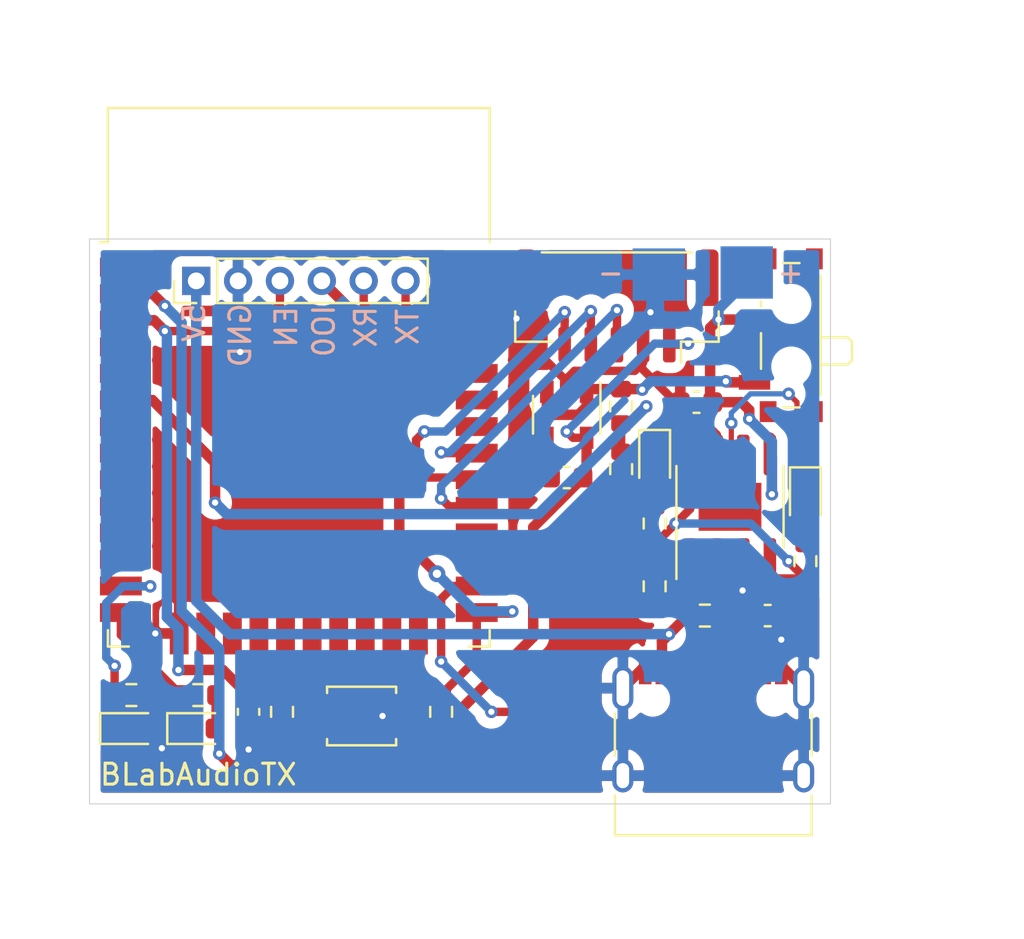
<source format=kicad_pcb>
(kicad_pcb (version 20171130) (host pcbnew "(5.1.8)-1")

  (general
    (thickness 1.6)
    (drawings 24)
    (tracks 263)
    (zones 0)
    (modules 29)
    (nets 25)
  )

  (page A4)
  (layers
    (0 F.Cu signal)
    (31 B.Cu signal)
    (32 B.Adhes user)
    (33 F.Adhes user)
    (34 B.Paste user)
    (35 F.Paste user)
    (36 B.SilkS user)
    (37 F.SilkS user)
    (38 B.Mask user)
    (39 F.Mask user)
    (40 Dwgs.User user)
    (41 Cmts.User user)
    (42 Eco1.User user)
    (43 Eco2.User user)
    (44 Edge.Cuts user)
    (45 Margin user)
    (46 B.CrtYd user)
    (47 F.CrtYd user)
    (48 B.Fab user hide)
    (49 F.Fab user hide)
  )

  (setup
    (last_trace_width 0.25)
    (user_trace_width 0.4)
    (user_trace_width 0.5)
    (trace_clearance 0.2)
    (zone_clearance 0.508)
    (zone_45_only no)
    (trace_min 0.2)
    (via_size 0.8)
    (via_drill 0.4)
    (via_min_size 0.4)
    (via_min_drill 0.3)
    (user_via 0.6 0.3)
    (uvia_size 0.3)
    (uvia_drill 0.1)
    (uvias_allowed no)
    (uvia_min_size 0.2)
    (uvia_min_drill 0.1)
    (edge_width 0.05)
    (segment_width 0.2)
    (pcb_text_width 0.3)
    (pcb_text_size 1.5 1.5)
    (mod_edge_width 0.12)
    (mod_text_size 1 1)
    (mod_text_width 0.15)
    (pad_size 1.524 1.524)
    (pad_drill 0.762)
    (pad_to_mask_clearance 0)
    (aux_axis_origin 100 110)
    (visible_elements 7FFFFFFF)
    (pcbplotparams
      (layerselection 0x010fc_ffffffff)
      (usegerberextensions false)
      (usegerberattributes true)
      (usegerberadvancedattributes true)
      (creategerberjobfile true)
      (excludeedgelayer true)
      (linewidth 0.100000)
      (plotframeref false)
      (viasonmask false)
      (mode 1)
      (useauxorigin false)
      (hpglpennumber 1)
      (hpglpenspeed 20)
      (hpglpendiameter 15.000000)
      (psnegative false)
      (psa4output false)
      (plotreference true)
      (plotvalue true)
      (plotinvisibletext false)
      (padsonsilk false)
      (subtractmaskfromsilk false)
      (outputformat 1)
      (mirror false)
      (drillshape 1)
      (scaleselection 1)
      (outputdirectory ""))
  )

  (net 0 "")
  (net 1 GND)
  (net 2 +3V3)
  (net 3 +5V)
  (net 4 BAT+)
  (net 5 "Net-(C1-Pad1)")
  (net 6 "Net-(D1-Pad2)")
  (net 7 "Net-(D1-Pad1)")
  (net 8 "Net-(D2-Pad2)")
  (net 9 "Net-(D2-Pad1)")
  (net 10 "Net-(R5-Pad1)")
  (net 11 /DIN)
  (net 12 /WS)
  (net 13 /BCK)
  (net 14 "Net-(D3-Pad2)")
  (net 15 "Net-(R7-Pad2)")
  (net 16 /EN)
  (net 17 /IO0)
  (net 18 /ADC)
  (net 19 "Net-(R9-Pad2)")
  (net 20 "Net-(D4-Pad2)")
  (net 21 "Net-(R10-Pad2)")
  (net 22 /RXD)
  (net 23 /TXD)
  (net 24 "Net-(J6-Pad1)")

  (net_class Default "This is the default net class."
    (clearance 0.2)
    (trace_width 0.25)
    (via_dia 0.8)
    (via_drill 0.4)
    (uvia_dia 0.3)
    (uvia_drill 0.1)
    (add_net +3V3)
    (add_net +5V)
    (add_net /ADC)
    (add_net /BCK)
    (add_net /DIN)
    (add_net /EN)
    (add_net /IO0)
    (add_net /RXD)
    (add_net /TXD)
    (add_net /WS)
    (add_net BAT+)
    (add_net GND)
    (add_net "Net-(C1-Pad1)")
    (add_net "Net-(D1-Pad1)")
    (add_net "Net-(D1-Pad2)")
    (add_net "Net-(D2-Pad1)")
    (add_net "Net-(D2-Pad2)")
    (add_net "Net-(D3-Pad2)")
    (add_net "Net-(D4-Pad2)")
    (add_net "Net-(J1-PadA5)")
    (add_net "Net-(J1-PadA6)")
    (add_net "Net-(J1-PadA7)")
    (add_net "Net-(J1-PadA8)")
    (add_net "Net-(J1-PadB5)")
    (add_net "Net-(J1-PadB6)")
    (add_net "Net-(J1-PadB7)")
    (add_net "Net-(J1-PadB8)")
    (add_net "Net-(J6-Pad1)")
    (add_net "Net-(R10-Pad2)")
    (add_net "Net-(R5-Pad1)")
    (add_net "Net-(R7-Pad2)")
    (add_net "Net-(R9-Pad2)")
    (add_net "Net-(SW1-Pad3)")
    (add_net "Net-(U1-Pad10)")
    (add_net "Net-(U1-Pad11)")
    (add_net "Net-(U1-Pad12)")
    (add_net "Net-(U1-Pad16)")
    (add_net "Net-(U1-Pad17)")
    (add_net "Net-(U1-Pad18)")
    (add_net "Net-(U1-Pad19)")
    (add_net "Net-(U1-Pad20)")
    (add_net "Net-(U1-Pad21)")
    (add_net "Net-(U1-Pad22)")
    (add_net "Net-(U1-Pad23)")
    (add_net "Net-(U1-Pad24)")
    (add_net "Net-(U1-Pad27)")
    (add_net "Net-(U1-Pad28)")
    (add_net "Net-(U1-Pad32)")
    (add_net "Net-(U1-Pad33)")
    (add_net "Net-(U1-Pad36)")
    (add_net "Net-(U1-Pad37)")
    (add_net "Net-(U1-Pad4)")
    (add_net "Net-(U1-Pad5)")
    (add_net "Net-(U1-Pad7)")
    (add_net "Net-(U1-Pad8)")
    (add_net "Net-(U1-Pad9)")
    (add_net "Net-(U5-Pad4)")
  )

  (module Resistor_SMD:R_0603_1608Metric (layer F.Cu) (tedit 5F68FEEE) (tstamp 615F5E32)
    (at 102 104.8 180)
    (descr "Resistor SMD 0603 (1608 Metric), square (rectangular) end terminal, IPC_7351 nominal, (Body size source: IPC-SM-782 page 72, https://www.pcb-3d.com/wordpress/wp-content/uploads/ipc-sm-782a_amendment_1_and_2.pdf), generated with kicad-footprint-generator")
    (tags resistor)
    (path /61654851)
    (attr smd)
    (fp_text reference R10 (at 0 -1.43) (layer F.SilkS) hide
      (effects (font (size 1 1) (thickness 0.15)))
    )
    (fp_text value 1k (at 0 1.43) (layer F.Fab)
      (effects (font (size 1 1) (thickness 0.15)))
    )
    (fp_line (start -0.8 0.4125) (end -0.8 -0.4125) (layer F.Fab) (width 0.1))
    (fp_line (start -0.8 -0.4125) (end 0.8 -0.4125) (layer F.Fab) (width 0.1))
    (fp_line (start 0.8 -0.4125) (end 0.8 0.4125) (layer F.Fab) (width 0.1))
    (fp_line (start 0.8 0.4125) (end -0.8 0.4125) (layer F.Fab) (width 0.1))
    (fp_line (start -0.237258 -0.5225) (end 0.237258 -0.5225) (layer F.SilkS) (width 0.12))
    (fp_line (start -0.237258 0.5225) (end 0.237258 0.5225) (layer F.SilkS) (width 0.12))
    (fp_line (start -1.48 0.73) (end -1.48 -0.73) (layer F.CrtYd) (width 0.05))
    (fp_line (start -1.48 -0.73) (end 1.48 -0.73) (layer F.CrtYd) (width 0.05))
    (fp_line (start 1.48 -0.73) (end 1.48 0.73) (layer F.CrtYd) (width 0.05))
    (fp_line (start 1.48 0.73) (end -1.48 0.73) (layer F.CrtYd) (width 0.05))
    (fp_text user %R (at 0 0) (layer F.Fab)
      (effects (font (size 0.4 0.4) (thickness 0.06)))
    )
    (pad 2 smd roundrect (at 0.825 0 180) (size 0.8 0.95) (layers F.Cu F.Paste F.Mask) (roundrect_rratio 0.25)
      (net 21 "Net-(R10-Pad2)"))
    (pad 1 smd roundrect (at -0.825 0 180) (size 0.8 0.95) (layers F.Cu F.Paste F.Mask) (roundrect_rratio 0.25)
      (net 20 "Net-(D4-Pad2)"))
    (model ${KISYS3DMOD}/Resistor_SMD.3dshapes/R_0603_1608Metric.wrl
      (at (xyz 0 0 0))
      (scale (xyz 1 1 1))
      (rotate (xyz 0 0 0))
    )
  )

  (module Resistor_SMD:R_0603_1608Metric (layer F.Cu) (tedit 5F68FEEE) (tstamp 615F46C8)
    (at 125.4 91 90)
    (descr "Resistor SMD 0603 (1608 Metric), square (rectangular) end terminal, IPC_7351 nominal, (Body size source: IPC-SM-782 page 72, https://www.pcb-3d.com/wordpress/wp-content/uploads/ipc-sm-782a_amendment_1_and_2.pdf), generated with kicad-footprint-generator")
    (tags resistor)
    (path /6163D4F9)
    (attr smd)
    (fp_text reference R9 (at 0 -1.43 90) (layer F.SilkS) hide
      (effects (font (size 1 1) (thickness 0.15)))
    )
    (fp_text value 10k (at 0 1.43 90) (layer F.Fab)
      (effects (font (size 1 1) (thickness 0.15)))
    )
    (fp_line (start -0.8 0.4125) (end -0.8 -0.4125) (layer F.Fab) (width 0.1))
    (fp_line (start -0.8 -0.4125) (end 0.8 -0.4125) (layer F.Fab) (width 0.1))
    (fp_line (start 0.8 -0.4125) (end 0.8 0.4125) (layer F.Fab) (width 0.1))
    (fp_line (start 0.8 0.4125) (end -0.8 0.4125) (layer F.Fab) (width 0.1))
    (fp_line (start -0.237258 -0.5225) (end 0.237258 -0.5225) (layer F.SilkS) (width 0.12))
    (fp_line (start -0.237258 0.5225) (end 0.237258 0.5225) (layer F.SilkS) (width 0.12))
    (fp_line (start -1.48 0.73) (end -1.48 -0.73) (layer F.CrtYd) (width 0.05))
    (fp_line (start -1.48 -0.73) (end 1.48 -0.73) (layer F.CrtYd) (width 0.05))
    (fp_line (start 1.48 -0.73) (end 1.48 0.73) (layer F.CrtYd) (width 0.05))
    (fp_line (start 1.48 0.73) (end -1.48 0.73) (layer F.CrtYd) (width 0.05))
    (fp_text user %R (at 0 0 90) (layer F.Fab)
      (effects (font (size 0.4 0.4) (thickness 0.06)))
    )
    (pad 2 smd roundrect (at 0.825 0 90) (size 0.8 0.95) (layers F.Cu F.Paste F.Mask) (roundrect_rratio 0.25)
      (net 19 "Net-(R9-Pad2)"))
    (pad 1 smd roundrect (at -0.825 0 90) (size 0.8 0.95) (layers F.Cu F.Paste F.Mask) (roundrect_rratio 0.25)
      (net 18 /ADC))
    (model ${KISYS3DMOD}/Resistor_SMD.3dshapes/R_0603_1608Metric.wrl
      (at (xyz 0 0 0))
      (scale (xyz 1 1 1))
      (rotate (xyz 0 0 0))
    )
  )

  (module Resistor_SMD:R_0603_1608Metric (layer F.Cu) (tedit 5F68FEEE) (tstamp 615F46B7)
    (at 125.4 94 90)
    (descr "Resistor SMD 0603 (1608 Metric), square (rectangular) end terminal, IPC_7351 nominal, (Body size source: IPC-SM-782 page 72, https://www.pcb-3d.com/wordpress/wp-content/uploads/ipc-sm-782a_amendment_1_and_2.pdf), generated with kicad-footprint-generator")
    (tags resistor)
    (path /6163DFBC)
    (attr smd)
    (fp_text reference R8 (at 0 -1.43 90) (layer F.SilkS) hide
      (effects (font (size 1 1) (thickness 0.15)))
    )
    (fp_text value 10k (at 0 1.43 90) (layer F.Fab)
      (effects (font (size 1 1) (thickness 0.15)))
    )
    (fp_line (start -0.8 0.4125) (end -0.8 -0.4125) (layer F.Fab) (width 0.1))
    (fp_line (start -0.8 -0.4125) (end 0.8 -0.4125) (layer F.Fab) (width 0.1))
    (fp_line (start 0.8 -0.4125) (end 0.8 0.4125) (layer F.Fab) (width 0.1))
    (fp_line (start 0.8 0.4125) (end -0.8 0.4125) (layer F.Fab) (width 0.1))
    (fp_line (start -0.237258 -0.5225) (end 0.237258 -0.5225) (layer F.SilkS) (width 0.12))
    (fp_line (start -0.237258 0.5225) (end 0.237258 0.5225) (layer F.SilkS) (width 0.12))
    (fp_line (start -1.48 0.73) (end -1.48 -0.73) (layer F.CrtYd) (width 0.05))
    (fp_line (start -1.48 -0.73) (end 1.48 -0.73) (layer F.CrtYd) (width 0.05))
    (fp_line (start 1.48 -0.73) (end 1.48 0.73) (layer F.CrtYd) (width 0.05))
    (fp_line (start 1.48 0.73) (end -1.48 0.73) (layer F.CrtYd) (width 0.05))
    (fp_text user %R (at 0 0 90) (layer F.Fab)
      (effects (font (size 0.4 0.4) (thickness 0.06)))
    )
    (pad 2 smd roundrect (at 0.825 0 90) (size 0.8 0.95) (layers F.Cu F.Paste F.Mask) (roundrect_rratio 0.25)
      (net 18 /ADC))
    (pad 1 smd roundrect (at -0.825 0 90) (size 0.8 0.95) (layers F.Cu F.Paste F.Mask) (roundrect_rratio 0.25)
      (net 1 GND))
    (model ${KISYS3DMOD}/Resistor_SMD.3dshapes/R_0603_1608Metric.wrl
      (at (xyz 0 0 0))
      (scale (xyz 1 1 1))
      (rotate (xyz 0 0 0))
    )
  )

  (module Resistor_SMD:R_0603_1608Metric (layer F.Cu) (tedit 5F68FEEE) (tstamp 615DDE47)
    (at 105.2 104.8 180)
    (descr "Resistor SMD 0603 (1608 Metric), square (rectangular) end terminal, IPC_7351 nominal, (Body size source: IPC-SM-782 page 72, https://www.pcb-3d.com/wordpress/wp-content/uploads/ipc-sm-782a_amendment_1_and_2.pdf), generated with kicad-footprint-generator")
    (tags resistor)
    (path /615FB08D)
    (attr smd)
    (fp_text reference R7 (at 0 -1.43) (layer F.SilkS) hide
      (effects (font (size 1 1) (thickness 0.15)))
    )
    (fp_text value 1k (at 0 1.43) (layer F.Fab)
      (effects (font (size 1 1) (thickness 0.15)))
    )
    (fp_line (start -0.8 0.4125) (end -0.8 -0.4125) (layer F.Fab) (width 0.1))
    (fp_line (start -0.8 -0.4125) (end 0.8 -0.4125) (layer F.Fab) (width 0.1))
    (fp_line (start 0.8 -0.4125) (end 0.8 0.4125) (layer F.Fab) (width 0.1))
    (fp_line (start 0.8 0.4125) (end -0.8 0.4125) (layer F.Fab) (width 0.1))
    (fp_line (start -0.237258 -0.5225) (end 0.237258 -0.5225) (layer F.SilkS) (width 0.12))
    (fp_line (start -0.237258 0.5225) (end 0.237258 0.5225) (layer F.SilkS) (width 0.12))
    (fp_line (start -1.48 0.73) (end -1.48 -0.73) (layer F.CrtYd) (width 0.05))
    (fp_line (start -1.48 -0.73) (end 1.48 -0.73) (layer F.CrtYd) (width 0.05))
    (fp_line (start 1.48 -0.73) (end 1.48 0.73) (layer F.CrtYd) (width 0.05))
    (fp_line (start 1.48 0.73) (end -1.48 0.73) (layer F.CrtYd) (width 0.05))
    (fp_text user %R (at 0 0) (layer F.Fab)
      (effects (font (size 0.4 0.4) (thickness 0.06)))
    )
    (pad 2 smd roundrect (at 0.825 0 180) (size 0.8 0.95) (layers F.Cu F.Paste F.Mask) (roundrect_rratio 0.25)
      (net 15 "Net-(R7-Pad2)"))
    (pad 1 smd roundrect (at -0.825 0 180) (size 0.8 0.95) (layers F.Cu F.Paste F.Mask) (roundrect_rratio 0.25)
      (net 14 "Net-(D3-Pad2)"))
    (model ${KISYS3DMOD}/Resistor_SMD.3dshapes/R_0603_1608Metric.wrl
      (at (xyz 0 0 0))
      (scale (xyz 1 1 1))
      (rotate (xyz 0 0 0))
    )
  )

  (module Resistor_SMD:R_0603_1608Metric (layer F.Cu) (tedit 5F68FEEE) (tstamp 61589587)
    (at 134.2 98.4 270)
    (descr "Resistor SMD 0603 (1608 Metric), square (rectangular) end terminal, IPC_7351 nominal, (Body size source: IPC-SM-782 page 72, https://www.pcb-3d.com/wordpress/wp-content/uploads/ipc-sm-782a_amendment_1_and_2.pdf), generated with kicad-footprint-generator")
    (tags resistor)
    (path /6159B405)
    (attr smd)
    (fp_text reference R6 (at 0 -1.43 90) (layer F.SilkS) hide
      (effects (font (size 1 1) (thickness 0.15)))
    )
    (fp_text value 1k (at 0 1.43 90) (layer F.Fab)
      (effects (font (size 1 1) (thickness 0.15)))
    )
    (fp_line (start -0.8 0.4125) (end -0.8 -0.4125) (layer F.Fab) (width 0.1))
    (fp_line (start -0.8 -0.4125) (end 0.8 -0.4125) (layer F.Fab) (width 0.1))
    (fp_line (start 0.8 -0.4125) (end 0.8 0.4125) (layer F.Fab) (width 0.1))
    (fp_line (start 0.8 0.4125) (end -0.8 0.4125) (layer F.Fab) (width 0.1))
    (fp_line (start -0.237258 -0.5225) (end 0.237258 -0.5225) (layer F.SilkS) (width 0.12))
    (fp_line (start -0.237258 0.5225) (end 0.237258 0.5225) (layer F.SilkS) (width 0.12))
    (fp_line (start -1.48 0.73) (end -1.48 -0.73) (layer F.CrtYd) (width 0.05))
    (fp_line (start -1.48 -0.73) (end 1.48 -0.73) (layer F.CrtYd) (width 0.05))
    (fp_line (start 1.48 -0.73) (end 1.48 0.73) (layer F.CrtYd) (width 0.05))
    (fp_line (start 1.48 0.73) (end -1.48 0.73) (layer F.CrtYd) (width 0.05))
    (fp_text user %R (at 0 0 90) (layer F.Fab)
      (effects (font (size 0.4 0.4) (thickness 0.06)))
    )
    (pad 2 smd roundrect (at 0.825 0 270) (size 0.8 0.95) (layers F.Cu F.Paste F.Mask) (roundrect_rratio 0.25)
      (net 5 "Net-(C1-Pad1)"))
    (pad 1 smd roundrect (at -0.825 0 270) (size 0.8 0.95) (layers F.Cu F.Paste F.Mask) (roundrect_rratio 0.25)
      (net 8 "Net-(D2-Pad2)"))
    (model ${KISYS3DMOD}/Resistor_SMD.3dshapes/R_0603_1608Metric.wrl
      (at (xyz 0 0 0))
      (scale (xyz 1 1 1))
      (rotate (xyz 0 0 0))
    )
  )

  (module Resistor_SMD:R_0603_1608Metric (layer F.Cu) (tedit 5F68FEEE) (tstamp 61589576)
    (at 127 99.6 90)
    (descr "Resistor SMD 0603 (1608 Metric), square (rectangular) end terminal, IPC_7351 nominal, (Body size source: IPC-SM-782 page 72, https://www.pcb-3d.com/wordpress/wp-content/uploads/ipc-sm-782a_amendment_1_and_2.pdf), generated with kicad-footprint-generator")
    (tags resistor)
    (path /6158AA35)
    (attr smd)
    (fp_text reference R5 (at 0 -1.43 90) (layer F.SilkS) hide
      (effects (font (size 1 1) (thickness 0.15)))
    )
    (fp_text value 1.2K (at 0 1.43 90) (layer F.Fab)
      (effects (font (size 1 1) (thickness 0.15)))
    )
    (fp_line (start -0.8 0.4125) (end -0.8 -0.4125) (layer F.Fab) (width 0.1))
    (fp_line (start -0.8 -0.4125) (end 0.8 -0.4125) (layer F.Fab) (width 0.1))
    (fp_line (start 0.8 -0.4125) (end 0.8 0.4125) (layer F.Fab) (width 0.1))
    (fp_line (start 0.8 0.4125) (end -0.8 0.4125) (layer F.Fab) (width 0.1))
    (fp_line (start -0.237258 -0.5225) (end 0.237258 -0.5225) (layer F.SilkS) (width 0.12))
    (fp_line (start -0.237258 0.5225) (end 0.237258 0.5225) (layer F.SilkS) (width 0.12))
    (fp_line (start -1.48 0.73) (end -1.48 -0.73) (layer F.CrtYd) (width 0.05))
    (fp_line (start -1.48 -0.73) (end 1.48 -0.73) (layer F.CrtYd) (width 0.05))
    (fp_line (start 1.48 -0.73) (end 1.48 0.73) (layer F.CrtYd) (width 0.05))
    (fp_line (start 1.48 0.73) (end -1.48 0.73) (layer F.CrtYd) (width 0.05))
    (fp_text user %R (at 0 0 90) (layer F.Fab)
      (effects (font (size 0.4 0.4) (thickness 0.06)))
    )
    (pad 2 smd roundrect (at 0.825 0 90) (size 0.8 0.95) (layers F.Cu F.Paste F.Mask) (roundrect_rratio 0.25)
      (net 1 GND))
    (pad 1 smd roundrect (at -0.825 0 90) (size 0.8 0.95) (layers F.Cu F.Paste F.Mask) (roundrect_rratio 0.25)
      (net 10 "Net-(R5-Pad1)"))
    (model ${KISYS3DMOD}/Resistor_SMD.3dshapes/R_0603_1608Metric.wrl
      (at (xyz 0 0 0))
      (scale (xyz 1 1 1))
      (rotate (xyz 0 0 0))
    )
  )

  (module Resistor_SMD:R_0603_1608Metric (layer F.Cu) (tedit 5F68FEEE) (tstamp 61589565)
    (at 127 96.6 270)
    (descr "Resistor SMD 0603 (1608 Metric), square (rectangular) end terminal, IPC_7351 nominal, (Body size source: IPC-SM-782 page 72, https://www.pcb-3d.com/wordpress/wp-content/uploads/ipc-sm-782a_amendment_1_and_2.pdf), generated with kicad-footprint-generator")
    (tags resistor)
    (path /6159A8A7)
    (attr smd)
    (fp_text reference R4 (at 0 -1.43 90) (layer F.SilkS) hide
      (effects (font (size 1 1) (thickness 0.15)))
    )
    (fp_text value 1k (at 0 1.43 90) (layer F.Fab)
      (effects (font (size 1 1) (thickness 0.15)))
    )
    (fp_line (start -0.8 0.4125) (end -0.8 -0.4125) (layer F.Fab) (width 0.1))
    (fp_line (start -0.8 -0.4125) (end 0.8 -0.4125) (layer F.Fab) (width 0.1))
    (fp_line (start 0.8 -0.4125) (end 0.8 0.4125) (layer F.Fab) (width 0.1))
    (fp_line (start 0.8 0.4125) (end -0.8 0.4125) (layer F.Fab) (width 0.1))
    (fp_line (start -0.237258 -0.5225) (end 0.237258 -0.5225) (layer F.SilkS) (width 0.12))
    (fp_line (start -0.237258 0.5225) (end 0.237258 0.5225) (layer F.SilkS) (width 0.12))
    (fp_line (start -1.48 0.73) (end -1.48 -0.73) (layer F.CrtYd) (width 0.05))
    (fp_line (start -1.48 -0.73) (end 1.48 -0.73) (layer F.CrtYd) (width 0.05))
    (fp_line (start 1.48 -0.73) (end 1.48 0.73) (layer F.CrtYd) (width 0.05))
    (fp_line (start 1.48 0.73) (end -1.48 0.73) (layer F.CrtYd) (width 0.05))
    (fp_text user %R (at 0 0 90) (layer F.Fab)
      (effects (font (size 0.4 0.4) (thickness 0.06)))
    )
    (pad 2 smd roundrect (at 0.825 0 270) (size 0.8 0.95) (layers F.Cu F.Paste F.Mask) (roundrect_rratio 0.25)
      (net 5 "Net-(C1-Pad1)"))
    (pad 1 smd roundrect (at -0.825 0 270) (size 0.8 0.95) (layers F.Cu F.Paste F.Mask) (roundrect_rratio 0.25)
      (net 6 "Net-(D1-Pad2)"))
    (model ${KISYS3DMOD}/Resistor_SMD.3dshapes/R_0603_1608Metric.wrl
      (at (xyz 0 0 0))
      (scale (xyz 1 1 1))
      (rotate (xyz 0 0 0))
    )
  )

  (module Resistor_SMD:R_0603_1608Metric (layer F.Cu) (tedit 5F68FEEE) (tstamp 61589554)
    (at 129.4 101 180)
    (descr "Resistor SMD 0603 (1608 Metric), square (rectangular) end terminal, IPC_7351 nominal, (Body size source: IPC-SM-782 page 72, https://www.pcb-3d.com/wordpress/wp-content/uploads/ipc-sm-782a_amendment_1_and_2.pdf), generated with kicad-footprint-generator")
    (tags resistor)
    (path /61597778)
    (attr smd)
    (fp_text reference R3 (at 0 -1.43) (layer F.SilkS) hide
      (effects (font (size 1 1) (thickness 0.15)))
    )
    (fp_text value 0.4 (at 0 1.43) (layer F.Fab)
      (effects (font (size 1 1) (thickness 0.15)))
    )
    (fp_line (start -0.8 0.4125) (end -0.8 -0.4125) (layer F.Fab) (width 0.1))
    (fp_line (start -0.8 -0.4125) (end 0.8 -0.4125) (layer F.Fab) (width 0.1))
    (fp_line (start 0.8 -0.4125) (end 0.8 0.4125) (layer F.Fab) (width 0.1))
    (fp_line (start 0.8 0.4125) (end -0.8 0.4125) (layer F.Fab) (width 0.1))
    (fp_line (start -0.237258 -0.5225) (end 0.237258 -0.5225) (layer F.SilkS) (width 0.12))
    (fp_line (start -0.237258 0.5225) (end 0.237258 0.5225) (layer F.SilkS) (width 0.12))
    (fp_line (start -1.48 0.73) (end -1.48 -0.73) (layer F.CrtYd) (width 0.05))
    (fp_line (start -1.48 -0.73) (end 1.48 -0.73) (layer F.CrtYd) (width 0.05))
    (fp_line (start 1.48 -0.73) (end 1.48 0.73) (layer F.CrtYd) (width 0.05))
    (fp_line (start 1.48 0.73) (end -1.48 0.73) (layer F.CrtYd) (width 0.05))
    (fp_text user %R (at 0 0) (layer F.Fab)
      (effects (font (size 0.4 0.4) (thickness 0.06)))
    )
    (pad 2 smd roundrect (at 0.825 0 180) (size 0.8 0.95) (layers F.Cu F.Paste F.Mask) (roundrect_rratio 0.25)
      (net 3 +5V))
    (pad 1 smd roundrect (at -0.825 0 180) (size 0.8 0.95) (layers F.Cu F.Paste F.Mask) (roundrect_rratio 0.25)
      (net 5 "Net-(C1-Pad1)"))
    (model ${KISYS3DMOD}/Resistor_SMD.3dshapes/R_0603_1608Metric.wrl
      (at (xyz 0 0 0))
      (scale (xyz 1 1 1))
      (rotate (xyz 0 0 0))
    )
  )

  (module Resistor_SMD:R_0603_1608Metric (layer F.Cu) (tedit 5F68FEEE) (tstamp 610DCC97)
    (at 116.8 105.6 90)
    (descr "Resistor SMD 0603 (1608 Metric), square (rectangular) end terminal, IPC_7351 nominal, (Body size source: IPC-SM-782 page 72, https://www.pcb-3d.com/wordpress/wp-content/uploads/ipc-sm-782a_amendment_1_and_2.pdf), generated with kicad-footprint-generator")
    (tags resistor)
    (path /6111F1F0)
    (attr smd)
    (fp_text reference R2 (at 0 -1.43 90) (layer F.SilkS) hide
      (effects (font (size 1 1) (thickness 0.15)))
    )
    (fp_text value 10k (at 0 1.43 90) (layer F.Fab)
      (effects (font (size 1 1) (thickness 0.15)))
    )
    (fp_line (start -0.8 0.4125) (end -0.8 -0.4125) (layer F.Fab) (width 0.1))
    (fp_line (start -0.8 -0.4125) (end 0.8 -0.4125) (layer F.Fab) (width 0.1))
    (fp_line (start 0.8 -0.4125) (end 0.8 0.4125) (layer F.Fab) (width 0.1))
    (fp_line (start 0.8 0.4125) (end -0.8 0.4125) (layer F.Fab) (width 0.1))
    (fp_line (start -0.237258 -0.5225) (end 0.237258 -0.5225) (layer F.SilkS) (width 0.12))
    (fp_line (start -0.237258 0.5225) (end 0.237258 0.5225) (layer F.SilkS) (width 0.12))
    (fp_line (start -1.48 0.73) (end -1.48 -0.73) (layer F.CrtYd) (width 0.05))
    (fp_line (start -1.48 -0.73) (end 1.48 -0.73) (layer F.CrtYd) (width 0.05))
    (fp_line (start 1.48 -0.73) (end 1.48 0.73) (layer F.CrtYd) (width 0.05))
    (fp_line (start 1.48 0.73) (end -1.48 0.73) (layer F.CrtYd) (width 0.05))
    (fp_text user %R (at 0 0 90) (layer F.Fab)
      (effects (font (size 0.4 0.4) (thickness 0.06)))
    )
    (pad 2 smd roundrect (at 0.825 0 90) (size 0.8 0.95) (layers F.Cu F.Paste F.Mask) (roundrect_rratio 0.25)
      (net 17 /IO0))
    (pad 1 smd roundrect (at -0.825 0 90) (size 0.8 0.95) (layers F.Cu F.Paste F.Mask) (roundrect_rratio 0.25)
      (net 2 +3V3))
    (model ${KISYS3DMOD}/Resistor_SMD.3dshapes/R_0603_1608Metric.wrl
      (at (xyz 0 0 0))
      (scale (xyz 1 1 1))
      (rotate (xyz 0 0 0))
    )
  )

  (module Resistor_SMD:R_0603_1608Metric (layer F.Cu) (tedit 5F68FEEE) (tstamp 610D63EF)
    (at 109.2 105.6 90)
    (descr "Resistor SMD 0603 (1608 Metric), square (rectangular) end terminal, IPC_7351 nominal, (Body size source: IPC-SM-782 page 72, https://www.pcb-3d.com/wordpress/wp-content/uploads/ipc-sm-782a_amendment_1_and_2.pdf), generated with kicad-footprint-generator")
    (tags resistor)
    (path /610FF50C)
    (attr smd)
    (fp_text reference R1 (at 0 -1.43 90) (layer F.SilkS) hide
      (effects (font (size 1 1) (thickness 0.15)))
    )
    (fp_text value 10k (at 0 1.43 90) (layer F.Fab)
      (effects (font (size 1 1) (thickness 0.15)))
    )
    (fp_line (start -0.8 0.4125) (end -0.8 -0.4125) (layer F.Fab) (width 0.1))
    (fp_line (start -0.8 -0.4125) (end 0.8 -0.4125) (layer F.Fab) (width 0.1))
    (fp_line (start 0.8 -0.4125) (end 0.8 0.4125) (layer F.Fab) (width 0.1))
    (fp_line (start 0.8 0.4125) (end -0.8 0.4125) (layer F.Fab) (width 0.1))
    (fp_line (start -0.237258 -0.5225) (end 0.237258 -0.5225) (layer F.SilkS) (width 0.12))
    (fp_line (start -0.237258 0.5225) (end 0.237258 0.5225) (layer F.SilkS) (width 0.12))
    (fp_line (start -1.48 0.73) (end -1.48 -0.73) (layer F.CrtYd) (width 0.05))
    (fp_line (start -1.48 -0.73) (end 1.48 -0.73) (layer F.CrtYd) (width 0.05))
    (fp_line (start 1.48 -0.73) (end 1.48 0.73) (layer F.CrtYd) (width 0.05))
    (fp_line (start 1.48 0.73) (end -1.48 0.73) (layer F.CrtYd) (width 0.05))
    (fp_text user %R (at 0 0 90) (layer F.Fab)
      (effects (font (size 0.4 0.4) (thickness 0.06)))
    )
    (pad 2 smd roundrect (at 0.825 0 90) (size 0.8 0.95) (layers F.Cu F.Paste F.Mask) (roundrect_rratio 0.25)
      (net 16 /EN))
    (pad 1 smd roundrect (at -0.825 0 90) (size 0.8 0.95) (layers F.Cu F.Paste F.Mask) (roundrect_rratio 0.25)
      (net 2 +3V3))
    (model ${KISYS3DMOD}/Resistor_SMD.3dshapes/R_0603_1608Metric.wrl
      (at (xyz 0 0 0))
      (scale (xyz 1 1 1))
      (rotate (xyz 0 0 0))
    )
  )

  (module LED_SMD:LED_0603_1608Metric (layer F.Cu) (tedit 5F68FEF1) (tstamp 615F5C3B)
    (at 102 106.4)
    (descr "LED SMD 0603 (1608 Metric), square (rectangular) end terminal, IPC_7351 nominal, (Body size source: http://www.tortai-tech.com/upload/download/2011102023233369053.pdf), generated with kicad-footprint-generator")
    (tags LED)
    (path /6165484B)
    (attr smd)
    (fp_text reference D4 (at 0 -1.43) (layer F.SilkS) hide
      (effects (font (size 1 1) (thickness 0.15)))
    )
    (fp_text value led-green (at 0 1.43) (layer F.Fab)
      (effects (font (size 1 1) (thickness 0.15)))
    )
    (fp_line (start 0.8 -0.4) (end -0.5 -0.4) (layer F.Fab) (width 0.1))
    (fp_line (start -0.5 -0.4) (end -0.8 -0.1) (layer F.Fab) (width 0.1))
    (fp_line (start -0.8 -0.1) (end -0.8 0.4) (layer F.Fab) (width 0.1))
    (fp_line (start -0.8 0.4) (end 0.8 0.4) (layer F.Fab) (width 0.1))
    (fp_line (start 0.8 0.4) (end 0.8 -0.4) (layer F.Fab) (width 0.1))
    (fp_line (start 0.8 -0.735) (end -1.485 -0.735) (layer F.SilkS) (width 0.12))
    (fp_line (start -1.485 -0.735) (end -1.485 0.735) (layer F.SilkS) (width 0.12))
    (fp_line (start -1.485 0.735) (end 0.8 0.735) (layer F.SilkS) (width 0.12))
    (fp_line (start -1.48 0.73) (end -1.48 -0.73) (layer F.CrtYd) (width 0.05))
    (fp_line (start -1.48 -0.73) (end 1.48 -0.73) (layer F.CrtYd) (width 0.05))
    (fp_line (start 1.48 -0.73) (end 1.48 0.73) (layer F.CrtYd) (width 0.05))
    (fp_line (start 1.48 0.73) (end -1.48 0.73) (layer F.CrtYd) (width 0.05))
    (fp_text user %R (at 0 0) (layer F.Fab)
      (effects (font (size 0.4 0.4) (thickness 0.06)))
    )
    (pad 2 smd roundrect (at 0.7875 0) (size 0.875 0.95) (layers F.Cu F.Paste F.Mask) (roundrect_rratio 0.25)
      (net 20 "Net-(D4-Pad2)"))
    (pad 1 smd roundrect (at -0.7875 0) (size 0.875 0.95) (layers F.Cu F.Paste F.Mask) (roundrect_rratio 0.25)
      (net 1 GND))
    (model ${KISYS3DMOD}/LED_SMD.3dshapes/LED_0603_1608Metric.wrl
      (at (xyz 0 0 0))
      (scale (xyz 1 1 1))
      (rotate (xyz 0 0 0))
    )
  )

  (module LED_SMD:LED_0603_1608Metric (layer F.Cu) (tedit 5F68FEF1) (tstamp 615DDCE2)
    (at 105.2 106.4)
    (descr "LED SMD 0603 (1608 Metric), square (rectangular) end terminal, IPC_7351 nominal, (Body size source: http://www.tortai-tech.com/upload/download/2011102023233369053.pdf), generated with kicad-footprint-generator")
    (tags LED)
    (path /615FB093)
    (attr smd)
    (fp_text reference D3 (at 0 -1.43) (layer F.SilkS) hide
      (effects (font (size 1 1) (thickness 0.15)))
    )
    (fp_text value led-green (at 0 1.43) (layer F.Fab)
      (effects (font (size 1 1) (thickness 0.15)))
    )
    (fp_line (start 0.8 -0.4) (end -0.5 -0.4) (layer F.Fab) (width 0.1))
    (fp_line (start -0.5 -0.4) (end -0.8 -0.1) (layer F.Fab) (width 0.1))
    (fp_line (start -0.8 -0.1) (end -0.8 0.4) (layer F.Fab) (width 0.1))
    (fp_line (start -0.8 0.4) (end 0.8 0.4) (layer F.Fab) (width 0.1))
    (fp_line (start 0.8 0.4) (end 0.8 -0.4) (layer F.Fab) (width 0.1))
    (fp_line (start 0.8 -0.735) (end -1.485 -0.735) (layer F.SilkS) (width 0.12))
    (fp_line (start -1.485 -0.735) (end -1.485 0.735) (layer F.SilkS) (width 0.12))
    (fp_line (start -1.485 0.735) (end 0.8 0.735) (layer F.SilkS) (width 0.12))
    (fp_line (start -1.48 0.73) (end -1.48 -0.73) (layer F.CrtYd) (width 0.05))
    (fp_line (start -1.48 -0.73) (end 1.48 -0.73) (layer F.CrtYd) (width 0.05))
    (fp_line (start 1.48 -0.73) (end 1.48 0.73) (layer F.CrtYd) (width 0.05))
    (fp_line (start 1.48 0.73) (end -1.48 0.73) (layer F.CrtYd) (width 0.05))
    (fp_text user %R (at 0 0) (layer F.Fab)
      (effects (font (size 0.4 0.4) (thickness 0.06)))
    )
    (pad 2 smd roundrect (at 0.7875 0) (size 0.875 0.95) (layers F.Cu F.Paste F.Mask) (roundrect_rratio 0.25)
      (net 14 "Net-(D3-Pad2)"))
    (pad 1 smd roundrect (at -0.7875 0) (size 0.875 0.95) (layers F.Cu F.Paste F.Mask) (roundrect_rratio 0.25)
      (net 1 GND))
    (model ${KISYS3DMOD}/LED_SMD.3dshapes/LED_0603_1608Metric.wrl
      (at (xyz 0 0 0))
      (scale (xyz 1 1 1))
      (rotate (xyz 0 0 0))
    )
  )

  (module LED_SMD:LED_0603_1608Metric (layer F.Cu) (tedit 5F68FEF1) (tstamp 6158946F)
    (at 134.2 95.4 270)
    (descr "LED SMD 0603 (1608 Metric), square (rectangular) end terminal, IPC_7351 nominal, (Body size source: http://www.tortai-tech.com/upload/download/2011102023233369053.pdf), generated with kicad-footprint-generator")
    (tags LED)
    (path /6159CD29)
    (attr smd)
    (fp_text reference D2 (at 0 -1.43 90) (layer F.SilkS) hide
      (effects (font (size 1 1) (thickness 0.15)))
    )
    (fp_text value led-green (at 0 1.43 90) (layer F.Fab)
      (effects (font (size 1 1) (thickness 0.15)))
    )
    (fp_line (start 0.8 -0.4) (end -0.5 -0.4) (layer F.Fab) (width 0.1))
    (fp_line (start -0.5 -0.4) (end -0.8 -0.1) (layer F.Fab) (width 0.1))
    (fp_line (start -0.8 -0.1) (end -0.8 0.4) (layer F.Fab) (width 0.1))
    (fp_line (start -0.8 0.4) (end 0.8 0.4) (layer F.Fab) (width 0.1))
    (fp_line (start 0.8 0.4) (end 0.8 -0.4) (layer F.Fab) (width 0.1))
    (fp_line (start 0.8 -0.735) (end -1.485 -0.735) (layer F.SilkS) (width 0.12))
    (fp_line (start -1.485 -0.735) (end -1.485 0.735) (layer F.SilkS) (width 0.12))
    (fp_line (start -1.485 0.735) (end 0.8 0.735) (layer F.SilkS) (width 0.12))
    (fp_line (start -1.48 0.73) (end -1.48 -0.73) (layer F.CrtYd) (width 0.05))
    (fp_line (start -1.48 -0.73) (end 1.48 -0.73) (layer F.CrtYd) (width 0.05))
    (fp_line (start 1.48 -0.73) (end 1.48 0.73) (layer F.CrtYd) (width 0.05))
    (fp_line (start 1.48 0.73) (end -1.48 0.73) (layer F.CrtYd) (width 0.05))
    (fp_text user %R (at 0 0 90) (layer F.Fab)
      (effects (font (size 0.4 0.4) (thickness 0.06)))
    )
    (pad 2 smd roundrect (at 0.7875 0 270) (size 0.875 0.95) (layers F.Cu F.Paste F.Mask) (roundrect_rratio 0.25)
      (net 8 "Net-(D2-Pad2)"))
    (pad 1 smd roundrect (at -0.7875 0 270) (size 0.875 0.95) (layers F.Cu F.Paste F.Mask) (roundrect_rratio 0.25)
      (net 9 "Net-(D2-Pad1)"))
    (model ${KISYS3DMOD}/LED_SMD.3dshapes/LED_0603_1608Metric.wrl
      (at (xyz 0 0 0))
      (scale (xyz 1 1 1))
      (rotate (xyz 0 0 0))
    )
  )

  (module LED_SMD:LED_0603_1608Metric (layer F.Cu) (tedit 5F68FEF1) (tstamp 6158945D)
    (at 127 93.6125 270)
    (descr "LED SMD 0603 (1608 Metric), square (rectangular) end terminal, IPC_7351 nominal, (Body size source: http://www.tortai-tech.com/upload/download/2011102023233369053.pdf), generated with kicad-footprint-generator")
    (tags LED)
    (path /6159BDD8)
    (attr smd)
    (fp_text reference D1 (at 0 -1.43 90) (layer F.SilkS) hide
      (effects (font (size 1 1) (thickness 0.15)))
    )
    (fp_text value led-red (at 0 1.43 90) (layer F.Fab)
      (effects (font (size 1 1) (thickness 0.15)))
    )
    (fp_line (start 0.8 -0.4) (end -0.5 -0.4) (layer F.Fab) (width 0.1))
    (fp_line (start -0.5 -0.4) (end -0.8 -0.1) (layer F.Fab) (width 0.1))
    (fp_line (start -0.8 -0.1) (end -0.8 0.4) (layer F.Fab) (width 0.1))
    (fp_line (start -0.8 0.4) (end 0.8 0.4) (layer F.Fab) (width 0.1))
    (fp_line (start 0.8 0.4) (end 0.8 -0.4) (layer F.Fab) (width 0.1))
    (fp_line (start 0.8 -0.735) (end -1.485 -0.735) (layer F.SilkS) (width 0.12))
    (fp_line (start -1.485 -0.735) (end -1.485 0.735) (layer F.SilkS) (width 0.12))
    (fp_line (start -1.485 0.735) (end 0.8 0.735) (layer F.SilkS) (width 0.12))
    (fp_line (start -1.48 0.73) (end -1.48 -0.73) (layer F.CrtYd) (width 0.05))
    (fp_line (start -1.48 -0.73) (end 1.48 -0.73) (layer F.CrtYd) (width 0.05))
    (fp_line (start 1.48 -0.73) (end 1.48 0.73) (layer F.CrtYd) (width 0.05))
    (fp_line (start 1.48 0.73) (end -1.48 0.73) (layer F.CrtYd) (width 0.05))
    (fp_text user %R (at 0 0 90) (layer F.Fab)
      (effects (font (size 0.4 0.4) (thickness 0.06)))
    )
    (pad 2 smd roundrect (at 0.7875 0 270) (size 0.875 0.95) (layers F.Cu F.Paste F.Mask) (roundrect_rratio 0.25)
      (net 6 "Net-(D1-Pad2)"))
    (pad 1 smd roundrect (at -0.7875 0 270) (size 0.875 0.95) (layers F.Cu F.Paste F.Mask) (roundrect_rratio 0.25)
      (net 7 "Net-(D1-Pad1)"))
    (model ${KISYS3DMOD}/LED_SMD.3dshapes/LED_0603_1608Metric.wrl
      (at (xyz 0 0 0))
      (scale (xyz 1 1 1))
      (rotate (xyz 0 0 0))
    )
  )

  (module Capacitor_SMD:C_0603_1608Metric (layer F.Cu) (tedit 5F68FEEE) (tstamp 610D4B73)
    (at 122.8 94.4 180)
    (descr "Capacitor SMD 0603 (1608 Metric), square (rectangular) end terminal, IPC_7351 nominal, (Body size source: IPC-SM-782 page 76, https://www.pcb-3d.com/wordpress/wp-content/uploads/ipc-sm-782a_amendment_1_and_2.pdf), generated with kicad-footprint-generator")
    (tags capacitor)
    (path /610E1B1A)
    (attr smd)
    (fp_text reference C4 (at 0 -1.43) (layer F.SilkS) hide
      (effects (font (size 1 1) (thickness 0.15)))
    )
    (fp_text value 1uf (at 0 1.43) (layer F.Fab)
      (effects (font (size 1 1) (thickness 0.15)))
    )
    (fp_line (start -0.8 0.4) (end -0.8 -0.4) (layer F.Fab) (width 0.1))
    (fp_line (start -0.8 -0.4) (end 0.8 -0.4) (layer F.Fab) (width 0.1))
    (fp_line (start 0.8 -0.4) (end 0.8 0.4) (layer F.Fab) (width 0.1))
    (fp_line (start 0.8 0.4) (end -0.8 0.4) (layer F.Fab) (width 0.1))
    (fp_line (start -0.14058 -0.51) (end 0.14058 -0.51) (layer F.SilkS) (width 0.12))
    (fp_line (start -0.14058 0.51) (end 0.14058 0.51) (layer F.SilkS) (width 0.12))
    (fp_line (start -1.48 0.73) (end -1.48 -0.73) (layer F.CrtYd) (width 0.05))
    (fp_line (start -1.48 -0.73) (end 1.48 -0.73) (layer F.CrtYd) (width 0.05))
    (fp_line (start 1.48 -0.73) (end 1.48 0.73) (layer F.CrtYd) (width 0.05))
    (fp_line (start 1.48 0.73) (end -1.48 0.73) (layer F.CrtYd) (width 0.05))
    (fp_text user %R (at 0 0) (layer F.Fab)
      (effects (font (size 0.4 0.4) (thickness 0.06)))
    )
    (pad 2 smd roundrect (at 0.775 0 180) (size 0.9 0.95) (layers F.Cu F.Paste F.Mask) (roundrect_rratio 0.25)
      (net 1 GND))
    (pad 1 smd roundrect (at -0.775 0 180) (size 0.9 0.95) (layers F.Cu F.Paste F.Mask) (roundrect_rratio 0.25)
      (net 2 +3V3))
    (model ${KISYS3DMOD}/Capacitor_SMD.3dshapes/C_0603_1608Metric.wrl
      (at (xyz 0 0 0))
      (scale (xyz 1 1 1))
      (rotate (xyz 0 0 0))
    )
  )

  (module Capacitor_SMD:C_0603_1608Metric (layer F.Cu) (tedit 5F68FEEE) (tstamp 610D6340)
    (at 107.6 105.6 270)
    (descr "Capacitor SMD 0603 (1608 Metric), square (rectangular) end terminal, IPC_7351 nominal, (Body size source: IPC-SM-782 page 76, https://www.pcb-3d.com/wordpress/wp-content/uploads/ipc-sm-782a_amendment_1_and_2.pdf), generated with kicad-footprint-generator")
    (tags capacitor)
    (path /61100118)
    (attr smd)
    (fp_text reference C3 (at 0 -1.43 90) (layer F.SilkS) hide
      (effects (font (size 1 1) (thickness 0.15)))
    )
    (fp_text value 1uf (at 0 1.43 90) (layer F.Fab)
      (effects (font (size 1 1) (thickness 0.15)))
    )
    (fp_line (start -0.8 0.4) (end -0.8 -0.4) (layer F.Fab) (width 0.1))
    (fp_line (start -0.8 -0.4) (end 0.8 -0.4) (layer F.Fab) (width 0.1))
    (fp_line (start 0.8 -0.4) (end 0.8 0.4) (layer F.Fab) (width 0.1))
    (fp_line (start 0.8 0.4) (end -0.8 0.4) (layer F.Fab) (width 0.1))
    (fp_line (start -0.14058 -0.51) (end 0.14058 -0.51) (layer F.SilkS) (width 0.12))
    (fp_line (start -0.14058 0.51) (end 0.14058 0.51) (layer F.SilkS) (width 0.12))
    (fp_line (start -1.48 0.73) (end -1.48 -0.73) (layer F.CrtYd) (width 0.05))
    (fp_line (start -1.48 -0.73) (end 1.48 -0.73) (layer F.CrtYd) (width 0.05))
    (fp_line (start 1.48 -0.73) (end 1.48 0.73) (layer F.CrtYd) (width 0.05))
    (fp_line (start 1.48 0.73) (end -1.48 0.73) (layer F.CrtYd) (width 0.05))
    (fp_text user %R (at 0 0 90) (layer F.Fab)
      (effects (font (size 0.4 0.4) (thickness 0.06)))
    )
    (pad 2 smd roundrect (at 0.775 0 270) (size 0.9 0.95) (layers F.Cu F.Paste F.Mask) (roundrect_rratio 0.25)
      (net 1 GND))
    (pad 1 smd roundrect (at -0.775 0 270) (size 0.9 0.95) (layers F.Cu F.Paste F.Mask) (roundrect_rratio 0.25)
      (net 16 /EN))
    (model ${KISYS3DMOD}/Capacitor_SMD.3dshapes/C_0603_1608Metric.wrl
      (at (xyz 0 0 0))
      (scale (xyz 1 1 1))
      (rotate (xyz 0 0 0))
    )
  )

  (module Capacitor_SMD:C_0603_1608Metric (layer F.Cu) (tedit 5F68FEEE) (tstamp 6158940B)
    (at 129 90.8 180)
    (descr "Capacitor SMD 0603 (1608 Metric), square (rectangular) end terminal, IPC_7351 nominal, (Body size source: IPC-SM-782 page 76, https://www.pcb-3d.com/wordpress/wp-content/uploads/ipc-sm-782a_amendment_1_and_2.pdf), generated with kicad-footprint-generator")
    (tags capacitor)
    (path /6158B9AE)
    (attr smd)
    (fp_text reference C2 (at 0 -1.43) (layer F.SilkS) hide
      (effects (font (size 1 1) (thickness 0.15)))
    )
    (fp_text value 10uf (at 0 1.43) (layer F.Fab)
      (effects (font (size 1 1) (thickness 0.15)))
    )
    (fp_line (start -0.8 0.4) (end -0.8 -0.4) (layer F.Fab) (width 0.1))
    (fp_line (start -0.8 -0.4) (end 0.8 -0.4) (layer F.Fab) (width 0.1))
    (fp_line (start 0.8 -0.4) (end 0.8 0.4) (layer F.Fab) (width 0.1))
    (fp_line (start 0.8 0.4) (end -0.8 0.4) (layer F.Fab) (width 0.1))
    (fp_line (start -0.14058 -0.51) (end 0.14058 -0.51) (layer F.SilkS) (width 0.12))
    (fp_line (start -0.14058 0.51) (end 0.14058 0.51) (layer F.SilkS) (width 0.12))
    (fp_line (start -1.48 0.73) (end -1.48 -0.73) (layer F.CrtYd) (width 0.05))
    (fp_line (start -1.48 -0.73) (end 1.48 -0.73) (layer F.CrtYd) (width 0.05))
    (fp_line (start 1.48 -0.73) (end 1.48 0.73) (layer F.CrtYd) (width 0.05))
    (fp_line (start 1.48 0.73) (end -1.48 0.73) (layer F.CrtYd) (width 0.05))
    (fp_text user %R (at 0 0) (layer F.Fab)
      (effects (font (size 0.4 0.4) (thickness 0.06)))
    )
    (pad 2 smd roundrect (at 0.775 0 180) (size 0.9 0.95) (layers F.Cu F.Paste F.Mask) (roundrect_rratio 0.25)
      (net 1 GND))
    (pad 1 smd roundrect (at -0.775 0 180) (size 0.9 0.95) (layers F.Cu F.Paste F.Mask) (roundrect_rratio 0.25)
      (net 4 BAT+))
    (model ${KISYS3DMOD}/Capacitor_SMD.3dshapes/C_0603_1608Metric.wrl
      (at (xyz 0 0 0))
      (scale (xyz 1 1 1))
      (rotate (xyz 0 0 0))
    )
  )

  (module Capacitor_SMD:C_0603_1608Metric (layer F.Cu) (tedit 5F68FEEE) (tstamp 615893FA)
    (at 132.4 101)
    (descr "Capacitor SMD 0603 (1608 Metric), square (rectangular) end terminal, IPC_7351 nominal, (Body size source: IPC-SM-782 page 76, https://www.pcb-3d.com/wordpress/wp-content/uploads/ipc-sm-782a_amendment_1_and_2.pdf), generated with kicad-footprint-generator")
    (tags capacitor)
    (path /61599745)
    (attr smd)
    (fp_text reference C1 (at 0 -1.43) (layer F.SilkS) hide
      (effects (font (size 1 1) (thickness 0.15)))
    )
    (fp_text value 10uf (at 0 1.43) (layer F.Fab)
      (effects (font (size 1 1) (thickness 0.15)))
    )
    (fp_line (start -0.8 0.4) (end -0.8 -0.4) (layer F.Fab) (width 0.1))
    (fp_line (start -0.8 -0.4) (end 0.8 -0.4) (layer F.Fab) (width 0.1))
    (fp_line (start 0.8 -0.4) (end 0.8 0.4) (layer F.Fab) (width 0.1))
    (fp_line (start 0.8 0.4) (end -0.8 0.4) (layer F.Fab) (width 0.1))
    (fp_line (start -0.14058 -0.51) (end 0.14058 -0.51) (layer F.SilkS) (width 0.12))
    (fp_line (start -0.14058 0.51) (end 0.14058 0.51) (layer F.SilkS) (width 0.12))
    (fp_line (start -1.48 0.73) (end -1.48 -0.73) (layer F.CrtYd) (width 0.05))
    (fp_line (start -1.48 -0.73) (end 1.48 -0.73) (layer F.CrtYd) (width 0.05))
    (fp_line (start 1.48 -0.73) (end 1.48 0.73) (layer F.CrtYd) (width 0.05))
    (fp_line (start 1.48 0.73) (end -1.48 0.73) (layer F.CrtYd) (width 0.05))
    (fp_text user %R (at 0 0) (layer F.Fab)
      (effects (font (size 0.4 0.4) (thickness 0.06)))
    )
    (pad 2 smd roundrect (at 0.775 0) (size 0.9 0.95) (layers F.Cu F.Paste F.Mask) (roundrect_rratio 0.25)
      (net 1 GND))
    (pad 1 smd roundrect (at -0.775 0) (size 0.9 0.95) (layers F.Cu F.Paste F.Mask) (roundrect_rratio 0.25)
      (net 5 "Net-(C1-Pad1)"))
    (model ${KISYS3DMOD}/Capacitor_SMD.3dshapes/C_0603_1608Metric.wrl
      (at (xyz 0 0 0))
      (scale (xyz 1 1 1))
      (rotate (xyz 0 0 0))
    )
  )

  (module my:largepoint (layer F.Cu) (tedit 5FE3690C) (tstamp 6160162A)
    (at 121.4 105.8)
    (path /6161B65E)
    (fp_text reference J6 (at 0.1 -6.2) (layer F.SilkS) hide
      (effects (font (size 1 1) (thickness 0.15)))
    )
    (fp_text value Conn_01x01_Female (at 0.1 -4.4) (layer F.Fab)
      (effects (font (size 1 1) (thickness 0.15)))
    )
    (pad 1 smd rect (at 0 0) (size 2.5 2.5) (layers F.Cu F.Paste F.Mask)
      (net 24 "Net-(J6-Pad1)"))
  )

  (module my:bt-342 (layer F.Cu) (tedit 5FD0F719) (tstamp 615F1E97)
    (at 113 105.8 180)
    (descr "Ultra-small-sized Tactile Switch with High Contact Reliability, Top-actuated Model, without Ground Terminal, without Boss")
    (tags "Tactile Switch")
    (path /616068BF)
    (attr smd)
    (fp_text reference SW2 (at -0.4 1) (layer F.SilkS) hide
      (effects (font (size 1 1) (thickness 0.15)))
    )
    (fp_text value SW_Push (at 0 2.5) (layer F.Fab)
      (effects (font (size 1 1) (thickness 0.15)))
    )
    (fp_circle (center 0 0) (end 0.75 0) (layer F.Fab) (width 0.1))
    (fp_line (start -1.5 1.25) (end -1.5 -1.25) (layer F.Fab) (width 0.1))
    (fp_line (start 1.5 1.25) (end -1.5 1.25) (layer F.Fab) (width 0.1))
    (fp_line (start 1.5 -1.25) (end 1.5 1.25) (layer F.Fab) (width 0.1))
    (fp_line (start -1.5 -1.25) (end 1.5 -1.25) (layer F.Fab) (width 0.1))
    (fp_line (start 1.65 -1.4) (end 1.65 -1.1) (layer F.SilkS) (width 0.12))
    (fp_line (start -1.65 -1.4) (end 1.65 -1.4) (layer F.SilkS) (width 0.12))
    (fp_line (start -1.65 -1.1) (end -1.65 -1.4) (layer F.SilkS) (width 0.12))
    (fp_line (start 1.65 1.4) (end 1.65 1.1) (layer F.SilkS) (width 0.12))
    (fp_line (start -1.65 1.4) (end 1.65 1.4) (layer F.SilkS) (width 0.12))
    (fp_line (start -1.65 1.1) (end -1.65 1.4) (layer F.SilkS) (width 0.12))
    (fp_line (start -2.9 1.65) (end 2.9 1.65) (layer Dwgs.User) (width 0.12))
    (fp_line (start 2.9 1.65) (end 2.9 -1.55) (layer Dwgs.User) (width 0.12))
    (fp_line (start 2.9 -1.55) (end 2.9 -1.65) (layer Dwgs.User) (width 0.12))
    (fp_line (start 2.9 -1.65) (end -2.9 -1.65) (layer Dwgs.User) (width 0.12))
    (fp_line (start -2.9 -1.65) (end -2.9 1.65) (layer Dwgs.User) (width 0.12))
    (fp_text user %R (at 0 -2.5) (layer F.Fab)
      (effects (font (size 1 1) (thickness 0.15)))
    )
    (pad 2 smd rect (at 2.2 0 180) (size 0.9 1.7) (layers F.Cu F.Paste F.Mask)
      (net 16 /EN))
    (pad 1 smd rect (at -2.2 0 180) (size 0.9 1.7) (layers F.Cu F.Paste F.Mask)
      (net 1 GND))
    (model ${KISYS3DMOD}/Button_Switch_SMD.3dshapes/SW_SPST_B3U-1000P.wrl
      (at (xyz 0 0 0))
      (scale (xyz 1 1 1))
      (rotate (xyz 0 0 0))
    )
  )

  (module Connector_PinHeader_2.00mm:PinHeader_1x06_P2.00mm_Vertical (layer F.Cu) (tedit 59FED667) (tstamp 615F25CB)
    (at 105.1 85 90)
    (descr "Through hole straight pin header, 1x06, 2.00mm pitch, single row")
    (tags "Through hole pin header THT 1x06 2.00mm single row")
    (path /61606859)
    (fp_text reference J5 (at 0 -2.06 90) (layer F.SilkS) hide
      (effects (font (size 1 1) (thickness 0.15)))
    )
    (fp_text value Conn_01x06_Female (at 0 12.06 90) (layer F.Fab)
      (effects (font (size 1 1) (thickness 0.15)))
    )
    (fp_line (start 1.5 -1.5) (end -1.5 -1.5) (layer F.CrtYd) (width 0.05))
    (fp_line (start 1.5 11.5) (end 1.5 -1.5) (layer F.CrtYd) (width 0.05))
    (fp_line (start -1.5 11.5) (end 1.5 11.5) (layer F.CrtYd) (width 0.05))
    (fp_line (start -1.5 -1.5) (end -1.5 11.5) (layer F.CrtYd) (width 0.05))
    (fp_line (start -1.06 -1.06) (end 0 -1.06) (layer F.SilkS) (width 0.12))
    (fp_line (start -1.06 0) (end -1.06 -1.06) (layer F.SilkS) (width 0.12))
    (fp_line (start -1.06 1) (end 1.06 1) (layer F.SilkS) (width 0.12))
    (fp_line (start 1.06 1) (end 1.06 11.06) (layer F.SilkS) (width 0.12))
    (fp_line (start -1.06 1) (end -1.06 11.06) (layer F.SilkS) (width 0.12))
    (fp_line (start -1.06 11.06) (end 1.06 11.06) (layer F.SilkS) (width 0.12))
    (fp_line (start -1 -0.5) (end -0.5 -1) (layer F.Fab) (width 0.1))
    (fp_line (start -1 11) (end -1 -0.5) (layer F.Fab) (width 0.1))
    (fp_line (start 1 11) (end -1 11) (layer F.Fab) (width 0.1))
    (fp_line (start 1 -1) (end 1 11) (layer F.Fab) (width 0.1))
    (fp_line (start -0.5 -1) (end 1 -1) (layer F.Fab) (width 0.1))
    (fp_text user %R (at 0 5) (layer F.Fab)
      (effects (font (size 1 1) (thickness 0.15)))
    )
    (pad 6 thru_hole oval (at 0 10 90) (size 1.35 1.35) (drill 0.8) (layers *.Cu *.Mask)
      (net 23 /TXD))
    (pad 5 thru_hole oval (at 0 8 90) (size 1.35 1.35) (drill 0.8) (layers *.Cu *.Mask)
      (net 22 /RXD))
    (pad 4 thru_hole oval (at 0 6 90) (size 1.35 1.35) (drill 0.8) (layers *.Cu *.Mask)
      (net 17 /IO0))
    (pad 3 thru_hole oval (at 0 4 90) (size 1.35 1.35) (drill 0.8) (layers *.Cu *.Mask)
      (net 16 /EN))
    (pad 2 thru_hole oval (at 0 2 90) (size 1.35 1.35) (drill 0.8) (layers *.Cu *.Mask)
      (net 1 GND))
    (pad 1 thru_hole rect (at 0 0 90) (size 1.35 1.35) (drill 0.8) (layers *.Cu *.Mask)
      (net 3 +5V))
  )

  (module Button_Switch_SMD:SW_SPDT_PCM12 (layer F.Cu) (tedit 5A02FC95) (tstamp 615DEE91)
    (at 133.2 87.6 90)
    (descr "Ultraminiature Surface Mount Slide Switch, right-angle, https://www.ckswitches.com/media/1424/pcm.pdf")
    (path /616041DE)
    (attr smd)
    (fp_text reference SW1 (at 0 -3.2 90) (layer F.SilkS) hide
      (effects (font (size 1 1) (thickness 0.15)))
    )
    (fp_text value SW_DPDT_x2 (at 0 4.25 90) (layer F.Fab)
      (effects (font (size 1 1) (thickness 0.15)))
    )
    (fp_line (start 3.45 0.72) (end 3.45 -0.07) (layer F.SilkS) (width 0.12))
    (fp_line (start -3.45 -0.07) (end -3.45 0.72) (layer F.SilkS) (width 0.12))
    (fp_line (start -1.6 -1.12) (end 0.1 -1.12) (layer F.SilkS) (width 0.12))
    (fp_line (start -2.85 1.73) (end 2.85 1.73) (layer F.SilkS) (width 0.12))
    (fp_line (start -0.1 3.02) (end -0.1 1.73) (layer F.SilkS) (width 0.12))
    (fp_line (start -1.2 3.23) (end -0.3 3.23) (layer F.SilkS) (width 0.12))
    (fp_line (start -1.4 1.73) (end -1.4 3.02) (layer F.SilkS) (width 0.12))
    (fp_line (start -0.1 3.02) (end -0.3 3.23) (layer F.SilkS) (width 0.12))
    (fp_line (start -1.4 3.02) (end -1.2 3.23) (layer F.SilkS) (width 0.12))
    (fp_line (start -4.4 2.1) (end -4.4 -2.45) (layer F.CrtYd) (width 0.05))
    (fp_line (start -1.65 2.1) (end -4.4 2.1) (layer F.CrtYd) (width 0.05))
    (fp_line (start -1.65 3.4) (end -1.65 2.1) (layer F.CrtYd) (width 0.05))
    (fp_line (start 1.65 3.4) (end -1.65 3.4) (layer F.CrtYd) (width 0.05))
    (fp_line (start 1.65 2.1) (end 1.65 3.4) (layer F.CrtYd) (width 0.05))
    (fp_line (start 4.4 2.1) (end 1.65 2.1) (layer F.CrtYd) (width 0.05))
    (fp_line (start 4.4 -2.45) (end 4.4 2.1) (layer F.CrtYd) (width 0.05))
    (fp_line (start -4.4 -2.45) (end 4.4 -2.45) (layer F.CrtYd) (width 0.05))
    (fp_line (start 1.4 -1.12) (end 1.6 -1.12) (layer F.SilkS) (width 0.12))
    (fp_line (start 3.35 -1) (end -3.35 -1) (layer F.Fab) (width 0.1))
    (fp_line (start 3.35 1.6) (end 3.35 -1) (layer F.Fab) (width 0.1))
    (fp_line (start -3.35 1.6) (end 3.35 1.6) (layer F.Fab) (width 0.1))
    (fp_line (start -3.35 -1) (end -3.35 1.6) (layer F.Fab) (width 0.1))
    (fp_line (start -0.1 2.9) (end -0.1 1.6) (layer F.Fab) (width 0.1))
    (fp_line (start -0.15 2.95) (end -0.1 2.9) (layer F.Fab) (width 0.1))
    (fp_line (start -0.35 3.15) (end -0.15 2.95) (layer F.Fab) (width 0.1))
    (fp_line (start -1.2 3.15) (end -0.35 3.15) (layer F.Fab) (width 0.1))
    (fp_line (start -1.4 2.95) (end -1.2 3.15) (layer F.Fab) (width 0.1))
    (fp_line (start -1.4 1.65) (end -1.4 2.95) (layer F.Fab) (width 0.1))
    (fp_text user %R (at 0 -3.2 90) (layer F.Fab)
      (effects (font (size 1 1) (thickness 0.15)))
    )
    (pad "" smd rect (at -3.65 -0.78 90) (size 1 0.8) (layers F.Cu F.Paste F.Mask))
    (pad "" smd rect (at 3.65 -0.78 90) (size 1 0.8) (layers F.Cu F.Paste F.Mask))
    (pad "" smd rect (at 3.65 1.43 90) (size 1 0.8) (layers F.Cu F.Paste F.Mask))
    (pad "" smd rect (at -3.65 1.43 90) (size 1 0.8) (layers F.Cu F.Paste F.Mask))
    (pad 3 smd rect (at 2.25 -1.43 90) (size 0.7 1.5) (layers F.Cu F.Paste F.Mask))
    (pad 2 smd rect (at 0.75 -1.43 90) (size 0.7 1.5) (layers F.Cu F.Paste F.Mask)
      (net 4 BAT+))
    (pad 1 smd rect (at -2.25 -1.43 90) (size 0.7 1.5) (layers F.Cu F.Paste F.Mask)
      (net 19 "Net-(R9-Pad2)"))
    (pad "" np_thru_hole circle (at 1.5 0.33 90) (size 0.9 0.9) (drill 0.9) (layers *.Cu *.Mask))
    (pad "" np_thru_hole circle (at -1.5 0.33 90) (size 0.9 0.9) (drill 0.9) (layers *.Cu *.Mask))
    (model ${KISYS3DMOD}/Button_Switch_SMD.3dshapes/SW_SPDT_PCM12.wrl
      (at (xyz 0 0 0))
      (scale (xyz 1 1 1))
      (rotate (xyz 0 0 0))
    )
  )

  (module Package_SO:SOIC-8-1EP_3.9x4.9mm_P1.27mm_EP2.29x3mm (layer F.Cu) (tedit 5DC5FE76) (tstamp 615896D4)
    (at 130.6 95.8 90)
    (descr "SOIC, 8 Pin (https://www.analog.com/media/en/technical-documentation/data-sheets/ada4898-1_4898-2.pdf#page=29), generated with kicad-footprint-generator ipc_gullwing_generator.py")
    (tags "SOIC SO")
    (path /61589B64)
    (attr smd)
    (fp_text reference U2 (at 0 -3.4 90) (layer F.SilkS) hide
      (effects (font (size 1 1) (thickness 0.15)))
    )
    (fp_text value tp4056 (at 0 3.4 90) (layer F.Fab)
      (effects (font (size 1 1) (thickness 0.15)))
    )
    (fp_line (start 0 2.56) (end 1.95 2.56) (layer F.SilkS) (width 0.12))
    (fp_line (start 0 2.56) (end -1.95 2.56) (layer F.SilkS) (width 0.12))
    (fp_line (start 0 -2.56) (end 1.95 -2.56) (layer F.SilkS) (width 0.12))
    (fp_line (start 0 -2.56) (end -3.45 -2.56) (layer F.SilkS) (width 0.12))
    (fp_line (start -0.975 -2.45) (end 1.95 -2.45) (layer F.Fab) (width 0.1))
    (fp_line (start 1.95 -2.45) (end 1.95 2.45) (layer F.Fab) (width 0.1))
    (fp_line (start 1.95 2.45) (end -1.95 2.45) (layer F.Fab) (width 0.1))
    (fp_line (start -1.95 2.45) (end -1.95 -1.475) (layer F.Fab) (width 0.1))
    (fp_line (start -1.95 -1.475) (end -0.975 -2.45) (layer F.Fab) (width 0.1))
    (fp_line (start -3.7 -2.7) (end -3.7 2.7) (layer F.CrtYd) (width 0.05))
    (fp_line (start -3.7 2.7) (end 3.7 2.7) (layer F.CrtYd) (width 0.05))
    (fp_line (start 3.7 2.7) (end 3.7 -2.7) (layer F.CrtYd) (width 0.05))
    (fp_line (start 3.7 -2.7) (end -3.7 -2.7) (layer F.CrtYd) (width 0.05))
    (fp_text user %R (at 0 0 90) (layer F.Fab)
      (effects (font (size 0.98 0.98) (thickness 0.15)))
    )
    (pad "" smd roundrect (at 0.57 0.75 90) (size 0.92 1.21) (layers F.Paste) (roundrect_rratio 0.25))
    (pad "" smd roundrect (at 0.57 -0.75 90) (size 0.92 1.21) (layers F.Paste) (roundrect_rratio 0.25))
    (pad "" smd roundrect (at -0.57 0.75 90) (size 0.92 1.21) (layers F.Paste) (roundrect_rratio 0.25))
    (pad "" smd roundrect (at -0.57 -0.75 90) (size 0.92 1.21) (layers F.Paste) (roundrect_rratio 0.25))
    (pad 9 smd rect (at 0 0 90) (size 2.29 3) (layers F.Cu F.Mask))
    (pad 8 smd roundrect (at 2.475 -1.905 90) (size 1.95 0.6) (layers F.Cu F.Paste F.Mask) (roundrect_rratio 0.25)
      (net 5 "Net-(C1-Pad1)"))
    (pad 7 smd roundrect (at 2.475 -0.635 90) (size 1.95 0.6) (layers F.Cu F.Paste F.Mask) (roundrect_rratio 0.25)
      (net 7 "Net-(D1-Pad1)"))
    (pad 6 smd roundrect (at 2.475 0.635 90) (size 1.95 0.6) (layers F.Cu F.Paste F.Mask) (roundrect_rratio 0.25)
      (net 9 "Net-(D2-Pad1)"))
    (pad 5 smd roundrect (at 2.475 1.905 90) (size 1.95 0.6) (layers F.Cu F.Paste F.Mask) (roundrect_rratio 0.25)
      (net 4 BAT+))
    (pad 4 smd roundrect (at -2.475 1.905 90) (size 1.95 0.6) (layers F.Cu F.Paste F.Mask) (roundrect_rratio 0.25)
      (net 5 "Net-(C1-Pad1)"))
    (pad 3 smd roundrect (at -2.475 0.635 90) (size 1.95 0.6) (layers F.Cu F.Paste F.Mask) (roundrect_rratio 0.25)
      (net 1 GND))
    (pad 2 smd roundrect (at -2.475 -0.635 90) (size 1.95 0.6) (layers F.Cu F.Paste F.Mask) (roundrect_rratio 0.25)
      (net 10 "Net-(R5-Pad1)"))
    (pad 1 smd roundrect (at -2.475 -1.905 90) (size 1.95 0.6) (layers F.Cu F.Paste F.Mask) (roundrect_rratio 0.25)
      (net 1 GND))
    (model ${KISYS3DMOD}/Package_SO.3dshapes/SOIC-8-1EP_3.9x4.9mm_P1.27mm_EP2.29x3mm.wrl
      (at (xyz 0 0 0))
      (scale (xyz 1 1 1))
      (rotate (xyz 0 0 0))
    )
    (model ${KISYS3DMOD}/Package_SO.3dshapes/SOIC-8-1EP_3.9x4.9mm_P1.27mm_EP2.35x2.35mm.step
      (at (xyz 0 0 0))
      (scale (xyz 1 1 1))
      (rotate (xyz 0 0 0))
    )
  )

  (module Connector_JST:JST_GH_SM05B-GHS-TB_1x05-1MP_P1.25mm_Horizontal (layer F.Cu) (tedit 5B78AD87) (tstamp 6158BE9B)
    (at 125.2 86.2 180)
    (descr "JST GH series connector, SM05B-GHS-TB (http://www.jst-mfg.com/product/pdf/eng/eGH.pdf), generated with kicad-footprint-generator")
    (tags "connector JST GH top entry")
    (path /61571204)
    (attr smd)
    (fp_text reference J4 (at 0 -3.9) (layer F.SilkS) hide
      (effects (font (size 1 1) (thickness 0.15)))
    )
    (fp_text value Conn_01x05_Female (at 0 3.9) (layer F.Fab)
      (effects (font (size 1 1) (thickness 0.15)))
    )
    (fp_line (start -2.5 -0.892893) (end -2 -1.6) (layer F.Fab) (width 0.1))
    (fp_line (start -3 -1.6) (end -2.5 -0.892893) (layer F.Fab) (width 0.1))
    (fp_line (start 5.35 -3.2) (end -5.35 -3.2) (layer F.CrtYd) (width 0.05))
    (fp_line (start 5.35 3.2) (end 5.35 -3.2) (layer F.CrtYd) (width 0.05))
    (fp_line (start -5.35 3.2) (end 5.35 3.2) (layer F.CrtYd) (width 0.05))
    (fp_line (start -5.35 -3.2) (end -5.35 3.2) (layer F.CrtYd) (width 0.05))
    (fp_line (start 4.75 -1.6) (end 4.75 2.45) (layer F.Fab) (width 0.1))
    (fp_line (start -4.75 -1.6) (end -4.75 2.45) (layer F.Fab) (width 0.1))
    (fp_line (start -4.75 2.45) (end 4.75 2.45) (layer F.Fab) (width 0.1))
    (fp_line (start -3.59 2.56) (end 3.59 2.56) (layer F.SilkS) (width 0.12))
    (fp_line (start 4.86 -1.71) (end 3.06 -1.71) (layer F.SilkS) (width 0.12))
    (fp_line (start 4.86 -0.26) (end 4.86 -1.71) (layer F.SilkS) (width 0.12))
    (fp_line (start -3.06 -1.71) (end -3.06 -2.7) (layer F.SilkS) (width 0.12))
    (fp_line (start -4.86 -1.71) (end -3.06 -1.71) (layer F.SilkS) (width 0.12))
    (fp_line (start -4.86 -0.26) (end -4.86 -1.71) (layer F.SilkS) (width 0.12))
    (fp_line (start -4.75 -1.6) (end 4.75 -1.6) (layer F.Fab) (width 0.1))
    (fp_text user %R (at 0 0) (layer F.Fab)
      (effects (font (size 1 1) (thickness 0.15)))
    )
    (pad MP smd roundrect (at 4.35 1.35 180) (size 1 2.7) (layers F.Cu F.Paste F.Mask) (roundrect_rratio 0.25))
    (pad MP smd roundrect (at -4.35 1.35 180) (size 1 2.7) (layers F.Cu F.Paste F.Mask) (roundrect_rratio 0.25))
    (pad 5 smd roundrect (at 2.5 -1.85 180) (size 0.6 1.7) (layers F.Cu F.Paste F.Mask) (roundrect_rratio 0.25)
      (net 11 /DIN))
    (pad 4 smd roundrect (at 1.25 -1.85 180) (size 0.6 1.7) (layers F.Cu F.Paste F.Mask) (roundrect_rratio 0.25)
      (net 12 /WS))
    (pad 3 smd roundrect (at 0 -1.85 180) (size 0.6 1.7) (layers F.Cu F.Paste F.Mask) (roundrect_rratio 0.25)
      (net 13 /BCK))
    (pad 2 smd roundrect (at -1.25 -1.85 180) (size 0.6 1.7) (layers F.Cu F.Paste F.Mask) (roundrect_rratio 0.25)
      (net 1 GND))
    (pad 1 smd roundrect (at -2.5 -1.85 180) (size 0.6 1.7) (layers F.Cu F.Paste F.Mask) (roundrect_rratio 0.25)
      (net 2 +3V3))
    (model ${KISYS3DMOD}/Connector_JST.3dshapes/JST_GH_SM05B-GHS-TB_1x05-1MP_P1.25mm_Horizontal.wrl
      (at (xyz 0 0 0))
      (scale (xyz 1 1 1))
      (rotate (xyz 0 0 0))
    )
  )

  (module RF_Module:ESP32-WROOM-32 (layer F.Cu) (tedit 5B5B4654) (tstamp 6158C517)
    (at 110 92.6)
    (descr "Single 2.4 GHz Wi-Fi and Bluetooth combo chip https://www.espressif.com/sites/default/files/documentation/esp32-wroom-32_datasheet_en.pdf")
    (tags "Single 2.4 GHz Wi-Fi and Bluetooth combo  chip")
    (path /615A0BF6)
    (attr smd)
    (fp_text reference U1 (at -10.61 8.43 90) (layer F.SilkS) hide
      (effects (font (size 1 1) (thickness 0.15)))
    )
    (fp_text value ESP-32S (at 0 11.5) (layer F.Fab)
      (effects (font (size 1 1) (thickness 0.15)))
    )
    (fp_line (start -9.12 -9.445) (end -9.5 -9.445) (layer F.SilkS) (width 0.12))
    (fp_line (start -9.12 -15.865) (end -9.12 -9.445) (layer F.SilkS) (width 0.12))
    (fp_line (start 9.12 -15.865) (end 9.12 -9.445) (layer F.SilkS) (width 0.12))
    (fp_line (start -9.12 -15.865) (end 9.12 -15.865) (layer F.SilkS) (width 0.12))
    (fp_line (start 9.12 9.88) (end 8.12 9.88) (layer F.SilkS) (width 0.12))
    (fp_line (start 9.12 9.1) (end 9.12 9.88) (layer F.SilkS) (width 0.12))
    (fp_line (start -9.12 9.88) (end -8.12 9.88) (layer F.SilkS) (width 0.12))
    (fp_line (start -9.12 9.1) (end -9.12 9.88) (layer F.SilkS) (width 0.12))
    (fp_line (start 8.4 -20.6) (end 8.2 -20.4) (layer Cmts.User) (width 0.1))
    (fp_line (start 8.4 -16) (end 8.4 -20.6) (layer Cmts.User) (width 0.1))
    (fp_line (start 8.4 -20.6) (end 8.6 -20.4) (layer Cmts.User) (width 0.1))
    (fp_line (start 8.4 -16) (end 8.6 -16.2) (layer Cmts.User) (width 0.1))
    (fp_line (start 8.4 -16) (end 8.2 -16.2) (layer Cmts.User) (width 0.1))
    (fp_line (start -9.2 -13.875) (end -9.4 -14.075) (layer Cmts.User) (width 0.1))
    (fp_line (start -13.8 -13.875) (end -9.2 -13.875) (layer Cmts.User) (width 0.1))
    (fp_line (start -9.2 -13.875) (end -9.4 -13.675) (layer Cmts.User) (width 0.1))
    (fp_line (start -13.8 -13.875) (end -13.6 -13.675) (layer Cmts.User) (width 0.1))
    (fp_line (start -13.8 -13.875) (end -13.6 -14.075) (layer Cmts.User) (width 0.1))
    (fp_line (start 9.2 -13.875) (end 9.4 -13.675) (layer Cmts.User) (width 0.1))
    (fp_line (start 9.2 -13.875) (end 9.4 -14.075) (layer Cmts.User) (width 0.1))
    (fp_line (start 13.8 -13.875) (end 13.6 -13.675) (layer Cmts.User) (width 0.1))
    (fp_line (start 13.8 -13.875) (end 13.6 -14.075) (layer Cmts.User) (width 0.1))
    (fp_line (start 9.2 -13.875) (end 13.8 -13.875) (layer Cmts.User) (width 0.1))
    (fp_line (start 14 -11.585) (end 12 -9.97) (layer Dwgs.User) (width 0.1))
    (fp_line (start 14 -13.2) (end 10 -9.97) (layer Dwgs.User) (width 0.1))
    (fp_line (start 14 -14.815) (end 8 -9.97) (layer Dwgs.User) (width 0.1))
    (fp_line (start 14 -16.43) (end 6 -9.97) (layer Dwgs.User) (width 0.1))
    (fp_line (start 14 -18.045) (end 4 -9.97) (layer Dwgs.User) (width 0.1))
    (fp_line (start 14 -19.66) (end 2 -9.97) (layer Dwgs.User) (width 0.1))
    (fp_line (start 13.475 -20.75) (end 0 -9.97) (layer Dwgs.User) (width 0.1))
    (fp_line (start 11.475 -20.75) (end -2 -9.97) (layer Dwgs.User) (width 0.1))
    (fp_line (start 9.475 -20.75) (end -4 -9.97) (layer Dwgs.User) (width 0.1))
    (fp_line (start 7.475 -20.75) (end -6 -9.97) (layer Dwgs.User) (width 0.1))
    (fp_line (start -8 -9.97) (end 5.475 -20.75) (layer Dwgs.User) (width 0.1))
    (fp_line (start 3.475 -20.75) (end -10 -9.97) (layer Dwgs.User) (width 0.1))
    (fp_line (start 1.475 -20.75) (end -12 -9.97) (layer Dwgs.User) (width 0.1))
    (fp_line (start -0.525 -20.75) (end -14 -9.97) (layer Dwgs.User) (width 0.1))
    (fp_line (start -2.525 -20.75) (end -14 -11.585) (layer Dwgs.User) (width 0.1))
    (fp_line (start -4.525 -20.75) (end -14 -13.2) (layer Dwgs.User) (width 0.1))
    (fp_line (start -6.525 -20.75) (end -14 -14.815) (layer Dwgs.User) (width 0.1))
    (fp_line (start -8.525 -20.75) (end -14 -16.43) (layer Dwgs.User) (width 0.1))
    (fp_line (start -10.525 -20.75) (end -14 -18.045) (layer Dwgs.User) (width 0.1))
    (fp_line (start -12.525 -20.75) (end -14 -19.66) (layer Dwgs.User) (width 0.1))
    (fp_line (start 9.75 -9.72) (end 14.25 -9.72) (layer F.CrtYd) (width 0.05))
    (fp_line (start -14.25 -9.72) (end -9.75 -9.72) (layer F.CrtYd) (width 0.05))
    (fp_line (start 14.25 -21) (end 14.25 -9.72) (layer F.CrtYd) (width 0.05))
    (fp_line (start -14.25 -21) (end -14.25 -9.72) (layer F.CrtYd) (width 0.05))
    (fp_line (start 14 -20.75) (end -14 -20.75) (layer Dwgs.User) (width 0.1))
    (fp_line (start 14 -9.97) (end 14 -20.75) (layer Dwgs.User) (width 0.1))
    (fp_line (start 14 -9.97) (end -14 -9.97) (layer Dwgs.User) (width 0.1))
    (fp_line (start -9 -9.02) (end -8.5 -9.52) (layer F.Fab) (width 0.1))
    (fp_line (start -8.5 -9.52) (end -9 -10.02) (layer F.Fab) (width 0.1))
    (fp_line (start -9 -9.02) (end -9 9.76) (layer F.Fab) (width 0.1))
    (fp_line (start -14.25 -21) (end 14.25 -21) (layer F.CrtYd) (width 0.05))
    (fp_line (start 9.75 -9.72) (end 9.75 10.5) (layer F.CrtYd) (width 0.05))
    (fp_line (start -9.75 10.5) (end 9.75 10.5) (layer F.CrtYd) (width 0.05))
    (fp_line (start -9.75 10.5) (end -9.75 -9.72) (layer F.CrtYd) (width 0.05))
    (fp_line (start -9 -15.745) (end 9 -15.745) (layer F.Fab) (width 0.1))
    (fp_line (start -9 -15.745) (end -9 -10.02) (layer F.Fab) (width 0.1))
    (fp_line (start -9 9.76) (end 9 9.76) (layer F.Fab) (width 0.1))
    (fp_line (start 9 9.76) (end 9 -15.745) (layer F.Fab) (width 0.1))
    (fp_line (start -14 -9.97) (end -14 -20.75) (layer Dwgs.User) (width 0.1))
    (fp_text user "5 mm" (at 7.8 -19.075 90) (layer Cmts.User)
      (effects (font (size 0.5 0.5) (thickness 0.1)))
    )
    (fp_text user "5 mm" (at -11.2 -14.375) (layer Cmts.User)
      (effects (font (size 0.5 0.5) (thickness 0.1)))
    )
    (fp_text user "5 mm" (at 11.8 -14.375) (layer Cmts.User)
      (effects (font (size 0.5 0.5) (thickness 0.1)))
    )
    (fp_text user Antenna (at 0 -13) (layer Cmts.User)
      (effects (font (size 1 1) (thickness 0.15)))
    )
    (fp_text user "KEEP-OUT ZONE" (at 0 -19) (layer Cmts.User)
      (effects (font (size 1 1) (thickness 0.15)))
    )
    (fp_text user %R (at 0 0) (layer F.Fab)
      (effects (font (size 1 1) (thickness 0.15)))
    )
    (pad 38 smd rect (at 8.5 -8.255) (size 2 0.9) (layers F.Cu F.Paste F.Mask)
      (net 1 GND))
    (pad 37 smd rect (at 8.5 -6.985) (size 2 0.9) (layers F.Cu F.Paste F.Mask))
    (pad 36 smd rect (at 8.5 -5.715) (size 2 0.9) (layers F.Cu F.Paste F.Mask))
    (pad 35 smd rect (at 8.5 -4.445) (size 2 0.9) (layers F.Cu F.Paste F.Mask)
      (net 23 /TXD))
    (pad 34 smd rect (at 8.5 -3.175) (size 2 0.9) (layers F.Cu F.Paste F.Mask)
      (net 22 /RXD))
    (pad 33 smd rect (at 8.5 -1.905) (size 2 0.9) (layers F.Cu F.Paste F.Mask))
    (pad 32 smd rect (at 8.5 -0.635) (size 2 0.9) (layers F.Cu F.Paste F.Mask))
    (pad 31 smd rect (at 8.5 0.635) (size 2 0.9) (layers F.Cu F.Paste F.Mask)
      (net 12 /WS))
    (pad 30 smd rect (at 8.5 1.905) (size 2 0.9) (layers F.Cu F.Paste F.Mask)
      (net 11 /DIN))
    (pad 29 smd rect (at 8.5 3.175) (size 2 0.9) (layers F.Cu F.Paste F.Mask)
      (net 13 /BCK))
    (pad 28 smd rect (at 8.5 4.445) (size 2 0.9) (layers F.Cu F.Paste F.Mask))
    (pad 27 smd rect (at 8.5 5.715) (size 2 0.9) (layers F.Cu F.Paste F.Mask))
    (pad 26 smd rect (at 8.5 6.985) (size 2 0.9) (layers F.Cu F.Paste F.Mask)
      (net 24 "Net-(J6-Pad1)"))
    (pad 25 smd rect (at 8.5 8.255) (size 2 0.9) (layers F.Cu F.Paste F.Mask)
      (net 17 /IO0))
    (pad 24 smd rect (at 5.715 9.255 90) (size 2 0.9) (layers F.Cu F.Paste F.Mask))
    (pad 23 smd rect (at 4.445 9.255 90) (size 2 0.9) (layers F.Cu F.Paste F.Mask))
    (pad 22 smd rect (at 3.175 9.255 90) (size 2 0.9) (layers F.Cu F.Paste F.Mask))
    (pad 21 smd rect (at 1.905 9.255 90) (size 2 0.9) (layers F.Cu F.Paste F.Mask))
    (pad 20 smd rect (at 0.635 9.255 90) (size 2 0.9) (layers F.Cu F.Paste F.Mask))
    (pad 19 smd rect (at -0.635 9.255 90) (size 2 0.9) (layers F.Cu F.Paste F.Mask))
    (pad 18 smd rect (at -1.905 9.255 90) (size 2 0.9) (layers F.Cu F.Paste F.Mask))
    (pad 17 smd rect (at -3.175 9.255 90) (size 2 0.9) (layers F.Cu F.Paste F.Mask))
    (pad 16 smd rect (at -4.445 9.255 90) (size 2 0.9) (layers F.Cu F.Paste F.Mask))
    (pad 15 smd rect (at -5.715 9.255 90) (size 2 0.9) (layers F.Cu F.Paste F.Mask)
      (net 1 GND))
    (pad 14 smd rect (at -8.5 8.255) (size 2 0.9) (layers F.Cu F.Paste F.Mask)
      (net 15 "Net-(R7-Pad2)"))
    (pad 13 smd rect (at -8.5 6.985) (size 2 0.9) (layers F.Cu F.Paste F.Mask)
      (net 21 "Net-(R10-Pad2)"))
    (pad 12 smd rect (at -8.5 5.715) (size 2 0.9) (layers F.Cu F.Paste F.Mask))
    (pad 11 smd rect (at -8.5 4.445) (size 2 0.9) (layers F.Cu F.Paste F.Mask))
    (pad 10 smd rect (at -8.5 3.175) (size 2 0.9) (layers F.Cu F.Paste F.Mask))
    (pad 9 smd rect (at -8.5 1.905) (size 2 0.9) (layers F.Cu F.Paste F.Mask))
    (pad 8 smd rect (at -8.5 0.635) (size 2 0.9) (layers F.Cu F.Paste F.Mask))
    (pad 7 smd rect (at -8.5 -0.635) (size 2 0.9) (layers F.Cu F.Paste F.Mask))
    (pad 6 smd rect (at -8.5 -1.905) (size 2 0.9) (layers F.Cu F.Paste F.Mask)
      (net 18 /ADC))
    (pad 5 smd rect (at -8.5 -3.175) (size 2 0.9) (layers F.Cu F.Paste F.Mask))
    (pad 4 smd rect (at -8.5 -4.445) (size 2 0.9) (layers F.Cu F.Paste F.Mask))
    (pad 3 smd rect (at -8.5 -5.715) (size 2 0.9) (layers F.Cu F.Paste F.Mask)
      (net 16 /EN))
    (pad 2 smd rect (at -8.5 -6.985) (size 2 0.9) (layers F.Cu F.Paste F.Mask)
      (net 2 +3V3))
    (pad 1 smd rect (at -8.5 -8.255) (size 2 0.9) (layers F.Cu F.Paste F.Mask)
      (net 1 GND))
    (pad 39 smd rect (at -1 -0.755) (size 5 5) (layers F.Cu F.Paste F.Mask)
      (net 1 GND))
    (model ${KISYS3DMOD}/RF_Module.3dshapes/ESP32-WROOM-32.wrl
      (at (xyz 0 0 0))
      (scale (xyz 1 1 1))
      (rotate (xyz 0 0 0))
    )
  )

  (module my:largepoint (layer B.Cu) (tedit 5FE3690C) (tstamp 610D4C19)
    (at 127.2 84.7)
    (path /610EA4F4)
    (fp_text reference J3 (at 0.1 6.2) (layer B.SilkS) hide
      (effects (font (size 1 1) (thickness 0.15)) (justify mirror))
    )
    (fp_text value Conn_01x01_Female (at 0.1 4.4) (layer B.Fab)
      (effects (font (size 1 1) (thickness 0.15)) (justify mirror))
    )
    (pad 1 smd rect (at 0 0) (size 2.5 2.5) (layers B.Cu B.Paste B.Mask)
      (net 1 GND))
  )

  (module my:largepoint (layer B.Cu) (tedit 5FE3690C) (tstamp 610D4C14)
    (at 131.4 84.6)
    (path /610E9723)
    (fp_text reference J2 (at 0.1 6.2) (layer B.SilkS) hide
      (effects (font (size 1 1) (thickness 0.15)) (justify mirror))
    )
    (fp_text value Conn_01x01_Female (at 0.1 4.4) (layer B.Fab)
      (effects (font (size 1 1) (thickness 0.15)) (justify mirror))
    )
    (pad 1 smd rect (at 0 0) (size 2.5 2.5) (layers B.Cu B.Paste B.Mask)
      (net 4 BAT+))
  )

  (module Package_TO_SOT_SMD:SOT-23-5 (layer F.Cu) (tedit 5A02FF57) (tstamp 610B9073)
    (at 122.8 91.4 270)
    (descr "5-pin SOT23 package")
    (tags SOT-23-5)
    (path /610BB96D)
    (attr smd)
    (fp_text reference U5 (at 0 -2.9 90) (layer F.SilkS) hide
      (effects (font (size 1 1) (thickness 0.15)))
    )
    (fp_text value ME6211C33M5G-N (at 0 2.9 90) (layer F.Fab)
      (effects (font (size 1 1) (thickness 0.15)))
    )
    (fp_line (start -0.9 1.61) (end 0.9 1.61) (layer F.SilkS) (width 0.12))
    (fp_line (start 0.9 -1.61) (end -1.55 -1.61) (layer F.SilkS) (width 0.12))
    (fp_line (start -1.9 -1.8) (end 1.9 -1.8) (layer F.CrtYd) (width 0.05))
    (fp_line (start 1.9 -1.8) (end 1.9 1.8) (layer F.CrtYd) (width 0.05))
    (fp_line (start 1.9 1.8) (end -1.9 1.8) (layer F.CrtYd) (width 0.05))
    (fp_line (start -1.9 1.8) (end -1.9 -1.8) (layer F.CrtYd) (width 0.05))
    (fp_line (start -0.9 -0.9) (end -0.25 -1.55) (layer F.Fab) (width 0.1))
    (fp_line (start 0.9 -1.55) (end -0.25 -1.55) (layer F.Fab) (width 0.1))
    (fp_line (start -0.9 -0.9) (end -0.9 1.55) (layer F.Fab) (width 0.1))
    (fp_line (start 0.9 1.55) (end -0.9 1.55) (layer F.Fab) (width 0.1))
    (fp_line (start 0.9 -1.55) (end 0.9 1.55) (layer F.Fab) (width 0.1))
    (fp_text user %R (at 0 0) (layer F.Fab)
      (effects (font (size 0.5 0.5) (thickness 0.075)))
    )
    (pad 5 smd rect (at 1.1 -0.95 270) (size 1.06 0.65) (layers F.Cu F.Paste F.Mask)
      (net 2 +3V3))
    (pad 4 smd rect (at 1.1 0.95 270) (size 1.06 0.65) (layers F.Cu F.Paste F.Mask))
    (pad 3 smd rect (at -1.1 0.95 270) (size 1.06 0.65) (layers F.Cu F.Paste F.Mask)
      (net 19 "Net-(R9-Pad2)"))
    (pad 2 smd rect (at -1.1 0 270) (size 1.06 0.65) (layers F.Cu F.Paste F.Mask)
      (net 1 GND))
    (pad 1 smd rect (at -1.1 -0.95 270) (size 1.06 0.65) (layers F.Cu F.Paste F.Mask)
      (net 19 "Net-(R9-Pad2)"))
    (model ${KISYS3DMOD}/Package_TO_SOT_SMD.3dshapes/SOT-23-5.wrl
      (at (xyz 0 0 0))
      (scale (xyz 1 1 1))
      (rotate (xyz 0 0 0))
    )
  )

  (module Connector_USB:USB_C_Receptacle_HRO_TYPE-C-31-M-12 (layer F.Cu) (tedit 5D3C0721) (tstamp 6158D35F)
    (at 129.8 107.6)
    (descr "USB Type-C receptacle for USB 2.0 and PD, http://www.krhro.com/uploads/soft/180320/1-1P320120243.pdf")
    (tags "usb usb-c 2.0 pd")
    (path /610B9D5D)
    (attr smd)
    (fp_text reference J1 (at 0 -5.645) (layer F.SilkS) hide
      (effects (font (size 1 1) (thickness 0.15)))
    )
    (fp_text value USB_C_Receptacle_USB2.0 (at 0 5.1) (layer F.Fab)
      (effects (font (size 1 1) (thickness 0.15)))
    )
    (fp_line (start -4.7 2) (end -4.7 3.9) (layer F.SilkS) (width 0.12))
    (fp_line (start -4.7 -1.9) (end -4.7 0.1) (layer F.SilkS) (width 0.12))
    (fp_line (start 4.7 2) (end 4.7 3.9) (layer F.SilkS) (width 0.12))
    (fp_line (start 4.7 -1.9) (end 4.7 0.1) (layer F.SilkS) (width 0.12))
    (fp_line (start 5.32 -5.27) (end 5.32 4.15) (layer F.CrtYd) (width 0.05))
    (fp_line (start -5.32 -5.27) (end -5.32 4.15) (layer F.CrtYd) (width 0.05))
    (fp_line (start -5.32 4.15) (end 5.32 4.15) (layer F.CrtYd) (width 0.05))
    (fp_line (start -5.32 -5.27) (end 5.32 -5.27) (layer F.CrtYd) (width 0.05))
    (fp_line (start 4.47 -3.65) (end 4.47 3.65) (layer F.Fab) (width 0.1))
    (fp_line (start -4.47 3.65) (end 4.47 3.65) (layer F.Fab) (width 0.1))
    (fp_line (start -4.47 -3.65) (end -4.47 3.65) (layer F.Fab) (width 0.1))
    (fp_line (start -4.47 -3.65) (end 4.47 -3.65) (layer F.Fab) (width 0.1))
    (fp_line (start -4.7 3.9) (end 4.7 3.9) (layer F.SilkS) (width 0.12))
    (fp_text user %R (at 0 0) (layer F.Fab)
      (effects (font (size 1 1) (thickness 0.15)))
    )
    (pad B1 smd rect (at 3.25 -4.045) (size 0.6 1.45) (layers F.Cu F.Paste F.Mask)
      (net 1 GND))
    (pad A9 smd rect (at 2.45 -4.045) (size 0.6 1.45) (layers F.Cu F.Paste F.Mask)
      (net 3 +5V))
    (pad B9 smd rect (at -2.45 -4.045) (size 0.6 1.45) (layers F.Cu F.Paste F.Mask)
      (net 3 +5V))
    (pad B12 smd rect (at -3.25 -4.045) (size 0.6 1.45) (layers F.Cu F.Paste F.Mask)
      (net 1 GND))
    (pad A1 smd rect (at -3.25 -4.045) (size 0.6 1.45) (layers F.Cu F.Paste F.Mask)
      (net 1 GND))
    (pad A4 smd rect (at -2.45 -4.045) (size 0.6 1.45) (layers F.Cu F.Paste F.Mask)
      (net 3 +5V))
    (pad B4 smd rect (at 2.45 -4.045) (size 0.6 1.45) (layers F.Cu F.Paste F.Mask)
      (net 3 +5V))
    (pad A12 smd rect (at 3.25 -4.045) (size 0.6 1.45) (layers F.Cu F.Paste F.Mask)
      (net 1 GND))
    (pad B8 smd rect (at -1.75 -4.045) (size 0.3 1.45) (layers F.Cu F.Paste F.Mask))
    (pad A5 smd rect (at -1.25 -4.045) (size 0.3 1.45) (layers F.Cu F.Paste F.Mask))
    (pad B7 smd rect (at -0.75 -4.045) (size 0.3 1.45) (layers F.Cu F.Paste F.Mask))
    (pad A7 smd rect (at 0.25 -4.045) (size 0.3 1.45) (layers F.Cu F.Paste F.Mask))
    (pad B6 smd rect (at 0.75 -4.045) (size 0.3 1.45) (layers F.Cu F.Paste F.Mask))
    (pad A8 smd rect (at 1.25 -4.045) (size 0.3 1.45) (layers F.Cu F.Paste F.Mask))
    (pad B5 smd rect (at 1.75 -4.045) (size 0.3 1.45) (layers F.Cu F.Paste F.Mask))
    (pad A6 smd rect (at -0.25 -4.045) (size 0.3 1.45) (layers F.Cu F.Paste F.Mask))
    (pad S1 thru_hole oval (at 4.32 -3.13) (size 1 2.1) (drill oval 0.6 1.7) (layers *.Cu *.Mask)
      (net 1 GND))
    (pad S1 thru_hole oval (at -4.32 -3.13) (size 1 2.1) (drill oval 0.6 1.7) (layers *.Cu *.Mask)
      (net 1 GND))
    (pad "" np_thru_hole circle (at -2.89 -2.6) (size 0.65 0.65) (drill 0.65) (layers *.Cu *.Mask))
    (pad S1 thru_hole oval (at -4.32 1.05) (size 1 1.6) (drill oval 0.6 1.2) (layers *.Cu *.Mask)
      (net 1 GND))
    (pad "" np_thru_hole circle (at 2.89 -2.6) (size 0.65 0.65) (drill 0.65) (layers *.Cu *.Mask))
    (pad S1 thru_hole oval (at 4.32 1.05) (size 1 1.6) (drill oval 0.6 1.2) (layers *.Cu *.Mask)
      (net 1 GND))
    (model ${KISYS3DMOD}/Connector_USB.3dshapes/USB_C_Receptacle_HRO_TYPE-C-31-M-12.wrl
      (at (xyz 0 0 0))
      (scale (xyz 1 1 1))
      (rotate (xyz 0 0 0))
    )
    (model "D:/kicadlib/Type-C.pretty-master/HRO  TYPE-C-31-M-12.step"
      (offset (xyz -4.5 -3.5 0))
      (scale (xyz 1 1 1))
      (rotate (xyz -90 0 0))
    )
  )

  (dimension 6.4 (width 0.15) (layer Dwgs.User)
    (gr_text "6.400 mm" (at 143.3 79.8 90) (layer Dwgs.User)
      (effects (font (size 1 1) (thickness 0.15)))
    )
    (feature1 (pts (xy 119.2 76.6) (xy 142.586421 76.6)))
    (feature2 (pts (xy 119.2 83) (xy 142.586421 83)))
    (crossbar (pts (xy 142 83) (xy 142 76.6)))
    (arrow1a (pts (xy 142 76.6) (xy 142.586421 77.726504)))
    (arrow1b (pts (xy 142 76.6) (xy 141.413579 77.726504)))
    (arrow2a (pts (xy 142 83) (xy 142.586421 81.873496)))
    (arrow2b (pts (xy 142 83) (xy 141.413579 81.873496)))
  )
  (dimension 1.6 (width 0.15) (layer Dwgs.User)
    (gr_text "1.600 mm" (at 139.9 110.8 270) (layer Dwgs.User)
      (effects (font (size 1 1) (thickness 0.15)))
    )
    (feature1 (pts (xy 134.6 111.6) (xy 139.186421 111.6)))
    (feature2 (pts (xy 134.6 110) (xy 139.186421 110)))
    (crossbar (pts (xy 138.6 110) (xy 138.6 111.6)))
    (arrow1a (pts (xy 138.6 111.6) (xy 138.013579 110.473496)))
    (arrow1b (pts (xy 138.6 111.6) (xy 139.186421 110.473496)))
    (arrow2a (pts (xy 138.6 110) (xy 138.013579 111.126504)))
    (arrow2b (pts (xy 138.6 110) (xy 139.186421 111.126504)))
  )
  (dimension 9.6 (width 0.15) (layer Dwgs.User)
    (gr_text "9.600 mm" (at 129.8 114.5) (layer Dwgs.User)
      (effects (font (size 1 1) (thickness 0.15)))
    )
    (feature1 (pts (xy 125 110) (xy 125 113.786421)))
    (feature2 (pts (xy 134.6 110) (xy 134.6 113.786421)))
    (crossbar (pts (xy 134.6 113.2) (xy 125 113.2)))
    (arrow1a (pts (xy 125 113.2) (xy 126.126504 112.613579)))
    (arrow1b (pts (xy 125 113.2) (xy 126.126504 113.786421)))
    (arrow2a (pts (xy 134.6 113.2) (xy 133.473496 112.613579)))
    (arrow2b (pts (xy 134.6 113.2) (xy 133.473496 113.786421)))
  )
  (dimension 10.7 (width 0.15) (layer Dwgs.User)
    (gr_text "10.700 mm" (at 125.2 79.7) (layer Dwgs.User)
      (effects (font (size 1 1) (thickness 0.15)))
    )
    (feature1 (pts (xy 130.55 83) (xy 130.55 80.413579)))
    (feature2 (pts (xy 119.85 83) (xy 119.85 80.413579)))
    (crossbar (pts (xy 119.85 81) (xy 130.55 81)))
    (arrow1a (pts (xy 130.55 81) (xy 129.423496 81.586421)))
    (arrow1b (pts (xy 130.55 81) (xy 129.423496 80.413579)))
    (arrow2a (pts (xy 119.85 81) (xy 120.976504 81.586421)))
    (arrow2b (pts (xy 119.85 81) (xy 120.976504 80.413579)))
  )
  (dimension 4.85 (width 0.15) (layer Dwgs.User)
    (gr_text "4.850 mm" (at 132.975 79.7) (layer Dwgs.User)
      (effects (font (size 1 1) (thickness 0.15)))
    )
    (feature1 (pts (xy 135.4 83) (xy 135.4 80.413579)))
    (feature2 (pts (xy 130.55 83) (xy 130.55 80.413579)))
    (crossbar (pts (xy 130.55 81) (xy 135.4 81)))
    (arrow1a (pts (xy 135.4 81) (xy 134.273496 81.586421)))
    (arrow1b (pts (xy 135.4 81) (xy 134.273496 80.413579)))
    (arrow2a (pts (xy 130.55 81) (xy 131.676504 81.586421)))
    (arrow2b (pts (xy 130.55 81) (xy 131.676504 80.413579)))
  )
  (dimension 3.6 (width 0.15) (layer Dwgs.User)
    (gr_text "3.600 mm" (at 140.1 87.6 90) (layer Dwgs.User)
      (effects (font (size 1 1) (thickness 0.15)))
    )
    (feature1 (pts (xy 135.4 85.8) (xy 139.386421 85.8)))
    (feature2 (pts (xy 135.4 89.4) (xy 139.386421 89.4)))
    (crossbar (pts (xy 138.8 89.4) (xy 138.8 85.8)))
    (arrow1a (pts (xy 138.8 85.8) (xy 139.386421 86.926504)))
    (arrow1b (pts (xy 138.8 85.8) (xy 138.213579 86.926504)))
    (arrow2a (pts (xy 138.8 89.4) (xy 139.386421 88.273496)))
    (arrow2b (pts (xy 138.8 89.4) (xy 138.213579 88.273496)))
  )
  (dimension 35.4 (width 0.15) (layer Dwgs.User)
    (gr_text "35.400 mm" (at 117.7 117.1) (layer Dwgs.User)
      (effects (font (size 1 1) (thickness 0.15)))
    )
    (feature1 (pts (xy 135.4 110) (xy 135.4 116.386421)))
    (feature2 (pts (xy 100 110) (xy 100 116.386421)))
    (crossbar (pts (xy 100 115.8) (xy 135.4 115.8)))
    (arrow1a (pts (xy 135.4 115.8) (xy 134.273496 116.386421)))
    (arrow1b (pts (xy 135.4 115.8) (xy 134.273496 115.213579)))
    (arrow2a (pts (xy 100 115.8) (xy 101.126504 116.386421)))
    (arrow2b (pts (xy 100 115.8) (xy 101.126504 115.213579)))
  )
  (dimension 27 (width 0.15) (layer Dwgs.User)
    (gr_text "27.000 mm" (at 143.3 96.5 270) (layer Dwgs.User)
      (effects (font (size 1 1) (thickness 0.15)))
    )
    (feature1 (pts (xy 135.4 110) (xy 142.586421 110)))
    (feature2 (pts (xy 135.4 83) (xy 142.586421 83)))
    (crossbar (pts (xy 142 83) (xy 142 110)))
    (arrow1a (pts (xy 142 110) (xy 141.413579 108.873496)))
    (arrow1b (pts (xy 142 110) (xy 142.586421 108.873496)))
    (arrow2a (pts (xy 142 83) (xy 141.413579 84.126504)))
    (arrow2b (pts (xy 142 83) (xy 142.586421 84.126504)))
  )
  (gr_text TX (at 115.2 87.2 90) (layer B.SilkS)
    (effects (font (size 1 1) (thickness 0.15)) (justify mirror))
  )
  (gr_text RX (at 113.2 87.2 90) (layer B.SilkS)
    (effects (font (size 1 1) (thickness 0.15)) (justify mirror))
  )
  (gr_text IO0 (at 111.2 87.4 90) (layer B.SilkS)
    (effects (font (size 1 1) (thickness 0.15)) (justify mirror))
  )
  (gr_text EN (at 109.4 87.2 90) (layer B.SilkS)
    (effects (font (size 1 1) (thickness 0.15)) (justify mirror))
  )
  (gr_text GND (at 107.2 87.6 90) (layer B.SilkS)
    (effects (font (size 1 1) (thickness 0.15)) (justify mirror))
  )
  (gr_text 5V (at 105 87 90) (layer B.SilkS)
    (effects (font (size 1 1) (thickness 0.15)) (justify mirror))
  )
  (gr_line (start 100 110) (end 100 108.6) (layer Edge.Cuts) (width 0.05) (tstamp 6163008F))
  (gr_line (start 135.4 110) (end 100 110) (layer Edge.Cuts) (width 0.05))
  (gr_line (start 135.4 108.6) (end 135.4 110) (layer Edge.Cuts) (width 0.05))
  (gr_text BLabAudioTX (at 105.2 108.6) (layer F.SilkS)
    (effects (font (size 1 1) (thickness 0.15)))
  )
  (gr_line (start 100 108.6) (end 100 83) (layer Edge.Cuts) (width 0.05) (tstamp 61601F87))
  (gr_line (start 135.4 108.6) (end 135.4 83) (layer Edge.Cuts) (width 0.05) (tstamp 61601F86))
  (gr_line (start 119.9 83) (end 100 83) (layer Edge.Cuts) (width 0.05))
  (gr_text + (at 133.5 84.6) (layer B.SilkS)
    (effects (font (size 1 1) (thickness 0.15)) (justify mirror))
  )
  (gr_text - (at 124.9 84.6) (layer B.SilkS)
    (effects (font (size 1 1) (thickness 0.15)) (justify mirror))
  )
  (gr_line (start 119.9 83) (end 135.4 83) (layer Edge.Cuts) (width 0.05) (tstamp 6158D41D))

  (segment (start 104.285 101.855) (end 104.1 102.04) (width 0.4) (layer F.Cu) (net 1))
  (segment (start 127.025 98.8) (end 127 98.775) (width 0.4) (layer F.Cu) (net 1))
  (segment (start 128.17 98.8) (end 127.025 98.8) (width 0.4) (layer F.Cu) (net 1))
  (segment (start 128.695 98.275) (end 128.17 98.8) (width 0.4) (layer F.Cu) (net 1))
  (via (at 133.050013 102.149997) (size 0.6) (drill 0.3) (layers F.Cu B.Cu) (net 1))
  (segment (start 133.05 102.15001) (end 133.050013 102.149997) (width 0.5) (layer F.Cu) (net 1))
  (segment (start 133.05 103.555) (end 133.05 102.15001) (width 0.5) (layer F.Cu) (net 1))
  (via (at 131.2 99.799992) (size 0.6) (drill 0.3) (layers F.Cu B.Cu) (net 1))
  (segment (start 133.050013 102.149997) (end 131.2 100.299984) (width 0.5) (layer B.Cu) (net 1))
  (segment (start 131.235 98.275) (end 131.235 99.764992) (width 0.5) (layer F.Cu) (net 1))
  (segment (start 131.235 99.764992) (end 131.2 99.799992) (width 0.5) (layer F.Cu) (net 1))
  (segment (start 131.2 100.299984) (end 131.2 99.799992) (width 0.5) (layer B.Cu) (net 1))
  (segment (start 133.175 102.02501) (end 133.050013 102.149997) (width 0.5) (layer F.Cu) (net 1))
  (segment (start 133.175 101) (end 133.175 102.02501) (width 0.5) (layer F.Cu) (net 1))
  (segment (start 128 90.8) (end 128.225 90.8) (width 0.4) (layer F.Cu) (net 1))
  (segment (start 126.4 89.2) (end 128 90.8) (width 0.4) (layer F.Cu) (net 1))
  (segment (start 126.4 88.1) (end 126.4 89.2) (width 0.4) (layer F.Cu) (net 1))
  (segment (start 126.45 88.05) (end 126.4 88.1) (width 0.4) (layer F.Cu) (net 1))
  (segment (start 126.04999 89.30001) (end 126.45 88.9) (width 0.4) (layer F.Cu) (net 1))
  (segment (start 123.174988 89.30001) (end 126.04999 89.30001) (width 0.4) (layer F.Cu) (net 1))
  (segment (start 122.8 89.674998) (end 123.174988 89.30001) (width 0.4) (layer F.Cu) (net 1))
  (segment (start 126.45 88.9) (end 126.45 88.05) (width 0.4) (layer F.Cu) (net 1))
  (segment (start 122.8 90.3) (end 122.8 89.674998) (width 0.4) (layer F.Cu) (net 1))
  (segment (start 126.395 103.555) (end 125.48 104.47) (width 0.5) (layer F.Cu) (net 1))
  (segment (start 126.55 103.555) (end 126.395 103.555) (width 0.5) (layer F.Cu) (net 1))
  (segment (start 133.205 103.555) (end 134.12 104.47) (width 0.5) (layer F.Cu) (net 1))
  (segment (start 133.05 103.555) (end 133.205 103.555) (width 0.5) (layer F.Cu) (net 1))
  (via (at 103.456114 107.340328) (size 0.6) (drill 0.3) (layers F.Cu B.Cu) (net 1))
  (segment (start 103.472172 107.340328) (end 104.4125 106.4) (width 0.4) (layer F.Cu) (net 1))
  (segment (start 103.456114 107.340328) (end 103.472172 107.340328) (width 0.4) (layer F.Cu) (net 1))
  (via (at 103.145004 101.854996) (size 0.6) (drill 0.3) (layers F.Cu B.Cu) (net 1))
  (segment (start 103.145008 101.855) (end 103.145004 101.854996) (width 0.4) (layer F.Cu) (net 1))
  (segment (start 104.285 101.855) (end 103.145008 101.855) (width 0.4) (layer F.Cu) (net 1))
  (segment (start 102.8 102.2) (end 103.145004 101.854996) (width 0.4) (layer B.Cu) (net 1))
  (segment (start 102.8 106.684214) (end 102.8 102.2) (width 0.4) (layer B.Cu) (net 1))
  (segment (start 103.456114 107.340328) (end 102.8 106.684214) (width 0.4) (layer B.Cu) (net 1))
  (via (at 114 105.8) (size 0.6) (drill 0.3) (layers F.Cu B.Cu) (net 1))
  (segment (start 115.2 105.8) (end 114 105.8) (width 0.4) (layer F.Cu) (net 1))
  (via (at 107.6 107.4) (size 0.6) (drill 0.3) (layers F.Cu B.Cu) (net 1))
  (segment (start 107.6 106.375) (end 107.6 107.4) (width 0.4) (layer F.Cu) (net 1))
  (via (at 126.8 86.5) (size 0.6) (drill 0.3) (layers F.Cu B.Cu) (net 1))
  (segment (start 126.45 86.85) (end 126.8 86.5) (width 0.4) (layer F.Cu) (net 1))
  (segment (start 126.45 88.05) (end 126.45 86.85) (width 0.4) (layer F.Cu) (net 1))
  (segment (start 126.8 85.1) (end 127.2 84.7) (width 0.4) (layer B.Cu) (net 1))
  (segment (start 126.8 86.5) (end 126.8 85.1) (width 0.4) (layer B.Cu) (net 1))
  (via (at 120.4 86.8) (size 0.6) (drill 0.3) (layers F.Cu B.Cu) (net 1))
  (segment (start 120.4 87.4) (end 120.4 86.8) (width 0.4) (layer F.Cu) (net 1))
  (segment (start 122.8 89.8) (end 120.4 87.4) (width 0.4) (layer F.Cu) (net 1))
  (segment (start 122.8 90.3) (end 122.8 89.8) (width 0.4) (layer F.Cu) (net 1))
  (segment (start 107.1 88.3) (end 107.2 88.4) (width 0.5) (layer B.Cu) (net 1))
  (segment (start 107.1 85) (end 107.1 88.3) (width 0.5) (layer B.Cu) (net 1))
  (via (at 107.2 88.4) (size 0.6) (drill 0.3) (layers F.Cu B.Cu) (net 1))
  (segment (start 123.75 94.225) (end 123.575 94.4) (width 0.5) (layer F.Cu) (net 2))
  (segment (start 123.75 92.5) (end 123.75 94.225) (width 0.5) (layer F.Cu) (net 2))
  (via (at 128.600008 88) (size 0.6) (drill 0.3) (layers F.Cu B.Cu) (net 2))
  (segment (start 127.7 88.05) (end 128.550008 88.05) (width 0.4) (layer F.Cu) (net 2))
  (segment (start 128.550008 88.05) (end 128.600008 88) (width 0.4) (layer F.Cu) (net 2))
  (segment (start 127.000042 88) (end 122.8 92.200042) (width 0.4) (layer B.Cu) (net 2))
  (segment (start 123.75 92.5) (end 123.099958 92.5) (width 0.4) (layer F.Cu) (net 2))
  (via (at 122.8 92.200042) (size 0.6) (drill 0.3) (layers F.Cu B.Cu) (net 2))
  (segment (start 123.099958 92.5) (end 122.8 92.200042) (width 0.4) (layer F.Cu) (net 2))
  (segment (start 128.600008 88) (end 127.000042 88) (width 0.4) (layer B.Cu) (net 2))
  (segment (start 115.825 107.4) (end 116.8 106.425) (width 0.5) (layer F.Cu) (net 2))
  (segment (start 110.2 107.4) (end 115.825 107.4) (width 0.5) (layer F.Cu) (net 2))
  (segment (start 109.225 106.425) (end 110.2 107.4) (width 0.5) (layer F.Cu) (net 2))
  (segment (start 109.2 106.425) (end 109.225 106.425) (width 0.5) (layer F.Cu) (net 2))
  (segment (start 103.6 86.2) (end 103.015 85.615) (width 0.5) (layer F.Cu) (net 2))
  (segment (start 103.015 85.615) (end 101.5 85.615) (width 0.5) (layer F.Cu) (net 2))
  (via (at 106.2 107.6) (size 0.6) (drill 0.3) (layers F.Cu B.Cu) (net 2))
  (via (at 103.6 86.2) (size 0.6) (drill 0.3) (layers F.Cu B.Cu) (net 2))
  (segment (start 106.2 102.589965) (end 106.2 107.6) (width 0.5) (layer B.Cu) (net 2))
  (segment (start 104.399989 86.999989) (end 104.399989 100.789954) (width 0.5) (layer B.Cu) (net 2))
  (segment (start 104.399989 100.789954) (end 106.2 102.589965) (width 0.5) (layer B.Cu) (net 2))
  (segment (start 103.6 86.2) (end 104.399989 86.999989) (width 0.5) (layer B.Cu) (net 2))
  (segment (start 106.750001 108.150001) (end 106.2 107.6) (width 0.5) (layer F.Cu) (net 2))
  (segment (start 107.960001 108.150001) (end 106.750001 108.150001) (width 0.5) (layer F.Cu) (net 2))
  (segment (start 109.2 106.910002) (end 107.960001 108.150001) (width 0.5) (layer F.Cu) (net 2))
  (segment (start 109.2 106.425) (end 109.2 106.910002) (width 0.5) (layer F.Cu) (net 2))
  (segment (start 121.2 102.025) (end 116.8 106.425) (width 0.5) (layer F.Cu) (net 2))
  (segment (start 121.2 96.775) (end 121.2 102.025) (width 0.5) (layer F.Cu) (net 2))
  (segment (start 123.575 94.4) (end 121.2 96.775) (width 0.5) (layer F.Cu) (net 2))
  (segment (start 128.575 101) (end 127.35 102.225) (width 0.5) (layer F.Cu) (net 3))
  (segment (start 131.680002 102) (end 132.25 102.569998) (width 0.5) (layer F.Cu) (net 3))
  (segment (start 132.25 102.569998) (end 132.25 103.555) (width 0.5) (layer F.Cu) (net 3))
  (segment (start 129.6 102) (end 131.680002 102) (width 0.5) (layer F.Cu) (net 3))
  (segment (start 128.6 101) (end 129.6 102) (width 0.5) (layer F.Cu) (net 3))
  (segment (start 128.575 101) (end 128.6 101) (width 0.5) (layer F.Cu) (net 3))
  (segment (start 127.35 102.225) (end 127.6875 101.8875) (width 0.5) (layer F.Cu) (net 3))
  (segment (start 127.35 103.555) (end 127.35 102.225) (width 0.5) (layer F.Cu) (net 3))
  (via (at 127.6875 101.8875) (size 0.6) (drill 0.3) (layers F.Cu B.Cu) (net 3))
  (segment (start 106.6875 101.8875) (end 127.6875 101.8875) (width 0.5) (layer B.Cu) (net 3))
  (segment (start 105.1 100.3) (end 106.6875 101.8875) (width 0.5) (layer B.Cu) (net 3))
  (segment (start 105.1 85) (end 105.1 100.3) (width 0.5) (layer B.Cu) (net 3))
  (segment (start 132.505 93.325) (end 132.505 92.491812) (width 0.5) (layer F.Cu) (net 4))
  (via (at 132.6 95.2) (size 0.6) (drill 0.3) (layers F.Cu B.Cu) (net 4))
  (segment (start 132.6 93.42) (end 132.6 95.2) (width 0.5) (layer F.Cu) (net 4))
  (segment (start 132.505 93.325) (end 132.6 93.42) (width 0.5) (layer F.Cu) (net 4))
  (via (at 131.519812 91.6) (size 0.6) (drill 0.3) (layers F.Cu B.Cu) (net 4))
  (segment (start 132.6 95.2) (end 132.6 92.680188) (width 0.5) (layer B.Cu) (net 4))
  (segment (start 132.6 92.680188) (end 131.519812 91.6) (width 0.5) (layer B.Cu) (net 4))
  (segment (start 131.519812 91.175736) (end 131.519812 91.6) (width 0.5) (layer F.Cu) (net 4))
  (segment (start 129.775 90.8) (end 131.144076 90.8) (width 0.5) (layer F.Cu) (net 4))
  (segment (start 131.144076 90.8) (end 131.519812 91.175736) (width 0.5) (layer F.Cu) (net 4))
  (via (at 130.049976 86.849976) (size 0.6) (drill 0.3) (layers F.Cu B.Cu) (net 4))
  (segment (start 131.77 86.85) (end 130.05 86.85) (width 0.5) (layer F.Cu) (net 4))
  (segment (start 130.05 86.85) (end 130.049976 86.849976) (width 0.5) (layer F.Cu) (net 4))
  (segment (start 131 85.4) (end 130.049976 86.350024) (width 0.5) (layer B.Cu) (net 4))
  (segment (start 130.049976 86.350024) (end 130.049976 86.849976) (width 0.5) (layer B.Cu) (net 4))
  (segment (start 129.775 90.8) (end 129.649992 90.674992) (width 0.5) (layer F.Cu) (net 4))
  (segment (start 129.649992 90.674992) (end 129.649992 87.24996) (width 0.5) (layer F.Cu) (net 4))
  (segment (start 129.649992 87.24996) (end 130.049976 86.849976) (width 0.5) (layer F.Cu) (net 4))
  (segment (start 130.225 101) (end 131.625 101) (width 0.4) (layer F.Cu) (net 5))
  (segment (start 132.505 98.275) (end 132.505 99.095) (width 0.4) (layer F.Cu) (net 5))
  (segment (start 131.625 101) (end 132.305 100.32) (width 0.4) (layer F.Cu) (net 5))
  (segment (start 132.505 98.905) (end 132.505 98.275) (width 0.4) (layer F.Cu) (net 5))
  (segment (start 132.825 99.225) (end 132.505 98.905) (width 0.4) (layer F.Cu) (net 5))
  (segment (start 134.2 99.225) (end 132.825 99.225) (width 0.4) (layer F.Cu) (net 5))
  (via (at 128 96.6) (size 0.6) (drill 0.3) (layers F.Cu B.Cu) (net 5))
  (segment (start 127.175 97.425) (end 128 96.6) (width 0.4) (layer F.Cu) (net 5))
  (segment (start 127 97.425) (end 127.175 97.425) (width 0.4) (layer F.Cu) (net 5))
  (segment (start 128.695 95.905) (end 128 96.6) (width 0.4) (layer F.Cu) (net 5))
  (segment (start 128.695 93.325) (end 128.695 95.905) (width 0.4) (layer F.Cu) (net 5))
  (segment (start 132.505 100.12) (end 132.505 98.275) (width 0.4) (layer F.Cu) (net 5))
  (segment (start 132.305 100.32) (end 132.505 100.12) (width 0.4) (layer F.Cu) (net 5))
  (via (at 133.4 98.4) (size 0.6) (drill 0.3) (layers F.Cu B.Cu) (net 5))
  (segment (start 134.2 99.225) (end 133.4 98.425) (width 0.4) (layer F.Cu) (net 5))
  (segment (start 133.4 98.425) (end 133.4 98.4) (width 0.4) (layer F.Cu) (net 5))
  (segment (start 128 96.6) (end 131.6 96.6) (width 0.4) (layer B.Cu) (net 5))
  (segment (start 131.6 96.6) (end 133.4 98.4) (width 0.4) (layer B.Cu) (net 5))
  (segment (start 127 94.4) (end 127 95.775) (width 0.4) (layer F.Cu) (net 6))
  (segment (start 127 92.2) (end 127 92.825) (width 0.4) (layer F.Cu) (net 7))
  (segment (start 127.4 91.8) (end 127 92.2) (width 0.4) (layer F.Cu) (net 7))
  (segment (start 129.415 91.8) (end 127.4 91.8) (width 0.4) (layer F.Cu) (net 7))
  (segment (start 129.965 92.35) (end 129.415 91.8) (width 0.4) (layer F.Cu) (net 7))
  (segment (start 129.965 93.325) (end 129.965 92.35) (width 0.4) (layer F.Cu) (net 7))
  (segment (start 134.2 96.1875) (end 134.2 97.575) (width 0.4) (layer F.Cu) (net 8))
  (via (at 130.662026 91.8) (size 0.6) (drill 0.3) (layers F.Cu B.Cu) (net 9))
  (segment (start 130.662026 92.752026) (end 130.662026 91.8) (width 0.25) (layer F.Cu) (net 9))
  (segment (start 131.235 93.325) (end 130.662026 92.752026) (width 0.25) (layer F.Cu) (net 9))
  (via (at 133.400002 90.4) (size 0.6) (drill 0.3) (layers F.Cu B.Cu) (net 9))
  (segment (start 130.662026 91.8) (end 130.662026 91.31371) (width 0.25) (layer B.Cu) (net 9))
  (segment (start 130.662026 91.31371) (end 131.575736 90.4) (width 0.25) (layer B.Cu) (net 9))
  (segment (start 131.575736 90.4) (end 133.400002 90.4) (width 0.25) (layer B.Cu) (net 9))
  (segment (start 133.8 90.799998) (end 133.400002 90.4) (width 0.25) (layer F.Cu) (net 9))
  (segment (start 133.8 94.2125) (end 133.8 90.799998) (width 0.25) (layer F.Cu) (net 9))
  (segment (start 134.2 94.6125) (end 133.8 94.2125) (width 0.25) (layer F.Cu) (net 9))
  (segment (start 127.375 100.425) (end 127 100.425) (width 0.4) (layer F.Cu) (net 10))
  (segment (start 129.6 99.8) (end 128 99.8) (width 0.4) (layer F.Cu) (net 10))
  (segment (start 128 99.8) (end 127.375 100.425) (width 0.4) (layer F.Cu) (net 10))
  (segment (start 129.965 99.435) (end 129.6 99.8) (width 0.4) (layer F.Cu) (net 10))
  (segment (start 129.965 98.275) (end 129.965 99.435) (width 0.4) (layer F.Cu) (net 10))
  (via (at 116 92.2) (size 0.6) (drill 0.3) (layers F.Cu B.Cu) (net 11))
  (via (at 122.699999 86.499999) (size 0.6) (drill 0.3) (layers F.Cu B.Cu) (net 11))
  (segment (start 122.7 88.05) (end 122.699999 86.924263) (width 0.4) (layer F.Cu) (net 11))
  (segment (start 122.699999 86.924263) (end 122.699999 86.499999) (width 0.4) (layer F.Cu) (net 11))
  (segment (start 116 92.2) (end 116.999998 92.2) (width 0.4) (layer B.Cu) (net 11))
  (segment (start 116.999998 92.2) (end 122.699999 86.499999) (width 0.4) (layer B.Cu) (net 11))
  (segment (start 118.395 94.4) (end 118.5 94.505) (width 0.4) (layer F.Cu) (net 11))
  (segment (start 116.191 94.4) (end 118.395 94.4) (width 0.4) (layer F.Cu) (net 11))
  (segment (start 115.6 93.809) (end 116.191 94.4) (width 0.4) (layer F.Cu) (net 11))
  (segment (start 115.6 92.6) (end 115.6 93.809) (width 0.4) (layer F.Cu) (net 11))
  (segment (start 116 92.2) (end 115.6 92.6) (width 0.4) (layer F.Cu) (net 11))
  (via (at 123.949993 86.450007) (size 0.6) (drill 0.3) (layers F.Cu B.Cu) (net 12))
  (segment (start 123.95 88.05) (end 123.95 86.450014) (width 0.4) (layer F.Cu) (net 12))
  (segment (start 123.95 86.450014) (end 123.949993 86.450007) (width 0.4) (layer F.Cu) (net 12))
  (segment (start 117.2 93.2) (end 116.8 93.2) (width 0.4) (layer B.Cu) (net 12))
  (segment (start 123.949993 86.450007) (end 117.2 93.2) (width 0.4) (layer B.Cu) (net 12))
  (segment (start 116.835 93.235) (end 116.8 93.2) (width 0.4) (layer F.Cu) (net 12))
  (segment (start 118.5 93.235) (end 116.835 93.235) (width 0.4) (layer F.Cu) (net 12))
  (via (at 116.8 93.2) (size 0.6) (drill 0.3) (layers F.Cu B.Cu) (net 12))
  (via (at 125.2 86.4) (size 0.6) (drill 0.3) (layers F.Cu B.Cu) (net 13))
  (segment (start 125.2 88.05) (end 125.2 86.4) (width 0.4) (layer F.Cu) (net 13))
  (via (at 116.8 95.4) (size 0.6) (drill 0.3) (layers F.Cu B.Cu) (net 13))
  (segment (start 125.2 86.4) (end 116.8 94.8) (width 0.4) (layer B.Cu) (net 13))
  (segment (start 116.8 94.8) (end 116.8 95.4) (width 0.4) (layer B.Cu) (net 13))
  (segment (start 118.5 95.775) (end 117.175 95.775) (width 0.4) (layer F.Cu) (net 13))
  (segment (start 117.175 95.775) (end 116.8 95.4) (width 0.4) (layer F.Cu) (net 13))
  (segment (start 106.025 106.3625) (end 105.9875 106.4) (width 0.4) (layer F.Cu) (net 14))
  (segment (start 106.025 104.8) (end 106.025 106.3625) (width 0.4) (layer F.Cu) (net 14))
  (segment (start 101.5 101.925) (end 104.375 104.8) (width 0.4) (layer F.Cu) (net 15))
  (segment (start 101.5 100.855) (end 101.5 101.925) (width 0.4) (layer F.Cu) (net 15))
  (segment (start 109.15 104.825) (end 109.2 104.775) (width 0.4) (layer F.Cu) (net 16))
  (segment (start 107.6 104.825) (end 109.15 104.825) (width 0.4) (layer F.Cu) (net 16))
  (segment (start 110.175 104.775) (end 109.2 104.775) (width 0.4) (layer F.Cu) (net 16))
  (segment (start 110.8 105.4) (end 110.175 104.775) (width 0.4) (layer F.Cu) (net 16))
  (segment (start 110.8 105.8) (end 110.8 105.4) (width 0.4) (layer F.Cu) (net 16))
  (segment (start 107.6 104.825) (end 106.375 103.6) (width 0.5) (layer F.Cu) (net 16))
  (segment (start 106.375 103.6) (end 104.24999 103.6) (width 0.5) (layer F.Cu) (net 16))
  (via (at 104.24999 103.6) (size 0.6) (drill 0.3) (layers F.Cu B.Cu) (net 16))
  (via (at 103.6 87.4) (size 0.6) (drill 0.3) (layers F.Cu B.Cu) (net 16))
  (segment (start 101.5 86.885) (end 103.085 86.885) (width 0.5) (layer F.Cu) (net 16))
  (segment (start 103.085 86.885) (end 103.6 87.4) (width 0.5) (layer F.Cu) (net 16))
  (segment (start 104.24999 103.6) (end 104.24999 101.629919) (width 0.5) (layer B.Cu) (net 16))
  (segment (start 104.24999 101.629919) (end 103.699978 101.079908) (width 0.5) (layer B.Cu) (net 16))
  (segment (start 103.699978 101.079908) (end 103.699978 87.499978) (width 0.5) (layer B.Cu) (net 16))
  (segment (start 103.699978 87.499978) (end 103.6 87.4) (width 0.5) (layer B.Cu) (net 16))
  (segment (start 107.8 87.4) (end 103.6 87.4) (width 0.4) (layer F.Cu) (net 16))
  (segment (start 109.1 86.1) (end 107.8 87.4) (width 0.4) (layer F.Cu) (net 16))
  (segment (start 109.1 85) (end 109.1 86.1) (width 0.4) (layer F.Cu) (net 16))
  (segment (start 118.5 102.4) (end 118.5 100.855) (width 0.4) (layer F.Cu) (net 17))
  (segment (start 118.5 103.075) (end 116.8 104.775) (width 0.4) (layer F.Cu) (net 17))
  (segment (start 118.5 100.855) (end 118.5 103.075) (width 0.4) (layer F.Cu) (net 17))
  (via (at 120.2 100.800012) (size 0.6) (drill 0.3) (layers F.Cu B.Cu) (net 17))
  (segment (start 120.145012 100.855) (end 120.2 100.800012) (width 0.5) (layer F.Cu) (net 17))
  (segment (start 118.5 100.855) (end 120.145012 100.855) (width 0.5) (layer F.Cu) (net 17))
  (via (at 116.6 99) (size 0.8) (drill 0.4) (layers F.Cu B.Cu) (net 17))
  (segment (start 120.2 100.800012) (end 118.400012 100.800012) (width 0.5) (layer B.Cu) (net 17))
  (segment (start 118.400012 100.800012) (end 116.6 99) (width 0.5) (layer B.Cu) (net 17))
  (segment (start 111.1 85) (end 114.8 88.7) (width 0.5) (layer F.Cu) (net 17))
  (segment (start 114.8 88.7) (end 114.8 97.2) (width 0.5) (layer F.Cu) (net 17))
  (segment (start 114.8 97.2) (end 116.6 99) (width 0.5) (layer F.Cu) (net 17))
  (segment (start 125.4 93.175) (end 125.4 91.825) (width 0.4) (layer F.Cu) (net 18))
  (segment (start 106 93.695) (end 106 95.6) (width 0.5) (layer F.Cu) (net 18))
  (segment (start 103 90.695) (end 106 93.695) (width 0.5) (layer F.Cu) (net 18))
  (segment (start 101.5 90.695) (end 103 90.695) (width 0.5) (layer F.Cu) (net 18))
  (via (at 106 95.6) (size 0.6) (drill 0.3) (layers F.Cu B.Cu) (net 18))
  (via (at 126.599994 91) (size 0.6) (drill 0.3) (layers F.Cu B.Cu) (net 18))
  (segment (start 106 95.6) (end 106.550001 96.150001) (width 0.5) (layer B.Cu) (net 18))
  (segment (start 125.4 91.825) (end 125.774994 91.825) (width 0.5) (layer F.Cu) (net 18))
  (segment (start 125.774994 91.825) (end 126.599994 91) (width 0.5) (layer F.Cu) (net 18))
  (segment (start 106.550001 96.150001) (end 121.449993 96.150001) (width 0.5) (layer B.Cu) (net 18))
  (segment (start 121.449993 96.150001) (end 126.599994 91) (width 0.5) (layer B.Cu) (net 18))
  (via (at 130.399994 89.799994) (size 0.6) (drill 0.3) (layers F.Cu B.Cu) (net 19))
  (segment (start 131.77 89.85) (end 130.45 89.85) (width 0.5) (layer F.Cu) (net 19))
  (segment (start 130.45 89.85) (end 130.399994 89.799994) (width 0.5) (layer F.Cu) (net 19))
  (segment (start 123.875 90.175) (end 123.75 90.3) (width 0.5) (layer F.Cu) (net 19))
  (segment (start 125.4 90.175) (end 123.875 90.175) (width 0.5) (layer F.Cu) (net 19))
  (segment (start 123.75 91.015002) (end 123.75 90.3) (width 0.5) (layer F.Cu) (net 19))
  (segment (start 123.365002 91.4) (end 123.75 91.015002) (width 0.5) (layer F.Cu) (net 19))
  (segment (start 122.234998 91.4) (end 123.365002 91.4) (width 0.5) (layer F.Cu) (net 19))
  (segment (start 121.85 91.015002) (end 122.234998 91.4) (width 0.5) (layer F.Cu) (net 19))
  (segment (start 121.85 90.3) (end 121.85 91.015002) (width 0.5) (layer F.Cu) (net 19))
  (via (at 126.405018 90.2) (size 0.6) (drill 0.3) (layers F.Cu B.Cu) (net 19))
  (segment (start 125.4 90.175) (end 126.380018 90.175) (width 0.5) (layer F.Cu) (net 19))
  (segment (start 126.380018 90.175) (end 126.405018 90.2) (width 0.5) (layer F.Cu) (net 19))
  (segment (start 130.399994 89.799994) (end 126.805024 89.799994) (width 0.5) (layer B.Cu) (net 19))
  (segment (start 126.805024 89.799994) (end 126.405018 90.2) (width 0.5) (layer B.Cu) (net 19))
  (segment (start 102.825 106.3625) (end 102.7875 106.4) (width 0.4) (layer F.Cu) (net 20))
  (segment (start 102.825 104.8) (end 102.825 106.3625) (width 0.4) (layer F.Cu) (net 20))
  (via (at 102.900018 99.6) (size 0.6) (drill 0.3) (layers F.Cu B.Cu) (net 21))
  (segment (start 101.5 99.585) (end 101.515 99.6) (width 0.4) (layer F.Cu) (net 21))
  (segment (start 101.515 99.6) (end 102.900018 99.6) (width 0.4) (layer F.Cu) (net 21))
  (via (at 101.2 103.4) (size 0.6) (drill 0.3) (layers F.Cu B.Cu) (net 21))
  (segment (start 101.2 104.775) (end 101.175 104.8) (width 0.4) (layer F.Cu) (net 21))
  (segment (start 101.2 103.4) (end 101.2 104.775) (width 0.4) (layer F.Cu) (net 21))
  (segment (start 100.8 103) (end 101.2 103.4) (width 0.4) (layer B.Cu) (net 21))
  (segment (start 100.8 100.4) (end 100.8 103) (width 0.4) (layer B.Cu) (net 21))
  (segment (start 101.6 99.6) (end 100.8 100.4) (width 0.4) (layer B.Cu) (net 21))
  (segment (start 102.900018 99.6) (end 101.6 99.6) (width 0.4) (layer B.Cu) (net 21))
  (segment (start 113.1 86.080746) (end 113.1 85) (width 0.4) (layer F.Cu) (net 22))
  (segment (start 118.5 89.425) (end 116.444254 89.425) (width 0.4) (layer F.Cu) (net 22))
  (segment (start 116.444254 89.425) (end 113.1 86.080746) (width 0.4) (layer F.Cu) (net 22))
  (segment (start 115.1 86.155) (end 115.1 85) (width 0.4) (layer F.Cu) (net 23))
  (segment (start 117.1 88.155) (end 115.1 86.155) (width 0.4) (layer F.Cu) (net 23))
  (segment (start 118.5 88.155) (end 117.1 88.155) (width 0.4) (layer F.Cu) (net 23))
  (via (at 116.8 103.2) (size 0.6) (drill 0.3) (layers F.Cu B.Cu) (net 24))
  (via (at 119.2 105.6) (size 0.6) (drill 0.3) (layers F.Cu B.Cu) (net 24))
  (segment (start 116.8 103.2) (end 119.2 105.6) (width 0.4) (layer B.Cu) (net 24))
  (segment (start 121.2 105.6) (end 121.4 105.8) (width 0.4) (layer F.Cu) (net 24))
  (segment (start 119.2 105.6) (end 121.2 105.6) (width 0.4) (layer F.Cu) (net 24))
  (segment (start 116.8 100.2) (end 116.8 103.2) (width 0.4) (layer F.Cu) (net 24))
  (segment (start 117.415 99.585) (end 116.8 100.2) (width 0.4) (layer F.Cu) (net 24))
  (segment (start 118.5 99.585) (end 117.415 99.585) (width 0.4) (layer F.Cu) (net 24))

  (zone (net 1) (net_name GND) (layer F.Cu) (tstamp 61634CDF) (hatch edge 0.508)
    (connect_pads (clearance 0.508))
    (min_thickness 0.254)
    (fill yes (arc_segments 32) (thermal_gap 0.508) (thermal_bridge_width 0.508))
    (polygon
      (pts
        (xy 135.4 110) (xy 100 110) (xy 100 83) (xy 135.4 83)
      )
    )
    (filled_polygon
      (pts
        (xy 125.527 94.698) (xy 125.547 94.698) (xy 125.547 94.952) (xy 125.527 94.952) (xy 125.527 95.70125)
        (xy 125.68575 95.86) (xy 125.875 95.863072) (xy 125.886928 95.861897) (xy 125.886928 95.975) (xy 125.903031 96.1385)
        (xy 125.950722 96.295716) (xy 126.028169 96.440608) (xy 126.132394 96.567606) (xy 126.171866 96.6) (xy 126.132394 96.632394)
        (xy 126.028169 96.759392) (xy 125.950722 96.904284) (xy 125.903031 97.0615) (xy 125.886928 97.225) (xy 125.886928 97.625)
        (xy 125.903031 97.7885) (xy 125.950722 97.945716) (xy 125.992581 98.024027) (xy 125.935498 98.13082) (xy 125.899188 98.250518)
        (xy 125.886928 98.375) (xy 125.89 98.48925) (xy 126.04875 98.648) (xy 126.873 98.648) (xy 126.873 98.628)
        (xy 127.127 98.628) (xy 127.127 98.648) (xy 127.147 98.648) (xy 127.147 98.902) (xy 127.127 98.902)
        (xy 127.127 98.922) (xy 126.873 98.922) (xy 126.873 98.902) (xy 126.04875 98.902) (xy 125.89 99.06075)
        (xy 125.886928 99.175) (xy 125.899188 99.299482) (xy 125.935498 99.41918) (xy 125.994463 99.529494) (xy 126.073815 99.626185)
        (xy 126.111863 99.65741) (xy 126.028169 99.759392) (xy 125.950722 99.904284) (xy 125.903031 100.0615) (xy 125.886928 100.225)
        (xy 125.886928 100.625) (xy 125.903031 100.7885) (xy 125.950722 100.945716) (xy 126.028169 101.090608) (xy 126.132394 101.217606)
        (xy 126.259392 101.321831) (xy 126.404284 101.399278) (xy 126.5615 101.446969) (xy 126.725 101.463072) (xy 126.851267 101.463072)
        (xy 126.844845 101.478577) (xy 126.754952 101.56847) (xy 126.721184 101.596183) (xy 126.693471 101.629951) (xy 126.693468 101.629954)
        (xy 126.61059 101.730941) (xy 126.528412 101.884687) (xy 126.477805 102.05151) (xy 126.463674 102.195) (xy 126.422998 102.195)
        (xy 126.422998 102.353748) (xy 126.26425 102.195) (xy 126.25 102.191928) (xy 126.125518 102.204188) (xy 126.00582 102.240498)
        (xy 125.895506 102.299463) (xy 125.798815 102.378815) (xy 125.719463 102.475506) (xy 125.660498 102.58582) (xy 125.624188 102.705518)
        (xy 125.611928 102.83) (xy 125.612753 102.947896) (xy 125.607 102.952046) (xy 125.607 104.343) (xy 125.618133 104.343)
        (xy 125.624188 104.404482) (xy 125.627 104.413752) (xy 125.627 104.597) (xy 125.607 104.597) (xy 125.607 105.987954)
        (xy 125.781874 106.114119) (xy 126.004976 106.034276) (xy 126.192764 105.912369) (xy 126.337116 105.771794) (xy 126.455269 105.850741)
        (xy 126.629978 105.923108) (xy 126.815448 105.96) (xy 127.004552 105.96) (xy 127.190022 105.923108) (xy 127.364731 105.850741)
        (xy 127.521964 105.745681) (xy 127.655681 105.611964) (xy 127.760741 105.454731) (xy 127.833108 105.280022) (xy 127.87 105.094552)
        (xy 127.87 104.915117) (xy 127.9 104.918072) (xy 128.2 104.918072) (xy 128.3 104.908223) (xy 128.4 104.918072)
        (xy 128.7 104.918072) (xy 128.8 104.908223) (xy 128.9 104.918072) (xy 129.2 104.918072) (xy 129.3 104.908223)
        (xy 129.4 104.918072) (xy 129.7 104.918072) (xy 129.8 104.908223) (xy 129.9 104.918072) (xy 130.2 104.918072)
        (xy 130.3 104.908223) (xy 130.4 104.918072) (xy 130.7 104.918072) (xy 130.8 104.908223) (xy 130.9 104.918072)
        (xy 131.2 104.918072) (xy 131.3 104.908223) (xy 131.4 104.918072) (xy 131.7 104.918072) (xy 131.73 104.915117)
        (xy 131.73 105.094552) (xy 131.766892 105.280022) (xy 131.839259 105.454731) (xy 131.944319 105.611964) (xy 132.078036 105.745681)
        (xy 132.235269 105.850741) (xy 132.409978 105.923108) (xy 132.595448 105.96) (xy 132.784552 105.96) (xy 132.970022 105.923108)
        (xy 133.144731 105.850741) (xy 133.262884 105.771794) (xy 133.407236 105.912369) (xy 133.595024 106.034276) (xy 133.818126 106.114119)
        (xy 133.993 105.987954) (xy 133.993 104.597) (xy 133.973 104.597) (xy 133.973 104.413752) (xy 133.975812 104.404482)
        (xy 133.981867 104.343) (xy 133.993 104.343) (xy 133.993 102.952046) (xy 133.987247 102.947896) (xy 133.988072 102.83)
        (xy 133.975812 102.705518) (xy 133.939502 102.58582) (xy 133.880537 102.475506) (xy 133.801185 102.378815) (xy 133.704494 102.299463)
        (xy 133.59418 102.240498) (xy 133.474482 102.204188) (xy 133.35 102.191928) (xy 133.33575 102.195) (xy 133.177002 102.353748)
        (xy 133.177002 102.195) (xy 133.05305 102.195) (xy 132.989411 102.075939) (xy 132.959616 102.039634) (xy 133.048 101.95125)
        (xy 133.048 101.127) (xy 133.302 101.127) (xy 133.302 101.95125) (xy 133.46075 102.11) (xy 133.625 102.113072)
        (xy 133.749482 102.100812) (xy 133.86918 102.064502) (xy 133.979494 102.005537) (xy 134.076185 101.926185) (xy 134.155537 101.829494)
        (xy 134.214502 101.71918) (xy 134.250812 101.599482) (xy 134.263072 101.475) (xy 134.26 101.28575) (xy 134.10125 101.127)
        (xy 133.302 101.127) (xy 133.048 101.127) (xy 133.028 101.127) (xy 133.028 100.873) (xy 133.048 100.873)
        (xy 133.048 100.853) (xy 133.302 100.853) (xy 133.302 100.873) (xy 134.10125 100.873) (xy 134.26 100.71425)
        (xy 134.263072 100.525) (xy 134.250812 100.400518) (xy 134.214502 100.28082) (xy 134.205015 100.263072) (xy 134.475 100.263072)
        (xy 134.6385 100.246969) (xy 134.74 100.216179) (xy 134.74 102.967411) (xy 134.644976 102.905724) (xy 134.421874 102.825881)
        (xy 134.247 102.952046) (xy 134.247 104.343) (xy 134.267 104.343) (xy 134.267 104.597) (xy 134.247 104.597)
        (xy 134.247 105.987954) (xy 134.421874 106.114119) (xy 134.644976 106.034276) (xy 134.74 105.972589) (xy 134.74 107.397411)
        (xy 134.644976 107.335724) (xy 134.421874 107.255881) (xy 134.247 107.382046) (xy 134.247 108.523) (xy 134.267 108.523)
        (xy 134.267 108.777) (xy 134.247 108.777) (xy 134.247 108.797) (xy 133.993 108.797) (xy 133.993 108.777)
        (xy 132.985 108.777) (xy 132.985 109.077) (xy 133.031585 109.295987) (xy 133.050503 109.34) (xy 126.549497 109.34)
        (xy 126.568415 109.295987) (xy 126.615 109.077) (xy 126.615 108.777) (xy 125.607 108.777) (xy 125.607 108.797)
        (xy 125.353 108.797) (xy 125.353 108.777) (xy 124.345 108.777) (xy 124.345 109.077) (xy 124.391585 109.295987)
        (xy 124.410503 109.34) (xy 100.66 109.34) (xy 100.66 107.501746) (xy 100.775 107.513072) (xy 100.92675 107.51)
        (xy 101.0855 107.35125) (xy 101.0855 106.527) (xy 101.0655 106.527) (xy 101.0655 106.273) (xy 101.0855 106.273)
        (xy 101.0855 106.253) (xy 101.3395 106.253) (xy 101.3395 106.273) (xy 101.3595 106.273) (xy 101.3595 106.527)
        (xy 101.3395 106.527) (xy 101.3395 107.35125) (xy 101.49825 107.51) (xy 101.65 107.513072) (xy 101.774482 107.500812)
        (xy 101.89418 107.464502) (xy 102.004494 107.405537) (xy 102.07107 107.3509) (xy 102.092725 107.368671) (xy 102.240858 107.44785)
        (xy 102.401592 107.496608) (xy 102.56875 107.513072) (xy 103.00625 107.513072) (xy 103.173408 107.496608) (xy 103.334142 107.44785)
        (xy 103.482275 107.368671) (xy 103.52893 107.330383) (xy 103.620506 107.405537) (xy 103.73082 107.464502) (xy 103.850518 107.500812)
        (xy 103.975 107.513072) (xy 104.12675 107.51) (xy 104.2855 107.35125) (xy 104.2855 106.527) (xy 104.2655 106.527)
        (xy 104.2655 106.273) (xy 104.2855 106.273) (xy 104.2855 106.253) (xy 104.5395 106.253) (xy 104.5395 106.273)
        (xy 104.5595 106.273) (xy 104.5595 106.527) (xy 104.5395 106.527) (xy 104.5395 107.35125) (xy 104.69825 107.51)
        (xy 104.85 107.513072) (xy 104.974482 107.500812) (xy 105.09418 107.464502) (xy 105.204494 107.405537) (xy 105.27107 107.3509)
        (xy 105.292701 107.368651) (xy 105.265 107.507911) (xy 105.265 107.692089) (xy 105.300932 107.872729) (xy 105.371414 108.042889)
        (xy 105.473738 108.196028) (xy 105.603972 108.326262) (xy 105.757111 108.428586) (xy 105.791077 108.442655) (xy 106.093467 108.745045)
        (xy 106.121184 108.778818) (xy 106.255942 108.889412) (xy 106.409688 108.97159) (xy 106.576511 109.022196) (xy 106.706524 109.035001)
        (xy 106.706532 109.035001) (xy 106.750001 109.039282) (xy 106.79347 109.035001) (xy 107.916532 109.035001) (xy 107.960001 109.039282)
        (xy 108.00347 109.035001) (xy 108.003478 109.035001) (xy 108.133491 109.022196) (xy 108.300314 108.97159) (xy 108.45406 108.889412)
        (xy 108.588818 108.778818) (xy 108.616535 108.745045) (xy 109.455001 107.90658) (xy 109.54347 107.995049) (xy 109.571183 108.028817)
        (xy 109.604951 108.05653) (xy 109.604953 108.056532) (xy 109.65068 108.094059) (xy 109.705941 108.139411) (xy 109.859687 108.221589)
        (xy 110.02651 108.272195) (xy 110.156523 108.285) (xy 110.156533 108.285) (xy 110.199999 108.289281) (xy 110.243465 108.285)
        (xy 115.781531 108.285) (xy 115.825 108.289281) (xy 115.868469 108.285) (xy 115.868477 108.285) (xy 115.99849 108.272195)
        (xy 116.160661 108.223) (xy 124.345 108.223) (xy 124.345 108.523) (xy 125.353 108.523) (xy 125.353 107.382046)
        (xy 125.607 107.382046) (xy 125.607 108.523) (xy 126.615 108.523) (xy 126.615 108.223) (xy 132.985 108.223)
        (xy 132.985 108.523) (xy 133.993 108.523) (xy 133.993 107.382046) (xy 133.818126 107.255881) (xy 133.595024 107.335724)
        (xy 133.407236 107.457631) (xy 133.246839 107.613831) (xy 133.119997 107.798322) (xy 133.031585 108.004013) (xy 132.985 108.223)
        (xy 126.615 108.223) (xy 126.568415 108.004013) (xy 126.480003 107.798322) (xy 126.353161 107.613831) (xy 126.192764 107.457631)
        (xy 126.004976 107.335724) (xy 125.781874 107.255881) (xy 125.607 107.382046) (xy 125.353 107.382046) (xy 125.178126 107.255881)
        (xy 124.955024 107.335724) (xy 124.767236 107.457631) (xy 124.606839 107.613831) (xy 124.479997 107.798322) (xy 124.391585 108.004013)
        (xy 124.345 108.223) (xy 116.160661 108.223) (xy 116.165313 108.221589) (xy 116.319059 108.139411) (xy 116.453817 108.028817)
        (xy 116.481534 107.995044) (xy 117.013507 107.463072) (xy 117.075 107.463072) (xy 117.2385 107.446969) (xy 117.395716 107.399278)
        (xy 117.540608 107.321831) (xy 117.667606 107.217606) (xy 117.771831 107.090608) (xy 117.849278 106.945716) (xy 117.896969 106.7885)
        (xy 117.913072 106.625) (xy 117.913072 106.563506) (xy 118.396358 106.08022) (xy 118.473738 106.196028) (xy 118.603972 106.326262)
        (xy 118.757111 106.428586) (xy 118.927271 106.499068) (xy 119.107911 106.535) (xy 119.292089 106.535) (xy 119.472729 106.499068)
        (xy 119.511928 106.482831) (xy 119.511928 107.05) (xy 119.524188 107.174482) (xy 119.560498 107.29418) (xy 119.619463 107.404494)
        (xy 119.698815 107.501185) (xy 119.795506 107.580537) (xy 119.90582 107.639502) (xy 120.025518 107.675812) (xy 120.15 107.688072)
        (xy 122.65 107.688072) (xy 122.774482 107.675812) (xy 122.89418 107.639502) (xy 123.004494 107.580537) (xy 123.101185 107.501185)
        (xy 123.180537 107.404494) (xy 123.239502 107.29418) (xy 123.275812 107.174482) (xy 123.288072 107.05) (xy 123.288072 104.597)
        (xy 124.345 104.597) (xy 124.345 105.147) (xy 124.391585 105.365987) (xy 124.479997 105.571678) (xy 124.606839 105.756169)
        (xy 124.767236 105.912369) (xy 124.955024 106.034276) (xy 125.178126 106.114119) (xy 125.353 105.987954) (xy 125.353 104.597)
        (xy 124.345 104.597) (xy 123.288072 104.597) (xy 123.288072 104.55) (xy 123.275812 104.425518) (xy 123.239502 104.30582)
        (xy 123.180537 104.195506) (xy 123.101185 104.098815) (xy 123.004494 104.019463) (xy 122.89418 103.960498) (xy 122.774482 103.924188)
        (xy 122.65 103.911928) (xy 120.564651 103.911928) (xy 120.683579 103.793) (xy 124.345 103.793) (xy 124.345 104.343)
        (xy 125.353 104.343) (xy 125.353 102.952046) (xy 125.178126 102.825881) (xy 124.955024 102.905724) (xy 124.767236 103.027631)
        (xy 124.606839 103.183831) (xy 124.479997 103.368322) (xy 124.391585 103.574013) (xy 124.345 103.793) (xy 120.683579 103.793)
        (xy 121.795049 102.68153) (xy 121.828817 102.653817) (xy 121.891793 102.577082) (xy 121.939411 102.519059) (xy 122.021589 102.365314)
        (xy 122.072195 102.19849) (xy 122.075963 102.160229) (xy 122.085 102.068477) (xy 122.085 102.068469) (xy 122.089281 102.025)
        (xy 122.085 101.981531) (xy 122.085 97.141578) (xy 123.713507 95.513072) (xy 123.8 95.513072) (xy 123.968377 95.496488)
        (xy 124.130283 95.447375) (xy 124.279497 95.367618) (xy 124.299668 95.351064) (xy 124.335498 95.46918) (xy 124.394463 95.579494)
        (xy 124.473815 95.676185) (xy 124.570506 95.755537) (xy 124.68082 95.814502) (xy 124.800518 95.850812) (xy 124.925 95.863072)
        (xy 125.11425 95.86) (xy 125.273 95.70125) (xy 125.273 94.952) (xy 125.253 94.952) (xy 125.253 94.698)
        (xy 125.273 94.698) (xy 125.273 94.678) (xy 125.527 94.678)
      )
    )
    (filled_polygon
      (pts
        (xy 107.727 106.248) (xy 107.747 106.248) (xy 107.747 106.502) (xy 107.727 106.502) (xy 107.727 106.522)
        (xy 107.473 106.522) (xy 107.473 106.502) (xy 107.453 106.502) (xy 107.453 106.248) (xy 107.473 106.248)
        (xy 107.473 106.228) (xy 107.727 106.228)
      )
    )
    (filled_polygon
      (pts
        (xy 115.140518 103.480812) (xy 115.265 103.493072) (xy 115.909358 103.493072) (xy 115.971414 103.642889) (xy 116.073738 103.796028)
        (xy 116.12227 103.84456) (xy 116.059392 103.878169) (xy 115.932394 103.982394) (xy 115.828169 104.109392) (xy 115.750722 104.254284)
        (xy 115.730821 104.319888) (xy 115.65 104.311928) (xy 115.48575 104.315) (xy 115.327 104.47375) (xy 115.327 105.673)
        (xy 115.347 105.673) (xy 115.347 105.927) (xy 115.327 105.927) (xy 115.327 105.947) (xy 115.073 105.947)
        (xy 115.073 105.927) (xy 114.27375 105.927) (xy 114.115 106.08575) (xy 114.112663 106.515) (xy 111.888072 106.515)
        (xy 111.888072 104.95) (xy 114.111928 104.95) (xy 114.115 105.51425) (xy 114.27375 105.673) (xy 115.073 105.673)
        (xy 115.073 104.47375) (xy 114.91425 104.315) (xy 114.75 104.311928) (xy 114.625518 104.324188) (xy 114.50582 104.360498)
        (xy 114.395506 104.419463) (xy 114.298815 104.498815) (xy 114.219463 104.595506) (xy 114.160498 104.70582) (xy 114.124188 104.825518)
        (xy 114.111928 104.95) (xy 111.888072 104.95) (xy 111.875812 104.825518) (xy 111.839502 104.70582) (xy 111.780537 104.595506)
        (xy 111.701185 104.498815) (xy 111.604494 104.419463) (xy 111.49418 104.360498) (xy 111.374482 104.324188) (xy 111.25 104.311928)
        (xy 110.892795 104.311928) (xy 110.794446 104.213578) (xy 110.768291 104.181709) (xy 110.641146 104.077364) (xy 110.496087 103.999828)
        (xy 110.338689 103.952082) (xy 110.216019 103.94) (xy 110.216018 103.94) (xy 110.175 103.93596) (xy 110.133982 103.94)
        (xy 110.015949 103.94) (xy 109.940608 103.878169) (xy 109.795716 103.800722) (xy 109.6385 103.753031) (xy 109.475 103.736928)
        (xy 108.925 103.736928) (xy 108.7615 103.753031) (xy 108.604284 103.800722) (xy 108.459392 103.878169) (xy 108.391878 103.933577)
        (xy 108.329497 103.882382) (xy 108.180283 103.802625) (xy 108.018377 103.753512) (xy 107.85 103.736928) (xy 107.763507 103.736928)
        (xy 107.501674 103.475096) (xy 107.520518 103.480812) (xy 107.645 103.493072) (xy 108.545 103.493072) (xy 108.669482 103.480812)
        (xy 108.73 103.462454) (xy 108.790518 103.480812) (xy 108.915 103.493072) (xy 109.815 103.493072) (xy 109.939482 103.480812)
        (xy 110 103.462454) (xy 110.060518 103.480812) (xy 110.185 103.493072) (xy 111.085 103.493072) (xy 111.209482 103.480812)
        (xy 111.27 103.462454) (xy 111.330518 103.480812) (xy 111.455 103.493072) (xy 112.355 103.493072) (xy 112.479482 103.480812)
        (xy 112.54 103.462454) (xy 112.600518 103.480812) (xy 112.725 103.493072) (xy 113.625 103.493072) (xy 113.749482 103.480812)
        (xy 113.81 103.462454) (xy 113.870518 103.480812) (xy 113.995 103.493072) (xy 114.895 103.493072) (xy 115.019482 103.480812)
        (xy 115.08 103.462454)
      )
    )
    (filled_polygon
      (pts
        (xy 110.264923 86.017544) (xy 110.479482 86.160907) (xy 110.717887 86.259658) (xy 110.970976 86.31) (xy 111.158422 86.31)
        (xy 113.915 89.066579) (xy 113.915001 97.156521) (xy 113.910719 97.2) (xy 113.927805 97.37349) (xy 113.978412 97.540313)
        (xy 114.06059 97.694059) (xy 114.143468 97.795046) (xy 114.143471 97.795049) (xy 114.171184 97.828817) (xy 114.204951 97.856529)
        (xy 115.593465 99.245044) (xy 115.604774 99.301898) (xy 115.682795 99.490256) (xy 115.796063 99.659774) (xy 115.940226 99.803937)
        (xy 116.032094 99.865321) (xy 116.024828 99.878914) (xy 115.977082 100.036312) (xy 115.96096 100.2) (xy 115.962627 100.216928)
        (xy 115.265 100.216928) (xy 115.140518 100.229188) (xy 115.08 100.247546) (xy 115.019482 100.229188) (xy 114.895 100.216928)
        (xy 113.995 100.216928) (xy 113.870518 100.229188) (xy 113.81 100.247546) (xy 113.749482 100.229188) (xy 113.625 100.216928)
        (xy 112.725 100.216928) (xy 112.600518 100.229188) (xy 112.54 100.247546) (xy 112.479482 100.229188) (xy 112.355 100.216928)
        (xy 111.455 100.216928) (xy 111.330518 100.229188) (xy 111.27 100.247546) (xy 111.209482 100.229188) (xy 111.085 100.216928)
        (xy 110.185 100.216928) (xy 110.060518 100.229188) (xy 110 100.247546) (xy 109.939482 100.229188) (xy 109.815 100.216928)
        (xy 108.915 100.216928) (xy 108.790518 100.229188) (xy 108.73 100.247546) (xy 108.669482 100.229188) (xy 108.545 100.216928)
        (xy 107.645 100.216928) (xy 107.520518 100.229188) (xy 107.46 100.247546) (xy 107.399482 100.229188) (xy 107.275 100.216928)
        (xy 106.375 100.216928) (xy 106.250518 100.229188) (xy 106.19 100.247546) (xy 106.129482 100.229188) (xy 106.005 100.216928)
        (xy 105.105 100.216928) (xy 104.980518 100.229188) (xy 104.92 100.247546) (xy 104.859482 100.229188) (xy 104.735 100.216928)
        (xy 104.57075 100.22) (xy 104.412 100.37875) (xy 104.412 101.728) (xy 104.432 101.728) (xy 104.432 101.982)
        (xy 104.412 101.982) (xy 104.412 102.002) (xy 104.158 102.002) (xy 104.158 101.982) (xy 103.35875 101.982)
        (xy 103.2 102.14075) (xy 103.198701 102.442833) (xy 102.672203 101.916336) (xy 102.74418 101.894502) (xy 102.854494 101.835537)
        (xy 102.951185 101.756185) (xy 103.030537 101.659494) (xy 103.089502 101.54918) (xy 103.125812 101.429482) (xy 103.138072 101.305)
        (xy 103.138072 100.505965) (xy 103.172747 100.499068) (xy 103.342907 100.428586) (xy 103.40062 100.390023) (xy 103.383815 100.403815)
        (xy 103.304463 100.500506) (xy 103.245498 100.61082) (xy 103.209188 100.730518) (xy 103.196928 100.855) (xy 103.2 101.56925)
        (xy 103.35875 101.728) (xy 104.158 101.728) (xy 104.158 100.37875) (xy 103.99925 100.22) (xy 103.835 100.216928)
        (xy 103.710518 100.229188) (xy 103.59082 100.265498) (xy 103.517756 100.304552) (xy 103.62628 100.196028) (xy 103.728604 100.042889)
        (xy 103.799086 99.872729) (xy 103.835018 99.692089) (xy 103.835018 99.507911) (xy 103.799086 99.327271) (xy 103.728604 99.157111)
        (xy 103.62628 99.003972) (xy 103.496046 98.873738) (xy 103.342907 98.771414) (xy 103.172747 98.700932) (xy 103.138072 98.694035)
        (xy 103.138072 97.865) (xy 103.125812 97.740518) (xy 103.107454 97.68) (xy 103.125812 97.619482) (xy 103.138072 97.495)
        (xy 103.138072 96.595) (xy 103.125812 96.470518) (xy 103.107454 96.41) (xy 103.125812 96.349482) (xy 103.138072 96.225)
        (xy 103.138072 95.325) (xy 103.125812 95.200518) (xy 103.107454 95.14) (xy 103.125812 95.079482) (xy 103.138072 94.955)
        (xy 103.138072 94.055) (xy 103.125812 93.930518) (xy 103.107454 93.87) (xy 103.125812 93.809482) (xy 103.138072 93.685)
        (xy 103.138072 92.785) (xy 103.125812 92.660518) (xy 103.107454 92.6) (xy 103.125812 92.539482) (xy 103.138072 92.415)
        (xy 103.138072 92.08465) (xy 105.115 94.061579) (xy 105.115001 95.293306) (xy 105.100932 95.327271) (xy 105.065 95.507911)
        (xy 105.065 95.692089) (xy 105.100932 95.872729) (xy 105.171414 96.042889) (xy 105.273738 96.196028) (xy 105.403972 96.326262)
        (xy 105.557111 96.428586) (xy 105.727271 96.499068) (xy 105.907911 96.535) (xy 106.092089 96.535) (xy 106.272729 96.499068)
        (xy 106.442889 96.428586) (xy 106.596028 96.326262) (xy 106.726262 96.196028) (xy 106.828586 96.042889) (xy 106.899068 95.872729)
        (xy 106.935 95.692089) (xy 106.935 95.507911) (xy 106.899068 95.327271) (xy 106.885 95.293308) (xy 106.885 94.982538)
        (xy 108.71425 94.98) (xy 108.873 94.82125) (xy 108.873 91.972) (xy 109.127 91.972) (xy 109.127 94.82125)
        (xy 109.28575 94.98) (xy 111.5 94.983072) (xy 111.624482 94.970812) (xy 111.74418 94.934502) (xy 111.854494 94.875537)
        (xy 111.951185 94.796185) (xy 112.030537 94.699494) (xy 112.089502 94.58918) (xy 112.125812 94.469482) (xy 112.138072 94.345)
        (xy 112.135 92.13075) (xy 111.97625 91.972) (xy 109.127 91.972) (xy 108.873 91.972) (xy 106.02375 91.972)
        (xy 105.865 92.13075) (xy 105.864754 92.308175) (xy 103.656534 90.099956) (xy 103.628817 90.066183) (xy 103.494059 89.955589)
        (xy 103.340313 89.873411) (xy 103.17349 89.822805) (xy 103.138072 89.819317) (xy 103.138072 89.345) (xy 105.861928 89.345)
        (xy 105.865 91.55925) (xy 106.02375 91.718) (xy 108.873 91.718) (xy 108.873 88.86875) (xy 109.127 88.86875)
        (xy 109.127 91.718) (xy 111.97625 91.718) (xy 112.135 91.55925) (xy 112.138072 89.345) (xy 112.125812 89.220518)
        (xy 112.089502 89.10082) (xy 112.030537 88.990506) (xy 111.951185 88.893815) (xy 111.854494 88.814463) (xy 111.74418 88.755498)
        (xy 111.624482 88.719188) (xy 111.5 88.706928) (xy 109.28575 88.71) (xy 109.127 88.86875) (xy 108.873 88.86875)
        (xy 108.71425 88.71) (xy 106.5 88.706928) (xy 106.375518 88.719188) (xy 106.25582 88.755498) (xy 106.145506 88.814463)
        (xy 106.048815 88.893815) (xy 105.969463 88.990506) (xy 105.910498 89.10082) (xy 105.874188 89.220518) (xy 105.861928 89.345)
        (xy 103.138072 89.345) (xy 103.138072 88.975) (xy 103.125812 88.850518) (xy 103.107454 88.79) (xy 103.125812 88.729482)
        (xy 103.138072 88.605) (xy 103.138072 88.215865) (xy 103.157111 88.228586) (xy 103.327271 88.299068) (xy 103.507911 88.335)
        (xy 103.692089 88.335) (xy 103.872729 88.299068) (xy 104.027404 88.235) (xy 107.758982 88.235) (xy 107.8 88.23904)
        (xy 107.841018 88.235) (xy 107.841019 88.235) (xy 107.963689 88.222918) (xy 108.121087 88.175172) (xy 108.266146 88.097636)
        (xy 108.393291 87.993291) (xy 108.419446 87.961422) (xy 109.661432 86.719437) (xy 109.693291 86.693291) (xy 109.724787 86.654914)
        (xy 109.797636 86.566146) (xy 109.875172 86.421087) (xy 109.884317 86.390941) (xy 109.922918 86.263689) (xy 109.935 86.141019)
        (xy 109.935 86.141018) (xy 109.93904 86.1) (xy 109.935 86.058982) (xy 109.935 86.017595) (xy 109.935077 86.017544)
        (xy 110.1 85.852621)
      )
    )
    (filled_polygon
      (pts
        (xy 131.362 98.148) (xy 131.382 98.148) (xy 131.382 98.402) (xy 131.362 98.402) (xy 131.362 99.72625)
        (xy 131.52075 99.885) (xy 131.529693 99.886928) (xy 131.4 99.886928) (xy 131.231623 99.903512) (xy 131.069717 99.952625)
        (xy 130.920503 100.032382) (xy 130.908122 100.042543) (xy 130.890608 100.028169) (xy 130.745716 99.950722) (xy 130.64662 99.920662)
        (xy 130.662636 99.901146) (xy 130.694921 99.840746) (xy 130.810518 99.875812) (xy 130.935 99.888072) (xy 130.94925 99.885)
        (xy 131.108 99.72625) (xy 131.108 98.402) (xy 131.088 98.402) (xy 131.088 98.148) (xy 131.108 98.148)
        (xy 131.108 98.128) (xy 131.362 98.128)
      )
    )
    (filled_polygon
      (pts
        (xy 121.764999 86.592088) (xy 121.800931 86.772728) (xy 121.864999 86.927403) (xy 121.864999 86.967816) (xy 121.821916 87.048418)
        (xy 121.777071 87.196255) (xy 121.761928 87.35) (xy 121.761928 88.75) (xy 121.777071 88.903745) (xy 121.821916 89.051582)
        (xy 121.864862 89.131928) (xy 121.525 89.131928) (xy 121.400518 89.144188) (xy 121.28082 89.180498) (xy 121.170506 89.239463)
        (xy 121.073815 89.318815) (xy 120.994463 89.415506) (xy 120.935498 89.52582) (xy 120.899188 89.645518) (xy 120.886928 89.77)
        (xy 120.886928 90.83) (xy 120.899188 90.954482) (xy 120.935498 91.07418) (xy 120.97356 91.145387) (xy 120.973943 91.149278)
        (xy 120.977805 91.188492) (xy 121.028412 91.355315) (xy 121.103001 91.494863) (xy 121.073815 91.518815) (xy 120.994463 91.615506)
        (xy 120.935498 91.72582) (xy 120.899188 91.845518) (xy 120.886928 91.97) (xy 120.886928 93.03) (xy 120.899188 93.154482)
        (xy 120.935498 93.27418) (xy 120.994463 93.384494) (xy 121.073815 93.481185) (xy 121.100078 93.502739) (xy 121.044463 93.570506)
        (xy 120.985498 93.68082) (xy 120.949188 93.800518) (xy 120.936928 93.925) (xy 120.94 94.11425) (xy 121.09875 94.273)
        (xy 121.898 94.273) (xy 121.898 94.253) (xy 122.152 94.253) (xy 122.152 94.273) (xy 122.172 94.273)
        (xy 122.172 94.527) (xy 122.152 94.527) (xy 122.152 94.547) (xy 121.898 94.547) (xy 121.898 94.527)
        (xy 121.09875 94.527) (xy 120.94 94.68575) (xy 120.936928 94.875) (xy 120.949188 94.999482) (xy 120.985498 95.11918)
        (xy 121.044463 95.229494) (xy 121.123815 95.326185) (xy 121.220506 95.405537) (xy 121.283965 95.439457) (xy 120.604956 96.118466)
        (xy 120.571183 96.146183) (xy 120.460589 96.280942) (xy 120.378411 96.434688) (xy 120.327805 96.601511) (xy 120.315 96.731524)
        (xy 120.315 96.731531) (xy 120.310719 96.775) (xy 120.315 96.818469) (xy 120.315001 99.869569) (xy 120.292089 99.865012)
        (xy 120.138072 99.865012) (xy 120.138072 99.135) (xy 120.125812 99.010518) (xy 120.107454 98.95) (xy 120.125812 98.889482)
        (xy 120.138072 98.765) (xy 120.138072 97.865) (xy 120.125812 97.740518) (xy 120.107454 97.68) (xy 120.125812 97.619482)
        (xy 120.138072 97.495) (xy 120.138072 96.595) (xy 120.125812 96.470518) (xy 120.107454 96.41) (xy 120.125812 96.349482)
        (xy 120.138072 96.225) (xy 120.138072 95.325) (xy 120.125812 95.200518) (xy 120.107454 95.14) (xy 120.125812 95.079482)
        (xy 120.138072 94.955) (xy 120.138072 94.055) (xy 120.125812 93.930518) (xy 120.107454 93.87) (xy 120.125812 93.809482)
        (xy 120.138072 93.685) (xy 120.138072 92.785) (xy 120.125812 92.660518) (xy 120.107454 92.6) (xy 120.125812 92.539482)
        (xy 120.138072 92.415) (xy 120.138072 91.515) (xy 120.125812 91.390518) (xy 120.107454 91.33) (xy 120.125812 91.269482)
        (xy 120.138072 91.145) (xy 120.138072 90.245) (xy 120.125812 90.120518) (xy 120.107454 90.06) (xy 120.125812 89.999482)
        (xy 120.138072 89.875) (xy 120.138072 88.975) (xy 120.125812 88.850518) (xy 120.107454 88.79) (xy 120.125812 88.729482)
        (xy 120.138072 88.605) (xy 120.138072 87.705) (xy 120.125812 87.580518) (xy 120.107454 87.52) (xy 120.125812 87.459482)
        (xy 120.138072 87.335) (xy 120.138072 86.70522) (xy 120.26015 86.770472) (xy 120.426746 86.821008) (xy 120.6 86.838072)
        (xy 121.1 86.838072) (xy 121.273254 86.821008) (xy 121.43985 86.770472) (xy 121.593386 86.688405) (xy 121.727962 86.577962)
        (xy 121.764999 86.532832)
      )
    )
    (filled_polygon
      (pts
        (xy 128.822 98.148) (xy 128.842 98.148) (xy 128.842 98.402) (xy 128.822 98.402) (xy 128.822 98.422)
        (xy 128.568 98.422) (xy 128.568 98.402) (xy 128.548 98.402) (xy 128.548 98.148) (xy 128.568 98.148)
        (xy 128.568 98.128) (xy 128.822 98.128)
      )
    )
    (filled_polygon
      (pts
        (xy 128.764992 89.695791) (xy 128.675 89.686928) (xy 128.51075 89.69) (xy 128.352 89.84875) (xy 128.352 90.673)
        (xy 128.372 90.673) (xy 128.372 90.927) (xy 128.352 90.927) (xy 128.352 90.947) (xy 128.098 90.947)
        (xy 128.098 90.927) (xy 128.078 90.927) (xy 128.078 90.673) (xy 128.098 90.673) (xy 128.098 89.84875)
        (xy 127.93925 89.69) (xy 127.775 89.686928) (xy 127.650518 89.699188) (xy 127.53082 89.735498) (xy 127.420506 89.794463)
        (xy 127.323815 89.873815) (xy 127.295989 89.907722) (xy 127.233604 89.757111) (xy 127.13128 89.603972) (xy 127.008927 89.481619)
        (xy 127.104494 89.430537) (xy 127.126175 89.412744) (xy 127.248418 89.478084) (xy 127.396255 89.522929) (xy 127.55 89.538072)
        (xy 127.85 89.538072) (xy 128.003745 89.522929) (xy 128.151582 89.478084) (xy 128.287829 89.405258) (xy 128.407251 89.307251)
        (xy 128.505258 89.187829) (xy 128.578084 89.051582) (xy 128.613448 88.935) (xy 128.692097 88.935) (xy 128.764993 88.9205)
      )
    )
    (filled_polygon
      (pts
        (xy 128.411928 83.75) (xy 128.411928 85.95) (xy 128.428992 86.123254) (xy 128.479528 86.28985) (xy 128.561595 86.443386)
        (xy 128.672038 86.577962) (xy 128.806614 86.688405) (xy 128.917384 86.747613) (xy 128.910582 86.755901) (xy 128.828404 86.909647)
        (xy 128.777797 87.07647) (xy 128.777258 87.08194) (xy 128.692097 87.065) (xy 128.583114 87.065) (xy 128.578084 87.048418)
        (xy 128.505258 86.912171) (xy 128.407251 86.792749) (xy 128.287829 86.694742) (xy 128.151582 86.621916) (xy 128.003745 86.577071)
        (xy 127.85 86.561928) (xy 127.55 86.561928) (xy 127.396255 86.577071) (xy 127.248418 86.621916) (xy 127.126175 86.687256)
        (xy 127.104494 86.669463) (xy 126.99418 86.610498) (xy 126.874482 86.574188) (xy 126.75 86.561928) (xy 126.73575 86.565)
        (xy 126.577 86.72375) (xy 126.577 87.923) (xy 126.597 87.923) (xy 126.597 88.177) (xy 126.577 88.177)
        (xy 126.577 88.197) (xy 126.323 88.197) (xy 126.323 88.177) (xy 126.303 88.177) (xy 126.303 87.923)
        (xy 126.323 87.923) (xy 126.323 86.72375) (xy 126.16425 86.565) (xy 126.15 86.561928) (xy 126.120531 86.56483)
        (xy 126.135 86.492089) (xy 126.135 86.307911) (xy 126.099068 86.127271) (xy 126.028586 85.957111) (xy 125.926262 85.803972)
        (xy 125.796028 85.673738) (xy 125.642889 85.571414) (xy 125.472729 85.500932) (xy 125.292089 85.465) (xy 125.107911 85.465)
        (xy 124.927271 85.500932) (xy 124.757111 85.571414) (xy 124.603972 85.673738) (xy 124.549993 85.727717) (xy 124.546021 85.723745)
        (xy 124.392882 85.621421) (xy 124.222722 85.550939) (xy 124.042082 85.515007) (xy 123.857904 85.515007) (xy 123.677264 85.550939)
        (xy 123.507104 85.621421) (xy 123.353965 85.723745) (xy 123.3 85.77771) (xy 123.296027 85.773737) (xy 123.142888 85.671413)
        (xy 122.972728 85.600931) (xy 122.792088 85.564999) (xy 122.60791 85.564999) (xy 122.42727 85.600931) (xy 122.25711 85.671413)
        (xy 122.103971 85.773737) (xy 121.988072 85.889636) (xy 121.988072 83.75) (xy 121.979208 83.66) (xy 128.420792 83.66)
      )
    )
    (filled_polygon
      (pts
        (xy 116.874188 83.770518) (xy 116.861928 83.895) (xy 116.865 84.05925) (xy 117.02375 84.218) (xy 118.373 84.218)
        (xy 118.373 84.198) (xy 118.627 84.198) (xy 118.627 84.218) (xy 118.647 84.218) (xy 118.647 84.472)
        (xy 118.627 84.472) (xy 118.627 84.492) (xy 118.373 84.492) (xy 118.373 84.472) (xy 117.02375 84.472)
        (xy 116.865 84.63075) (xy 116.861928 84.795) (xy 116.874188 84.919482) (xy 116.892546 84.98) (xy 116.874188 85.040518)
        (xy 116.861928 85.165) (xy 116.861928 86.065) (xy 116.874188 86.189482) (xy 116.892546 86.25) (xy 116.874188 86.310518)
        (xy 116.861928 86.435) (xy 116.861928 86.73606) (xy 116.039244 85.913377) (xy 116.117544 85.835077) (xy 116.260907 85.620518)
        (xy 116.359658 85.382113) (xy 116.41 85.129024) (xy 116.41 84.870976) (xy 116.359658 84.617887) (xy 116.260907 84.379482)
        (xy 116.117544 84.164923) (xy 115.935077 83.982456) (xy 115.720518 83.839093) (xy 115.482113 83.740342) (xy 115.229024 83.69)
        (xy 114.970976 83.69) (xy 114.717887 83.740342) (xy 114.479482 83.839093) (xy 114.264923 83.982456) (xy 114.1 84.147379)
        (xy 113.935077 83.982456) (xy 113.720518 83.839093) (xy 113.482113 83.740342) (xy 113.229024 83.69) (xy 112.970976 83.69)
        (xy 112.717887 83.740342) (xy 112.479482 83.839093) (xy 112.264923 83.982456) (xy 112.1 84.147379) (xy 111.935077 83.982456)
        (xy 111.720518 83.839093) (xy 111.482113 83.740342) (xy 111.229024 83.69) (xy 110.970976 83.69) (xy 110.717887 83.740342)
        (xy 110.479482 83.839093) (xy 110.264923 83.982456) (xy 110.1 84.147379) (xy 109.935077 83.982456) (xy 109.720518 83.839093)
        (xy 109.482113 83.740342) (xy 109.229024 83.69) (xy 108.970976 83.69) (xy 108.717887 83.740342) (xy 108.479482 83.839093)
        (xy 108.264923 83.982456) (xy 108.093319 84.15406) (xy 107.971227 84.021697) (xy 107.763629 83.870527) (xy 107.530528 83.762762)
        (xy 107.4294 83.73209) (xy 107.227 83.855776) (xy 107.227 84.873) (xy 107.247 84.873) (xy 107.247 85.127)
        (xy 107.227 85.127) (xy 107.227 86.144224) (xy 107.4294 86.26791) (xy 107.530528 86.237238) (xy 107.763629 86.129473)
        (xy 107.971227 85.978303) (xy 108.093319 85.84594) (xy 108.133255 85.885876) (xy 107.454133 86.565) (xy 104.460848 86.565)
        (xy 104.499068 86.472729) (xy 104.530826 86.313072) (xy 105.775 86.313072) (xy 105.899482 86.300812) (xy 106.01918 86.264502)
        (xy 106.129494 86.205537) (xy 106.226185 86.126185) (xy 106.303119 86.032441) (xy 106.436371 86.129473) (xy 106.669472 86.237238)
        (xy 106.7706 86.26791) (xy 106.973 86.144224) (xy 106.973 85.127) (xy 106.953 85.127) (xy 106.953 84.873)
        (xy 106.973 84.873) (xy 106.973 83.855776) (xy 106.7706 83.73209) (xy 106.669472 83.762762) (xy 106.436371 83.870527)
        (xy 106.303119 83.967559) (xy 106.226185 83.873815) (xy 106.129494 83.794463) (xy 106.01918 83.735498) (xy 105.899482 83.699188)
        (xy 105.775 83.686928) (xy 104.425 83.686928) (xy 104.300518 83.699188) (xy 104.18082 83.735498) (xy 104.070506 83.794463)
        (xy 103.973815 83.873815) (xy 103.894463 83.970506) (xy 103.835498 84.08082) (xy 103.799188 84.200518) (xy 103.786928 84.325)
        (xy 103.786928 85.13535) (xy 103.671534 85.019956) (xy 103.643817 84.986183) (xy 103.509059 84.875589) (xy 103.355313 84.793411)
        (xy 103.18849 84.742805) (xy 103.137001 84.737734) (xy 103.135 84.63075) (xy 102.97625 84.472) (xy 101.627 84.472)
        (xy 101.627 84.492) (xy 101.373 84.492) (xy 101.373 84.472) (xy 101.353 84.472) (xy 101.353 84.218)
        (xy 101.373 84.218) (xy 101.373 84.198) (xy 101.627 84.198) (xy 101.627 84.218) (xy 102.97625 84.218)
        (xy 103.135 84.05925) (xy 103.138072 83.895) (xy 103.125812 83.770518) (xy 103.092287 83.66) (xy 116.907713 83.66)
      )
    )
  )
  (zone (net 1) (net_name GND) (layer B.Cu) (tstamp 61634CDC) (hatch edge 0.508)
    (connect_pads (clearance 0.508))
    (min_thickness 0.254)
    (fill yes (arc_segments 32) (thermal_gap 0.508) (thermal_bridge_width 0.508))
    (polygon
      (pts
        (xy 135.4 110) (xy 100 110) (xy 100 83) (xy 135.4 83)
      )
    )
    (filled_polygon
      (pts
        (xy 134.74 102.967411) (xy 134.644976 102.905724) (xy 134.421874 102.825881) (xy 134.247 102.952046) (xy 134.247 104.343)
        (xy 134.267 104.343) (xy 134.267 104.597) (xy 134.247 104.597) (xy 134.247 105.987954) (xy 134.421874 106.114119)
        (xy 134.644976 106.034276) (xy 134.74 105.972589) (xy 134.74 107.397411) (xy 134.644976 107.335724) (xy 134.421874 107.255881)
        (xy 134.247 107.382046) (xy 134.247 108.523) (xy 134.267 108.523) (xy 134.267 108.777) (xy 134.247 108.777)
        (xy 134.247 108.797) (xy 133.993 108.797) (xy 133.993 108.777) (xy 132.985 108.777) (xy 132.985 109.077)
        (xy 133.031585 109.295987) (xy 133.050503 109.34) (xy 126.549497 109.34) (xy 126.568415 109.295987) (xy 126.615 109.077)
        (xy 126.615 108.777) (xy 125.607 108.777) (xy 125.607 108.797) (xy 125.353 108.797) (xy 125.353 108.777)
        (xy 124.345 108.777) (xy 124.345 109.077) (xy 124.391585 109.295987) (xy 124.410503 109.34) (xy 100.66 109.34)
        (xy 100.66 104.163699) (xy 100.757111 104.228586) (xy 100.927271 104.299068) (xy 101.107911 104.335) (xy 101.292089 104.335)
        (xy 101.472729 104.299068) (xy 101.642889 104.228586) (xy 101.796028 104.126262) (xy 101.926262 103.996028) (xy 102.028586 103.842889)
        (xy 102.099068 103.672729) (xy 102.135 103.492089) (xy 102.135 103.307911) (xy 102.099068 103.127271) (xy 102.028586 102.957111)
        (xy 101.926262 102.803972) (xy 101.796028 102.673738) (xy 101.642889 102.571414) (xy 101.635 102.568146) (xy 101.635 100.745868)
        (xy 101.945868 100.435) (xy 102.472614 100.435) (xy 102.627289 100.499068) (xy 102.807929 100.535) (xy 102.814978 100.535)
        (xy 102.814978 101.036439) (xy 102.810697 101.079908) (xy 102.814978 101.123374) (xy 102.814978 101.123384) (xy 102.827783 101.253397)
        (xy 102.878389 101.42022) (xy 102.960567 101.573966) (xy 103.071161 101.708725) (xy 103.104935 101.736443) (xy 103.364991 101.996498)
        (xy 103.36499 103.293307) (xy 103.350922 103.327271) (xy 103.31499 103.507911) (xy 103.31499 103.692089) (xy 103.350922 103.872729)
        (xy 103.421404 104.042889) (xy 103.523728 104.196028) (xy 103.653962 104.326262) (xy 103.807101 104.428586) (xy 103.977261 104.499068)
        (xy 104.157901 104.535) (xy 104.342079 104.535) (xy 104.522719 104.499068) (xy 104.692879 104.428586) (xy 104.846018 104.326262)
        (xy 104.976252 104.196028) (xy 105.078576 104.042889) (xy 105.149058 103.872729) (xy 105.18499 103.692089) (xy 105.18499 103.507911)
        (xy 105.149058 103.327271) (xy 105.13499 103.293308) (xy 105.13499 102.776534) (xy 105.315 102.956544) (xy 105.315001 107.293305)
        (xy 105.300932 107.327271) (xy 105.265 107.507911) (xy 105.265 107.692089) (xy 105.300932 107.872729) (xy 105.371414 108.042889)
        (xy 105.473738 108.196028) (xy 105.603972 108.326262) (xy 105.757111 108.428586) (xy 105.927271 108.499068) (xy 106.107911 108.535)
        (xy 106.292089 108.535) (xy 106.472729 108.499068) (xy 106.642889 108.428586) (xy 106.796028 108.326262) (xy 106.89929 108.223)
        (xy 124.345 108.223) (xy 124.345 108.523) (xy 125.353 108.523) (xy 125.353 107.382046) (xy 125.607 107.382046)
        (xy 125.607 108.523) (xy 126.615 108.523) (xy 126.615 108.223) (xy 132.985 108.223) (xy 132.985 108.523)
        (xy 133.993 108.523) (xy 133.993 107.382046) (xy 133.818126 107.255881) (xy 133.595024 107.335724) (xy 133.407236 107.457631)
        (xy 133.246839 107.613831) (xy 133.119997 107.798322) (xy 133.031585 108.004013) (xy 132.985 108.223) (xy 126.615 108.223)
        (xy 126.568415 108.004013) (xy 126.480003 107.798322) (xy 126.353161 107.613831) (xy 126.192764 107.457631) (xy 126.004976 107.335724)
        (xy 125.781874 107.255881) (xy 125.607 107.382046) (xy 125.353 107.382046) (xy 125.178126 107.255881) (xy 124.955024 107.335724)
        (xy 124.767236 107.457631) (xy 124.606839 107.613831) (xy 124.479997 107.798322) (xy 124.391585 108.004013) (xy 124.345 108.223)
        (xy 106.89929 108.223) (xy 106.926262 108.196028) (xy 107.028586 108.042889) (xy 107.099068 107.872729) (xy 107.135 107.692089)
        (xy 107.135 107.507911) (xy 107.099068 107.327271) (xy 107.085 107.293308) (xy 107.085 102.7725) (xy 115.96504 102.7725)
        (xy 115.900932 102.927271) (xy 115.865 103.107911) (xy 115.865 103.292089) (xy 115.900932 103.472729) (xy 115.971414 103.642889)
        (xy 116.073738 103.796028) (xy 116.203972 103.926262) (xy 116.357111 104.028586) (xy 116.511787 104.092654) (xy 118.307347 105.888215)
        (xy 118.371414 106.042889) (xy 118.473738 106.196028) (xy 118.603972 106.326262) (xy 118.757111 106.428586) (xy 118.927271 106.499068)
        (xy 119.107911 106.535) (xy 119.292089 106.535) (xy 119.472729 106.499068) (xy 119.642889 106.428586) (xy 119.796028 106.326262)
        (xy 119.926262 106.196028) (xy 120.028586 106.042889) (xy 120.099068 105.872729) (xy 120.135 105.692089) (xy 120.135 105.507911)
        (xy 120.099068 105.327271) (xy 120.028586 105.157111) (xy 119.926262 105.003972) (xy 119.796028 104.873738) (xy 119.642889 104.771414)
        (xy 119.488215 104.707347) (xy 119.377868 104.597) (xy 124.345 104.597) (xy 124.345 105.147) (xy 124.391585 105.365987)
        (xy 124.479997 105.571678) (xy 124.606839 105.756169) (xy 124.767236 105.912369) (xy 124.955024 106.034276) (xy 125.178126 106.114119)
        (xy 125.353 105.987954) (xy 125.353 104.597) (xy 124.345 104.597) (xy 119.377868 104.597) (xy 118.573868 103.793)
        (xy 124.345 103.793) (xy 124.345 104.343) (xy 125.353 104.343) (xy 125.353 102.952046) (xy 125.607 102.952046)
        (xy 125.607 104.343) (xy 125.627 104.343) (xy 125.627 104.597) (xy 125.607 104.597) (xy 125.607 105.987954)
        (xy 125.781874 106.114119) (xy 126.004976 106.034276) (xy 126.192764 105.912369) (xy 126.337116 105.771794) (xy 126.455269 105.850741)
        (xy 126.629978 105.923108) (xy 126.815448 105.96) (xy 127.004552 105.96) (xy 127.190022 105.923108) (xy 127.364731 105.850741)
        (xy 127.521964 105.745681) (xy 127.655681 105.611964) (xy 127.760741 105.454731) (xy 127.833108 105.280022) (xy 127.87 105.094552)
        (xy 127.87 104.905448) (xy 131.73 104.905448) (xy 131.73 105.094552) (xy 131.766892 105.280022) (xy 131.839259 105.454731)
        (xy 131.944319 105.611964) (xy 132.078036 105.745681) (xy 132.235269 105.850741) (xy 132.409978 105.923108) (xy 132.595448 105.96)
        (xy 132.784552 105.96) (xy 132.970022 105.923108) (xy 133.144731 105.850741) (xy 133.262884 105.771794) (xy 133.407236 105.912369)
        (xy 133.595024 106.034276) (xy 133.818126 106.114119) (xy 133.993 105.987954) (xy 133.993 104.597) (xy 133.973 104.597)
        (xy 133.973 104.343) (xy 133.993 104.343) (xy 133.993 102.952046) (xy 133.818126 102.825881) (xy 133.595024 102.905724)
        (xy 133.407236 103.027631) (xy 133.246839 103.183831) (xy 133.119997 103.368322) (xy 133.031585 103.574013) (xy 132.985 103.793)
        (xy 132.985 104.083096) (xy 132.970022 104.076892) (xy 132.784552 104.04) (xy 132.595448 104.04) (xy 132.409978 104.076892)
        (xy 132.235269 104.149259) (xy 132.078036 104.254319) (xy 131.944319 104.388036) (xy 131.839259 104.545269) (xy 131.766892 104.719978)
        (xy 131.73 104.905448) (xy 127.87 104.905448) (xy 127.833108 104.719978) (xy 127.760741 104.545269) (xy 127.655681 104.388036)
        (xy 127.521964 104.254319) (xy 127.364731 104.149259) (xy 127.190022 104.076892) (xy 127.004552 104.04) (xy 126.815448 104.04)
        (xy 126.629978 104.076892) (xy 126.615 104.083096) (xy 126.615 103.793) (xy 126.568415 103.574013) (xy 126.480003 103.368322)
        (xy 126.353161 103.183831) (xy 126.192764 103.027631) (xy 126.004976 102.905724) (xy 125.781874 102.825881) (xy 125.607 102.952046)
        (xy 125.353 102.952046) (xy 125.178126 102.825881) (xy 124.955024 102.905724) (xy 124.767236 103.027631) (xy 124.606839 103.183831)
        (xy 124.479997 103.368322) (xy 124.391585 103.574013) (xy 124.345 103.793) (xy 118.573868 103.793) (xy 117.692654 102.911787)
        (xy 117.63496 102.7725) (xy 127.380808 102.7725) (xy 127.414771 102.786568) (xy 127.595411 102.8225) (xy 127.779589 102.8225)
        (xy 127.960229 102.786568) (xy 128.130389 102.716086) (xy 128.283528 102.613762) (xy 128.413762 102.483528) (xy 128.516086 102.330389)
        (xy 128.586568 102.160229) (xy 128.6225 101.979589) (xy 128.6225 101.795411) (xy 128.586568 101.614771) (xy 128.516086 101.444611)
        (xy 128.413762 101.291472) (xy 128.283528 101.161238) (xy 128.130389 101.058914) (xy 127.960229 100.988432) (xy 127.779589 100.9525)
        (xy 127.595411 100.9525) (xy 127.414771 100.988432) (xy 127.380808 101.0025) (xy 121.11304 101.0025) (xy 121.135 100.892101)
        (xy 121.135 100.707923) (xy 121.099068 100.527283) (xy 121.028586 100.357123) (xy 120.926262 100.203984) (xy 120.796028 100.07375)
        (xy 120.642889 99.971426) (xy 120.472729 99.900944) (xy 120.292089 99.865012) (xy 120.107911 99.865012) (xy 119.927271 99.900944)
        (xy 119.893308 99.915012) (xy 118.766591 99.915012) (xy 117.606535 98.754957) (xy 117.595226 98.698102) (xy 117.517205 98.509744)
        (xy 117.403937 98.340226) (xy 117.259774 98.196063) (xy 117.090256 98.082795) (xy 116.901898 98.004774) (xy 116.701939 97.965)
        (xy 116.498061 97.965) (xy 116.298102 98.004774) (xy 116.109744 98.082795) (xy 115.940226 98.196063) (xy 115.796063 98.340226)
        (xy 115.682795 98.509744) (xy 115.604774 98.698102) (xy 115.565 98.898061) (xy 115.565 99.101939) (xy 115.604774 99.301898)
        (xy 115.682795 99.490256) (xy 115.796063 99.659774) (xy 115.940226 99.803937) (xy 116.109744 99.917205) (xy 116.298102 99.995226)
        (xy 116.354957 100.006535) (xy 117.350921 101.0025) (xy 107.054079 101.0025) (xy 105.985 99.933422) (xy 105.985 96.831191)
        (xy 106.055942 96.889412) (xy 106.209688 96.97159) (xy 106.376511 97.022196) (xy 106.506524 97.035001) (xy 106.506532 97.035001)
        (xy 106.550001 97.039282) (xy 106.59347 97.035001) (xy 121.406524 97.035001) (xy 121.449993 97.039282) (xy 121.493462 97.035001)
        (xy 121.49347 97.035001) (xy 121.623483 97.022196) (xy 121.790306 96.97159) (xy 121.944052 96.889412) (xy 122.07881 96.778818)
        (xy 122.106527 96.745045) (xy 127.008919 91.842654) (xy 127.042883 91.828586) (xy 127.196022 91.726262) (xy 127.326256 91.596028)
        (xy 127.42858 91.442889) (xy 127.499062 91.272729) (xy 127.534994 91.092089) (xy 127.534994 90.907911) (xy 127.499062 90.727271)
        (xy 127.48155 90.684994) (xy 130.093302 90.684994) (xy 130.127265 90.699062) (xy 130.189495 90.71144) (xy 130.151024 90.749911)
        (xy 130.122026 90.773709) (xy 130.027052 90.889434) (xy 129.95648 91.021463) (xy 129.913023 91.164724) (xy 129.904557 91.250676)
        (xy 129.83344 91.357111) (xy 129.762958 91.527271) (xy 129.727026 91.707911) (xy 129.727026 91.892089) (xy 129.762958 92.072729)
        (xy 129.83344 92.242889) (xy 129.935764 92.396028) (xy 130.065998 92.526262) (xy 130.219137 92.628586) (xy 130.389297 92.699068)
        (xy 130.569937 92.735) (xy 130.754115 92.735) (xy 130.934755 92.699068) (xy 131.104915 92.628586) (xy 131.219954 92.55172)
        (xy 131.715001 93.046768) (xy 131.715 94.893307) (xy 131.700932 94.927271) (xy 131.665 95.107911) (xy 131.665 95.292089)
        (xy 131.700932 95.472729) (xy 131.771414 95.642889) (xy 131.873738 95.796028) (xy 131.894461 95.816751) (xy 131.763689 95.777082)
        (xy 131.641019 95.765) (xy 131.641018 95.765) (xy 131.6 95.76096) (xy 131.558982 95.765) (xy 128.427404 95.765)
        (xy 128.272729 95.700932) (xy 128.092089 95.665) (xy 127.907911 95.665) (xy 127.727271 95.700932) (xy 127.557111 95.771414)
        (xy 127.403972 95.873738) (xy 127.273738 96.003972) (xy 127.171414 96.157111) (xy 127.100932 96.327271) (xy 127.065 96.507911)
        (xy 127.065 96.692089) (xy 127.100932 96.872729) (xy 127.171414 97.042889) (xy 127.273738 97.196028) (xy 127.403972 97.326262)
        (xy 127.557111 97.428586) (xy 127.727271 97.499068) (xy 127.907911 97.535) (xy 128.092089 97.535) (xy 128.272729 97.499068)
        (xy 128.427404 97.435) (xy 131.254133 97.435) (xy 132.507346 98.688214) (xy 132.571414 98.842889) (xy 132.673738 98.996028)
        (xy 132.803972 99.126262) (xy 132.957111 99.228586) (xy 133.127271 99.299068) (xy 133.307911 99.335) (xy 133.492089 99.335)
        (xy 133.672729 99.299068) (xy 133.842889 99.228586) (xy 133.996028 99.126262) (xy 134.126262 98.996028) (xy 134.228586 98.842889)
        (xy 134.299068 98.672729) (xy 134.335 98.492089) (xy 134.335 98.307911) (xy 134.299068 98.127271) (xy 134.228586 97.957111)
        (xy 134.126262 97.803972) (xy 133.996028 97.673738) (xy 133.842889 97.571414) (xy 133.688214 97.507346) (xy 132.246464 96.065597)
        (xy 132.327271 96.099068) (xy 132.507911 96.135) (xy 132.692089 96.135) (xy 132.872729 96.099068) (xy 133.042889 96.028586)
        (xy 133.196028 95.926262) (xy 133.326262 95.796028) (xy 133.428586 95.642889) (xy 133.499068 95.472729) (xy 133.535 95.292089)
        (xy 133.535 95.107911) (xy 133.499068 94.927271) (xy 133.485 94.893308) (xy 133.485 92.723657) (xy 133.489281 92.680188)
        (xy 133.485 92.636719) (xy 133.485 92.636711) (xy 133.472195 92.506698) (xy 133.461903 92.472771) (xy 133.421589 92.339874)
        (xy 133.339411 92.186129) (xy 133.256532 92.085141) (xy 133.25653 92.085139) (xy 133.228817 92.051371) (xy 133.195049 92.023658)
        (xy 132.362467 91.191077) (xy 132.349595 91.16) (xy 132.854467 91.16) (xy 132.957113 91.228586) (xy 133.127273 91.299068)
        (xy 133.307913 91.335) (xy 133.492091 91.335) (xy 133.672731 91.299068) (xy 133.842891 91.228586) (xy 133.99603 91.126262)
        (xy 134.126264 90.996028) (xy 134.228588 90.842889) (xy 134.29907 90.672729) (xy 134.335002 90.492089) (xy 134.335002 90.307911)
        (xy 134.29907 90.127271) (xy 134.228588 89.957111) (xy 134.219823 89.943994) (xy 134.221647 89.942775) (xy 134.372775 89.791647)
        (xy 134.491515 89.61394) (xy 134.573304 89.416483) (xy 134.615 89.206863) (xy 134.615 88.993137) (xy 134.573304 88.783517)
        (xy 134.491515 88.58606) (xy 134.372775 88.408353) (xy 134.221647 88.257225) (xy 134.04394 88.138485) (xy 133.846483 88.056696)
        (xy 133.636863 88.015) (xy 133.423137 88.015) (xy 133.213517 88.056696) (xy 133.01606 88.138485) (xy 132.838353 88.257225)
        (xy 132.687225 88.408353) (xy 132.568485 88.58606) (xy 132.486696 88.783517) (xy 132.445 88.993137) (xy 132.445 89.206863)
        (xy 132.486696 89.416483) (xy 132.568485 89.61394) (xy 132.585898 89.64) (xy 131.613058 89.64) (xy 131.575735 89.636324)
        (xy 131.538412 89.64) (xy 131.538403 89.64) (xy 131.42675 89.650997) (xy 131.32954 89.680485) (xy 131.299062 89.527265)
        (xy 131.22858 89.357105) (xy 131.126256 89.203966) (xy 130.996022 89.073732) (xy 130.842883 88.971408) (xy 130.672723 88.900926)
        (xy 130.492083 88.864994) (xy 130.307905 88.864994) (xy 130.127265 88.900926) (xy 130.093302 88.914994) (xy 128.792673 88.914994)
        (xy 128.872737 88.899068) (xy 129.042897 88.828586) (xy 129.196036 88.726262) (xy 129.32627 88.596028) (xy 129.428594 88.442889)
        (xy 129.499076 88.272729) (xy 129.535008 88.092089) (xy 129.535008 87.907911) (xy 129.499076 87.727271) (xy 129.428594 87.557111)
        (xy 129.416055 87.538345) (xy 129.453948 87.576238) (xy 129.607087 87.678562) (xy 129.777247 87.749044) (xy 129.957887 87.784976)
        (xy 130.142065 87.784976) (xy 130.322705 87.749044) (xy 130.492865 87.678562) (xy 130.646004 87.576238) (xy 130.776238 87.446004)
        (xy 130.878562 87.292865) (xy 130.949044 87.122705) (xy 130.984976 86.942065) (xy 130.984976 86.757887) (xy 130.969831 86.681748)
        (xy 131.163507 86.488072) (xy 132.516349 86.488072) (xy 132.568485 86.61394) (xy 132.687225 86.791647) (xy 132.838353 86.942775)
        (xy 133.01606 87.061515) (xy 133.213517 87.143304) (xy 133.423137 87.185) (xy 133.636863 87.185) (xy 133.846483 87.143304)
        (xy 134.04394 87.061515) (xy 134.221647 86.942775) (xy 134.372775 86.791647) (xy 134.491515 86.61394) (xy 134.573304 86.416483)
        (xy 134.615 86.206863) (xy 134.615 85.993137) (xy 134.573304 85.783517) (xy 134.491515 85.58606) (xy 134.372775 85.408353)
        (xy 134.221647 85.257225) (xy 134.04394 85.138485) (xy 133.846483 85.056696) (xy 133.636863 85.015) (xy 133.423137 85.015)
        (xy 133.288072 85.041866) (xy 133.288072 83.66) (xy 134.740001 83.66)
      )
    )
    (filled_polygon
      (pts
        (xy 125.315 84.41425) (xy 125.47375 84.573) (xy 127.073 84.573) (xy 127.073 84.553) (xy 127.327 84.553)
        (xy 127.327 84.573) (xy 128.92625 84.573) (xy 129.085 84.41425) (xy 129.087403 83.66) (xy 129.511928 83.66)
        (xy 129.511928 85.636494) (xy 129.454932 85.69349) (xy 129.421159 85.721207) (xy 129.310565 85.855966) (xy 129.228387 86.009712)
        (xy 129.202764 86.09418) (xy 129.187583 86.144224) (xy 129.177781 86.176535) (xy 129.164976 86.306548) (xy 129.164976 86.306555)
        (xy 129.160695 86.350024) (xy 129.164976 86.393493) (xy 129.164976 86.543284) (xy 129.150908 86.577247) (xy 129.114976 86.757887)
        (xy 129.114976 86.942065) (xy 129.150908 87.122705) (xy 129.22139 87.292865) (xy 129.233929 87.311631) (xy 129.196036 87.273738)
        (xy 129.042897 87.171414) (xy 128.872737 87.100932) (xy 128.692097 87.065) (xy 128.507919 87.065) (xy 128.327279 87.100932)
        (xy 128.172604 87.165) (xy 127.041049 87.165) (xy 127.000041 87.160961) (xy 126.959033 87.165) (xy 126.959023 87.165)
        (xy 126.836353 87.177082) (xy 126.678955 87.224828) (xy 126.533896 87.302364) (xy 126.406751 87.406709) (xy 126.380601 87.438573)
        (xy 122.511787 91.307387) (xy 122.357111 91.371456) (xy 122.203972 91.47378) (xy 122.073738 91.604014) (xy 121.971414 91.757153)
        (xy 121.900932 91.927313) (xy 121.865 92.107953) (xy 121.865 92.292131) (xy 121.900932 92.472771) (xy 121.971414 92.642931)
        (xy 122.073738 92.79607) (xy 122.203972 92.926304) (xy 122.357111 93.028628) (xy 122.527271 93.09911) (xy 122.707911 93.135042)
        (xy 122.892089 93.135042) (xy 123.072729 93.09911) (xy 123.242889 93.028628) (xy 123.396028 92.926304) (xy 123.526262 92.79607)
        (xy 123.628586 92.642931) (xy 123.692655 92.488255) (xy 125.565182 90.615728) (xy 125.576432 90.642889) (xy 125.62814 90.720275)
        (xy 121.083415 95.265001) (xy 117.726465 95.265001) (xy 117.699068 95.127271) (xy 117.68575 95.095117) (xy 125.488216 87.292653)
        (xy 125.642889 87.228586) (xy 125.796028 87.126262) (xy 125.926262 86.996028) (xy 126.028586 86.842889) (xy 126.099068 86.672729)
        (xy 126.116013 86.587543) (xy 126.91425 86.585) (xy 127.073 86.42625) (xy 127.073 84.827) (xy 127.327 84.827)
        (xy 127.327 86.42625) (xy 127.48575 86.585) (xy 128.45 86.588072) (xy 128.574482 86.575812) (xy 128.69418 86.539502)
        (xy 128.804494 86.480537) (xy 128.901185 86.401185) (xy 128.980537 86.304494) (xy 129.039502 86.19418) (xy 129.075812 86.074482)
        (xy 129.088072 85.95) (xy 129.085 84.98575) (xy 128.92625 84.827) (xy 127.327 84.827) (xy 127.073 84.827)
        (xy 125.47375 84.827) (xy 125.315 84.98575) (xy 125.31346 85.469251) (xy 125.292089 85.465) (xy 125.107911 85.465)
        (xy 124.927271 85.500932) (xy 124.757111 85.571414) (xy 124.603972 85.673738) (xy 124.549993 85.727717) (xy 124.546021 85.723745)
        (xy 124.392882 85.621421) (xy 124.222722 85.550939) (xy 124.042082 85.515007) (xy 123.857904 85.515007) (xy 123.677264 85.550939)
        (xy 123.507104 85.621421) (xy 123.353965 85.723745) (xy 123.3 85.77771) (xy 123.296027 85.773737) (xy 123.142888 85.671413)
        (xy 122.972728 85.600931) (xy 122.792088 85.564999) (xy 122.60791 85.564999) (xy 122.42727 85.600931) (xy 122.25711 85.671413)
        (xy 122.103971 85.773737) (xy 121.973737 85.903971) (xy 121.871413 86.05711) (xy 121.807346 86.211783) (xy 116.654131 91.365)
        (xy 116.427404 91.365) (xy 116.272729 91.300932) (xy 116.092089 91.265) (xy 115.907911 91.265) (xy 115.727271 91.300932)
        (xy 115.557111 91.371414) (xy 115.403972 91.473738) (xy 115.273738 91.603972) (xy 115.171414 91.757111) (xy 115.100932 91.927271)
        (xy 115.065 92.107911) (xy 115.065 92.292089) (xy 115.100932 92.472729) (xy 115.171414 92.642889) (xy 115.273738 92.796028)
        (xy 115.403972 92.926262) (xy 115.557111 93.028586) (xy 115.727271 93.099068) (xy 115.865 93.126464) (xy 115.865 93.292089)
        (xy 115.900932 93.472729) (xy 115.971414 93.642889) (xy 116.073738 93.796028) (xy 116.203972 93.926262) (xy 116.357111 94.028586)
        (xy 116.380754 94.038379) (xy 116.238579 94.180554) (xy 116.206709 94.206709) (xy 116.129383 94.300932) (xy 116.102364 94.333855)
        (xy 116.024828 94.478914) (xy 115.977082 94.636312) (xy 115.96096 94.8) (xy 115.965 94.841018) (xy 115.965 94.972596)
        (xy 115.900932 95.127271) (xy 115.873535 95.265001) (xy 106.916579 95.265001) (xy 106.842655 95.191077) (xy 106.828586 95.157111)
        (xy 106.726262 95.003972) (xy 106.596028 94.873738) (xy 106.442889 94.771414) (xy 106.272729 94.700932) (xy 106.092089 94.665)
        (xy 105.985 94.665) (xy 105.985 86.27487) (xy 106.01918 86.264502) (xy 106.129494 86.205537) (xy 106.226185 86.126185)
        (xy 106.303119 86.032441) (xy 106.436371 86.129473) (xy 106.669472 86.237238) (xy 106.7706 86.26791) (xy 106.973 86.144224)
        (xy 106.973 85.127) (xy 106.953 85.127) (xy 106.953 84.873) (xy 106.973 84.873) (xy 106.973 83.855776)
        (xy 107.227 83.855776) (xy 107.227 84.873) (xy 107.247 84.873) (xy 107.247 85.127) (xy 107.227 85.127)
        (xy 107.227 86.144224) (xy 107.4294 86.26791) (xy 107.530528 86.237238) (xy 107.763629 86.129473) (xy 107.971227 85.978303)
        (xy 108.093319 85.84594) (xy 108.264923 86.017544) (xy 108.479482 86.160907) (xy 108.717887 86.259658) (xy 108.970976 86.31)
        (xy 109.229024 86.31) (xy 109.482113 86.259658) (xy 109.720518 86.160907) (xy 109.935077 86.017544) (xy 110.1 85.852621)
        (xy 110.264923 86.017544) (xy 110.479482 86.160907) (xy 110.717887 86.259658) (xy 110.970976 86.31) (xy 111.229024 86.31)
        (xy 111.482113 86.259658) (xy 111.720518 86.160907) (xy 111.935077 86.017544) (xy 112.1 85.852621) (xy 112.264923 86.017544)
        (xy 112.479482 86.160907) (xy 112.717887 86.259658) (xy 112.970976 86.31) (xy 113.229024 86.31) (xy 113.482113 86.259658)
        (xy 113.720518 86.160907) (xy 113.935077 86.017544) (xy 114.1 85.852621) (xy 114.264923 86.017544) (xy 114.479482 86.160907)
        (xy 114.717887 86.259658) (xy 114.970976 86.31) (xy 115.229024 86.31) (xy 115.482113 86.259658) (xy 115.720518 86.160907)
        (xy 115.935077 86.017544) (xy 116.117544 85.835077) (xy 116.260907 85.620518) (xy 116.359658 85.382113) (xy 116.41 85.129024)
        (xy 116.41 84.870976) (xy 116.359658 84.617887) (xy 116.260907 84.379482) (xy 116.117544 84.164923) (xy 115.935077 83.982456)
        (xy 115.720518 83.839093) (xy 115.482113 83.740342) (xy 115.229024 83.69) (xy 114.970976 83.69) (xy 114.717887 83.740342)
        (xy 114.479482 83.839093) (xy 114.264923 83.982456) (xy 114.1 84.147379) (xy 113.935077 83.982456) (xy 113.720518 83.839093)
        (xy 113.482113 83.740342) (xy 113.229024 83.69) (xy 112.970976 83.69) (xy 112.717887 83.740342) (xy 112.479482 83.839093)
        (xy 112.264923 83.982456) (xy 112.1 84.147379) (xy 111.935077 83.982456) (xy 111.720518 83.839093) (xy 111.482113 83.740342)
        (xy 111.229024 83.69) (xy 110.970976 83.69) (xy 110.717887 83.740342) (xy 110.479482 83.839093) (xy 110.264923 83.982456)
        (xy 110.1 84.147379) (xy 109.935077 83.982456) (xy 109.720518 83.839093) (xy 109.482113 83.740342) (xy 109.229024 83.69)
        (xy 108.970976 83.69) (xy 108.717887 83.740342) (xy 108.479482 83.839093) (xy 108.264923 83.982456) (xy 108.093319 84.15406)
        (xy 107.971227 84.021697) (xy 107.763629 83.870527) (xy 107.530528 83.762762) (xy 107.4294 83.73209) (xy 107.227 83.855776)
        (xy 106.973 83.855776) (xy 106.7706 83.73209) (xy 106.669472 83.762762) (xy 106.436371 83.870527) (xy 106.303119 83.967559)
        (xy 106.226185 83.873815) (xy 106.129494 83.794463) (xy 106.01918 83.735498) (xy 105.899482 83.699188) (xy 105.775 83.686928)
        (xy 104.425 83.686928) (xy 104.300518 83.699188) (xy 104.18082 83.735498) (xy 104.070506 83.794463) (xy 103.973815 83.873815)
        (xy 103.894463 83.970506) (xy 103.835498 84.08082) (xy 103.799188 84.200518) (xy 103.786928 84.325) (xy 103.786928 85.283865)
        (xy 103.692089 85.265) (xy 103.507911 85.265) (xy 103.327271 85.300932) (xy 103.157111 85.371414) (xy 103.003972 85.473738)
        (xy 102.873738 85.603972) (xy 102.771414 85.757111) (xy 102.700932 85.927271) (xy 102.665 86.107911) (xy 102.665 86.292089)
        (xy 102.700932 86.472729) (xy 102.771414 86.642889) (xy 102.873738 86.796028) (xy 102.87771 86.8) (xy 102.873738 86.803972)
        (xy 102.771414 86.957111) (xy 102.700932 87.127271) (xy 102.665 87.307911) (xy 102.665 87.492089) (xy 102.700932 87.672729)
        (xy 102.771414 87.842889) (xy 102.814979 87.908089) (xy 102.814978 98.665) (xy 102.807929 98.665) (xy 102.627289 98.700932)
        (xy 102.472614 98.765) (xy 101.641018 98.765) (xy 101.6 98.76096) (xy 101.558981 98.765) (xy 101.436311 98.777082)
        (xy 101.278913 98.824828) (xy 101.133854 98.902364) (xy 101.006709 99.006709) (xy 100.980563 99.038568) (xy 100.66 99.359132)
        (xy 100.66 83.66) (xy 125.312597 83.66)
      )
    )
  )
)

</source>
